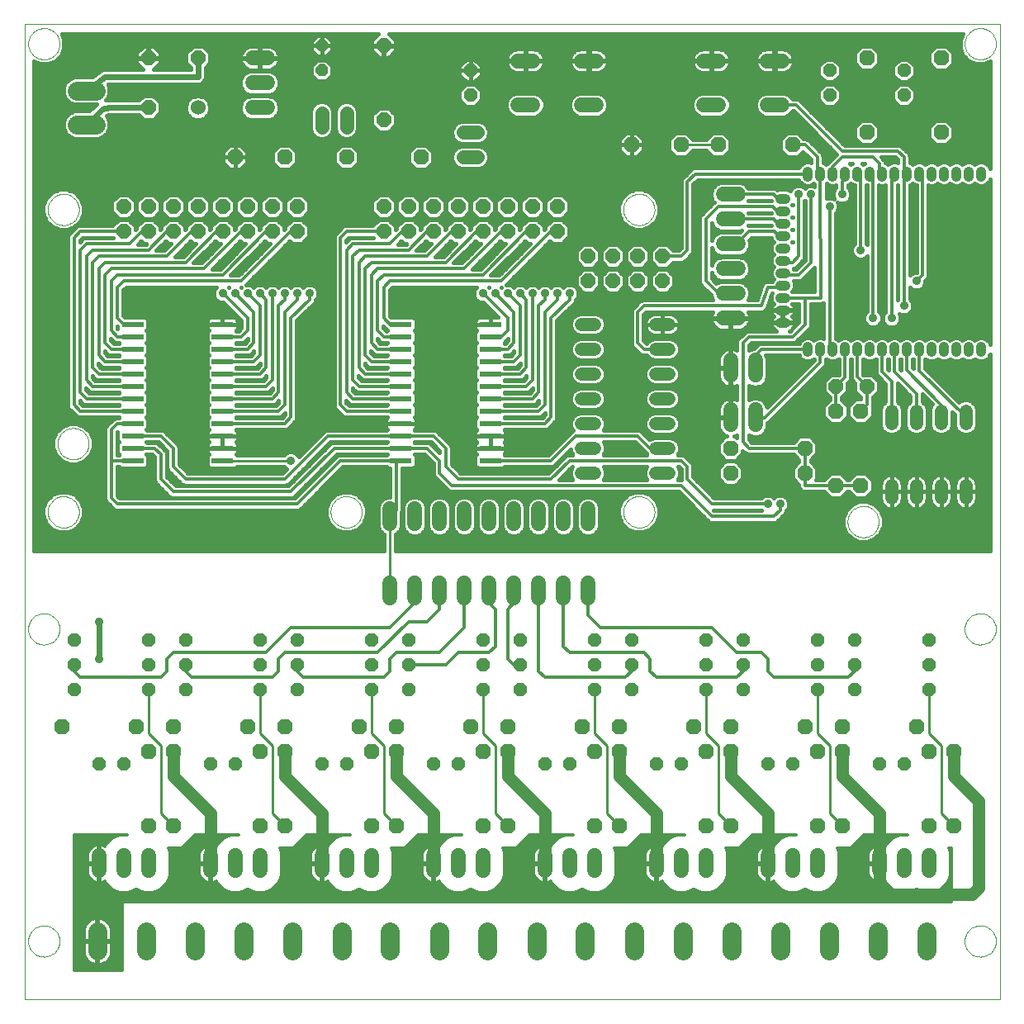
<source format=gtl>
G75*
G70*
%OFA0B0*%
%FSLAX24Y24*%
%IPPOS*%
%LPD*%
%AMOC8*
5,1,8,0,0,1.08239X$1,22.5*
%
%ADD10C,0.0000*%
%ADD11OC8,0.0520*%
%ADD12C,0.0600*%
%ADD13C,0.0560*%
%ADD14OC8,0.0630*%
%ADD15OC8,0.0500*%
%ADD16C,0.0750*%
%ADD17C,0.0394*%
%ADD18C,0.0520*%
%ADD19OC8,0.0600*%
%ADD20R,0.0866X0.0236*%
%ADD21C,0.0600*%
%ADD22C,0.0780*%
%ADD23C,0.0160*%
%ADD24C,0.0100*%
%ADD25C,0.0120*%
%ADD26C,0.0356*%
%ADD27C,0.0500*%
%ADD28C,0.0240*%
D10*
X000101Y000101D02*
X000101Y039471D01*
X039471Y039471D01*
X039471Y000101D01*
X000101Y000101D01*
X000258Y002463D02*
X000260Y002513D01*
X000266Y002563D01*
X000276Y002612D01*
X000290Y002660D01*
X000307Y002707D01*
X000328Y002752D01*
X000353Y002796D01*
X000381Y002837D01*
X000413Y002876D01*
X000447Y002913D01*
X000484Y002947D01*
X000524Y002977D01*
X000566Y003004D01*
X000610Y003028D01*
X000656Y003049D01*
X000703Y003065D01*
X000751Y003078D01*
X000801Y003087D01*
X000850Y003092D01*
X000901Y003093D01*
X000951Y003090D01*
X001000Y003083D01*
X001049Y003072D01*
X001097Y003057D01*
X001143Y003039D01*
X001188Y003017D01*
X001231Y002991D01*
X001272Y002962D01*
X001311Y002930D01*
X001347Y002895D01*
X001379Y002857D01*
X001409Y002817D01*
X001436Y002774D01*
X001459Y002730D01*
X001478Y002684D01*
X001494Y002636D01*
X001506Y002587D01*
X001514Y002538D01*
X001518Y002488D01*
X001518Y002438D01*
X001514Y002388D01*
X001506Y002339D01*
X001494Y002290D01*
X001478Y002242D01*
X001459Y002196D01*
X001436Y002152D01*
X001409Y002109D01*
X001379Y002069D01*
X001347Y002031D01*
X001311Y001996D01*
X001272Y001964D01*
X001231Y001935D01*
X001188Y001909D01*
X001143Y001887D01*
X001097Y001869D01*
X001049Y001854D01*
X001000Y001843D01*
X000951Y001836D01*
X000901Y001833D01*
X000850Y001834D01*
X000801Y001839D01*
X000751Y001848D01*
X000703Y001861D01*
X000656Y001877D01*
X000610Y001898D01*
X000566Y001922D01*
X000524Y001949D01*
X000484Y001979D01*
X000447Y002013D01*
X000413Y002050D01*
X000381Y002089D01*
X000353Y002130D01*
X000328Y002174D01*
X000307Y002219D01*
X000290Y002266D01*
X000276Y002314D01*
X000266Y002363D01*
X000260Y002413D01*
X000258Y002463D01*
X000258Y015061D02*
X000260Y015111D01*
X000266Y015161D01*
X000276Y015210D01*
X000290Y015258D01*
X000307Y015305D01*
X000328Y015350D01*
X000353Y015394D01*
X000381Y015435D01*
X000413Y015474D01*
X000447Y015511D01*
X000484Y015545D01*
X000524Y015575D01*
X000566Y015602D01*
X000610Y015626D01*
X000656Y015647D01*
X000703Y015663D01*
X000751Y015676D01*
X000801Y015685D01*
X000850Y015690D01*
X000901Y015691D01*
X000951Y015688D01*
X001000Y015681D01*
X001049Y015670D01*
X001097Y015655D01*
X001143Y015637D01*
X001188Y015615D01*
X001231Y015589D01*
X001272Y015560D01*
X001311Y015528D01*
X001347Y015493D01*
X001379Y015455D01*
X001409Y015415D01*
X001436Y015372D01*
X001459Y015328D01*
X001478Y015282D01*
X001494Y015234D01*
X001506Y015185D01*
X001514Y015136D01*
X001518Y015086D01*
X001518Y015036D01*
X001514Y014986D01*
X001506Y014937D01*
X001494Y014888D01*
X001478Y014840D01*
X001459Y014794D01*
X001436Y014750D01*
X001409Y014707D01*
X001379Y014667D01*
X001347Y014629D01*
X001311Y014594D01*
X001272Y014562D01*
X001231Y014533D01*
X001188Y014507D01*
X001143Y014485D01*
X001097Y014467D01*
X001049Y014452D01*
X001000Y014441D01*
X000951Y014434D01*
X000901Y014431D01*
X000850Y014432D01*
X000801Y014437D01*
X000751Y014446D01*
X000703Y014459D01*
X000656Y014475D01*
X000610Y014496D01*
X000566Y014520D01*
X000524Y014547D01*
X000484Y014577D01*
X000447Y014611D01*
X000413Y014648D01*
X000381Y014687D01*
X000353Y014728D01*
X000328Y014772D01*
X000307Y014817D01*
X000290Y014864D01*
X000276Y014912D01*
X000266Y014961D01*
X000260Y015011D01*
X000258Y015061D01*
X001046Y019786D02*
X001048Y019836D01*
X001054Y019886D01*
X001064Y019935D01*
X001078Y019983D01*
X001095Y020030D01*
X001116Y020075D01*
X001141Y020119D01*
X001169Y020160D01*
X001201Y020199D01*
X001235Y020236D01*
X001272Y020270D01*
X001312Y020300D01*
X001354Y020327D01*
X001398Y020351D01*
X001444Y020372D01*
X001491Y020388D01*
X001539Y020401D01*
X001589Y020410D01*
X001638Y020415D01*
X001689Y020416D01*
X001739Y020413D01*
X001788Y020406D01*
X001837Y020395D01*
X001885Y020380D01*
X001931Y020362D01*
X001976Y020340D01*
X002019Y020314D01*
X002060Y020285D01*
X002099Y020253D01*
X002135Y020218D01*
X002167Y020180D01*
X002197Y020140D01*
X002224Y020097D01*
X002247Y020053D01*
X002266Y020007D01*
X002282Y019959D01*
X002294Y019910D01*
X002302Y019861D01*
X002306Y019811D01*
X002306Y019761D01*
X002302Y019711D01*
X002294Y019662D01*
X002282Y019613D01*
X002266Y019565D01*
X002247Y019519D01*
X002224Y019475D01*
X002197Y019432D01*
X002167Y019392D01*
X002135Y019354D01*
X002099Y019319D01*
X002060Y019287D01*
X002019Y019258D01*
X001976Y019232D01*
X001931Y019210D01*
X001885Y019192D01*
X001837Y019177D01*
X001788Y019166D01*
X001739Y019159D01*
X001689Y019156D01*
X001638Y019157D01*
X001589Y019162D01*
X001539Y019171D01*
X001491Y019184D01*
X001444Y019200D01*
X001398Y019221D01*
X001354Y019245D01*
X001312Y019272D01*
X001272Y019302D01*
X001235Y019336D01*
X001201Y019373D01*
X001169Y019412D01*
X001141Y019453D01*
X001116Y019497D01*
X001095Y019542D01*
X001078Y019589D01*
X001064Y019637D01*
X001054Y019686D01*
X001048Y019736D01*
X001046Y019786D01*
X001439Y022542D02*
X001441Y022592D01*
X001447Y022642D01*
X001457Y022691D01*
X001471Y022739D01*
X001488Y022786D01*
X001509Y022831D01*
X001534Y022875D01*
X001562Y022916D01*
X001594Y022955D01*
X001628Y022992D01*
X001665Y023026D01*
X001705Y023056D01*
X001747Y023083D01*
X001791Y023107D01*
X001837Y023128D01*
X001884Y023144D01*
X001932Y023157D01*
X001982Y023166D01*
X002031Y023171D01*
X002082Y023172D01*
X002132Y023169D01*
X002181Y023162D01*
X002230Y023151D01*
X002278Y023136D01*
X002324Y023118D01*
X002369Y023096D01*
X002412Y023070D01*
X002453Y023041D01*
X002492Y023009D01*
X002528Y022974D01*
X002560Y022936D01*
X002590Y022896D01*
X002617Y022853D01*
X002640Y022809D01*
X002659Y022763D01*
X002675Y022715D01*
X002687Y022666D01*
X002695Y022617D01*
X002699Y022567D01*
X002699Y022517D01*
X002695Y022467D01*
X002687Y022418D01*
X002675Y022369D01*
X002659Y022321D01*
X002640Y022275D01*
X002617Y022231D01*
X002590Y022188D01*
X002560Y022148D01*
X002528Y022110D01*
X002492Y022075D01*
X002453Y022043D01*
X002412Y022014D01*
X002369Y021988D01*
X002324Y021966D01*
X002278Y021948D01*
X002230Y021933D01*
X002181Y021922D01*
X002132Y021915D01*
X002082Y021912D01*
X002031Y021913D01*
X001982Y021918D01*
X001932Y021927D01*
X001884Y021940D01*
X001837Y021956D01*
X001791Y021977D01*
X001747Y022001D01*
X001705Y022028D01*
X001665Y022058D01*
X001628Y022092D01*
X001594Y022129D01*
X001562Y022168D01*
X001534Y022209D01*
X001509Y022253D01*
X001488Y022298D01*
X001471Y022345D01*
X001457Y022393D01*
X001447Y022442D01*
X001441Y022492D01*
X001439Y022542D01*
X001046Y031991D02*
X001048Y032041D01*
X001054Y032091D01*
X001064Y032140D01*
X001078Y032188D01*
X001095Y032235D01*
X001116Y032280D01*
X001141Y032324D01*
X001169Y032365D01*
X001201Y032404D01*
X001235Y032441D01*
X001272Y032475D01*
X001312Y032505D01*
X001354Y032532D01*
X001398Y032556D01*
X001444Y032577D01*
X001491Y032593D01*
X001539Y032606D01*
X001589Y032615D01*
X001638Y032620D01*
X001689Y032621D01*
X001739Y032618D01*
X001788Y032611D01*
X001837Y032600D01*
X001885Y032585D01*
X001931Y032567D01*
X001976Y032545D01*
X002019Y032519D01*
X002060Y032490D01*
X002099Y032458D01*
X002135Y032423D01*
X002167Y032385D01*
X002197Y032345D01*
X002224Y032302D01*
X002247Y032258D01*
X002266Y032212D01*
X002282Y032164D01*
X002294Y032115D01*
X002302Y032066D01*
X002306Y032016D01*
X002306Y031966D01*
X002302Y031916D01*
X002294Y031867D01*
X002282Y031818D01*
X002266Y031770D01*
X002247Y031724D01*
X002224Y031680D01*
X002197Y031637D01*
X002167Y031597D01*
X002135Y031559D01*
X002099Y031524D01*
X002060Y031492D01*
X002019Y031463D01*
X001976Y031437D01*
X001931Y031415D01*
X001885Y031397D01*
X001837Y031382D01*
X001788Y031371D01*
X001739Y031364D01*
X001689Y031361D01*
X001638Y031362D01*
X001589Y031367D01*
X001539Y031376D01*
X001491Y031389D01*
X001444Y031405D01*
X001398Y031426D01*
X001354Y031450D01*
X001312Y031477D01*
X001272Y031507D01*
X001235Y031541D01*
X001201Y031578D01*
X001169Y031617D01*
X001141Y031658D01*
X001116Y031702D01*
X001095Y031747D01*
X001078Y031794D01*
X001064Y031842D01*
X001054Y031891D01*
X001048Y031941D01*
X001046Y031991D01*
X000258Y038683D02*
X000260Y038733D01*
X000266Y038783D01*
X000276Y038832D01*
X000290Y038880D01*
X000307Y038927D01*
X000328Y038972D01*
X000353Y039016D01*
X000381Y039057D01*
X000413Y039096D01*
X000447Y039133D01*
X000484Y039167D01*
X000524Y039197D01*
X000566Y039224D01*
X000610Y039248D01*
X000656Y039269D01*
X000703Y039285D01*
X000751Y039298D01*
X000801Y039307D01*
X000850Y039312D01*
X000901Y039313D01*
X000951Y039310D01*
X001000Y039303D01*
X001049Y039292D01*
X001097Y039277D01*
X001143Y039259D01*
X001188Y039237D01*
X001231Y039211D01*
X001272Y039182D01*
X001311Y039150D01*
X001347Y039115D01*
X001379Y039077D01*
X001409Y039037D01*
X001436Y038994D01*
X001459Y038950D01*
X001478Y038904D01*
X001494Y038856D01*
X001506Y038807D01*
X001514Y038758D01*
X001518Y038708D01*
X001518Y038658D01*
X001514Y038608D01*
X001506Y038559D01*
X001494Y038510D01*
X001478Y038462D01*
X001459Y038416D01*
X001436Y038372D01*
X001409Y038329D01*
X001379Y038289D01*
X001347Y038251D01*
X001311Y038216D01*
X001272Y038184D01*
X001231Y038155D01*
X001188Y038129D01*
X001143Y038107D01*
X001097Y038089D01*
X001049Y038074D01*
X001000Y038063D01*
X000951Y038056D01*
X000901Y038053D01*
X000850Y038054D01*
X000801Y038059D01*
X000751Y038068D01*
X000703Y038081D01*
X000656Y038097D01*
X000610Y038118D01*
X000566Y038142D01*
X000524Y038169D01*
X000484Y038199D01*
X000447Y038233D01*
X000413Y038270D01*
X000381Y038309D01*
X000353Y038350D01*
X000328Y038394D01*
X000307Y038439D01*
X000290Y038486D01*
X000276Y038534D01*
X000266Y038583D01*
X000260Y038633D01*
X000258Y038683D01*
X012463Y019786D02*
X012465Y019836D01*
X012471Y019886D01*
X012481Y019935D01*
X012495Y019983D01*
X012512Y020030D01*
X012533Y020075D01*
X012558Y020119D01*
X012586Y020160D01*
X012618Y020199D01*
X012652Y020236D01*
X012689Y020270D01*
X012729Y020300D01*
X012771Y020327D01*
X012815Y020351D01*
X012861Y020372D01*
X012908Y020388D01*
X012956Y020401D01*
X013006Y020410D01*
X013055Y020415D01*
X013106Y020416D01*
X013156Y020413D01*
X013205Y020406D01*
X013254Y020395D01*
X013302Y020380D01*
X013348Y020362D01*
X013393Y020340D01*
X013436Y020314D01*
X013477Y020285D01*
X013516Y020253D01*
X013552Y020218D01*
X013584Y020180D01*
X013614Y020140D01*
X013641Y020097D01*
X013664Y020053D01*
X013683Y020007D01*
X013699Y019959D01*
X013711Y019910D01*
X013719Y019861D01*
X013723Y019811D01*
X013723Y019761D01*
X013719Y019711D01*
X013711Y019662D01*
X013699Y019613D01*
X013683Y019565D01*
X013664Y019519D01*
X013641Y019475D01*
X013614Y019432D01*
X013584Y019392D01*
X013552Y019354D01*
X013516Y019319D01*
X013477Y019287D01*
X013436Y019258D01*
X013393Y019232D01*
X013348Y019210D01*
X013302Y019192D01*
X013254Y019177D01*
X013205Y019166D01*
X013156Y019159D01*
X013106Y019156D01*
X013055Y019157D01*
X013006Y019162D01*
X012956Y019171D01*
X012908Y019184D01*
X012861Y019200D01*
X012815Y019221D01*
X012771Y019245D01*
X012729Y019272D01*
X012689Y019302D01*
X012652Y019336D01*
X012618Y019373D01*
X012586Y019412D01*
X012558Y019453D01*
X012533Y019497D01*
X012512Y019542D01*
X012495Y019589D01*
X012481Y019637D01*
X012471Y019686D01*
X012465Y019736D01*
X012463Y019786D01*
X024274Y019786D02*
X024276Y019836D01*
X024282Y019886D01*
X024292Y019935D01*
X024306Y019983D01*
X024323Y020030D01*
X024344Y020075D01*
X024369Y020119D01*
X024397Y020160D01*
X024429Y020199D01*
X024463Y020236D01*
X024500Y020270D01*
X024540Y020300D01*
X024582Y020327D01*
X024626Y020351D01*
X024672Y020372D01*
X024719Y020388D01*
X024767Y020401D01*
X024817Y020410D01*
X024866Y020415D01*
X024917Y020416D01*
X024967Y020413D01*
X025016Y020406D01*
X025065Y020395D01*
X025113Y020380D01*
X025159Y020362D01*
X025204Y020340D01*
X025247Y020314D01*
X025288Y020285D01*
X025327Y020253D01*
X025363Y020218D01*
X025395Y020180D01*
X025425Y020140D01*
X025452Y020097D01*
X025475Y020053D01*
X025494Y020007D01*
X025510Y019959D01*
X025522Y019910D01*
X025530Y019861D01*
X025534Y019811D01*
X025534Y019761D01*
X025530Y019711D01*
X025522Y019662D01*
X025510Y019613D01*
X025494Y019565D01*
X025475Y019519D01*
X025452Y019475D01*
X025425Y019432D01*
X025395Y019392D01*
X025363Y019354D01*
X025327Y019319D01*
X025288Y019287D01*
X025247Y019258D01*
X025204Y019232D01*
X025159Y019210D01*
X025113Y019192D01*
X025065Y019177D01*
X025016Y019166D01*
X024967Y019159D01*
X024917Y019156D01*
X024866Y019157D01*
X024817Y019162D01*
X024767Y019171D01*
X024719Y019184D01*
X024672Y019200D01*
X024626Y019221D01*
X024582Y019245D01*
X024540Y019272D01*
X024500Y019302D01*
X024463Y019336D01*
X024429Y019373D01*
X024397Y019412D01*
X024369Y019453D01*
X024344Y019497D01*
X024323Y019542D01*
X024306Y019589D01*
X024292Y019637D01*
X024282Y019686D01*
X024276Y019736D01*
X024274Y019786D01*
X033329Y019392D02*
X033331Y019442D01*
X033337Y019492D01*
X033347Y019541D01*
X033361Y019589D01*
X033378Y019636D01*
X033399Y019681D01*
X033424Y019725D01*
X033452Y019766D01*
X033484Y019805D01*
X033518Y019842D01*
X033555Y019876D01*
X033595Y019906D01*
X033637Y019933D01*
X033681Y019957D01*
X033727Y019978D01*
X033774Y019994D01*
X033822Y020007D01*
X033872Y020016D01*
X033921Y020021D01*
X033972Y020022D01*
X034022Y020019D01*
X034071Y020012D01*
X034120Y020001D01*
X034168Y019986D01*
X034214Y019968D01*
X034259Y019946D01*
X034302Y019920D01*
X034343Y019891D01*
X034382Y019859D01*
X034418Y019824D01*
X034450Y019786D01*
X034480Y019746D01*
X034507Y019703D01*
X034530Y019659D01*
X034549Y019613D01*
X034565Y019565D01*
X034577Y019516D01*
X034585Y019467D01*
X034589Y019417D01*
X034589Y019367D01*
X034585Y019317D01*
X034577Y019268D01*
X034565Y019219D01*
X034549Y019171D01*
X034530Y019125D01*
X034507Y019081D01*
X034480Y019038D01*
X034450Y018998D01*
X034418Y018960D01*
X034382Y018925D01*
X034343Y018893D01*
X034302Y018864D01*
X034259Y018838D01*
X034214Y018816D01*
X034168Y018798D01*
X034120Y018783D01*
X034071Y018772D01*
X034022Y018765D01*
X033972Y018762D01*
X033921Y018763D01*
X033872Y018768D01*
X033822Y018777D01*
X033774Y018790D01*
X033727Y018806D01*
X033681Y018827D01*
X033637Y018851D01*
X033595Y018878D01*
X033555Y018908D01*
X033518Y018942D01*
X033484Y018979D01*
X033452Y019018D01*
X033424Y019059D01*
X033399Y019103D01*
X033378Y019148D01*
X033361Y019195D01*
X033347Y019243D01*
X033337Y019292D01*
X033331Y019342D01*
X033329Y019392D01*
X038053Y015061D02*
X038055Y015111D01*
X038061Y015161D01*
X038071Y015210D01*
X038085Y015258D01*
X038102Y015305D01*
X038123Y015350D01*
X038148Y015394D01*
X038176Y015435D01*
X038208Y015474D01*
X038242Y015511D01*
X038279Y015545D01*
X038319Y015575D01*
X038361Y015602D01*
X038405Y015626D01*
X038451Y015647D01*
X038498Y015663D01*
X038546Y015676D01*
X038596Y015685D01*
X038645Y015690D01*
X038696Y015691D01*
X038746Y015688D01*
X038795Y015681D01*
X038844Y015670D01*
X038892Y015655D01*
X038938Y015637D01*
X038983Y015615D01*
X039026Y015589D01*
X039067Y015560D01*
X039106Y015528D01*
X039142Y015493D01*
X039174Y015455D01*
X039204Y015415D01*
X039231Y015372D01*
X039254Y015328D01*
X039273Y015282D01*
X039289Y015234D01*
X039301Y015185D01*
X039309Y015136D01*
X039313Y015086D01*
X039313Y015036D01*
X039309Y014986D01*
X039301Y014937D01*
X039289Y014888D01*
X039273Y014840D01*
X039254Y014794D01*
X039231Y014750D01*
X039204Y014707D01*
X039174Y014667D01*
X039142Y014629D01*
X039106Y014594D01*
X039067Y014562D01*
X039026Y014533D01*
X038983Y014507D01*
X038938Y014485D01*
X038892Y014467D01*
X038844Y014452D01*
X038795Y014441D01*
X038746Y014434D01*
X038696Y014431D01*
X038645Y014432D01*
X038596Y014437D01*
X038546Y014446D01*
X038498Y014459D01*
X038451Y014475D01*
X038405Y014496D01*
X038361Y014520D01*
X038319Y014547D01*
X038279Y014577D01*
X038242Y014611D01*
X038208Y014648D01*
X038176Y014687D01*
X038148Y014728D01*
X038123Y014772D01*
X038102Y014817D01*
X038085Y014864D01*
X038071Y014912D01*
X038061Y014961D01*
X038055Y015011D01*
X038053Y015061D01*
X038053Y002463D02*
X038055Y002513D01*
X038061Y002563D01*
X038071Y002612D01*
X038085Y002660D01*
X038102Y002707D01*
X038123Y002752D01*
X038148Y002796D01*
X038176Y002837D01*
X038208Y002876D01*
X038242Y002913D01*
X038279Y002947D01*
X038319Y002977D01*
X038361Y003004D01*
X038405Y003028D01*
X038451Y003049D01*
X038498Y003065D01*
X038546Y003078D01*
X038596Y003087D01*
X038645Y003092D01*
X038696Y003093D01*
X038746Y003090D01*
X038795Y003083D01*
X038844Y003072D01*
X038892Y003057D01*
X038938Y003039D01*
X038983Y003017D01*
X039026Y002991D01*
X039067Y002962D01*
X039106Y002930D01*
X039142Y002895D01*
X039174Y002857D01*
X039204Y002817D01*
X039231Y002774D01*
X039254Y002730D01*
X039273Y002684D01*
X039289Y002636D01*
X039301Y002587D01*
X039309Y002538D01*
X039313Y002488D01*
X039313Y002438D01*
X039309Y002388D01*
X039301Y002339D01*
X039289Y002290D01*
X039273Y002242D01*
X039254Y002196D01*
X039231Y002152D01*
X039204Y002109D01*
X039174Y002069D01*
X039142Y002031D01*
X039106Y001996D01*
X039067Y001964D01*
X039026Y001935D01*
X038983Y001909D01*
X038938Y001887D01*
X038892Y001869D01*
X038844Y001854D01*
X038795Y001843D01*
X038746Y001836D01*
X038696Y001833D01*
X038645Y001834D01*
X038596Y001839D01*
X038546Y001848D01*
X038498Y001861D01*
X038451Y001877D01*
X038405Y001898D01*
X038361Y001922D01*
X038319Y001949D01*
X038279Y001979D01*
X038242Y002013D01*
X038208Y002050D01*
X038176Y002089D01*
X038148Y002130D01*
X038123Y002174D01*
X038102Y002219D01*
X038085Y002266D01*
X038071Y002314D01*
X038061Y002363D01*
X038055Y002413D01*
X038053Y002463D01*
X024274Y031991D02*
X024276Y032041D01*
X024282Y032091D01*
X024292Y032140D01*
X024306Y032188D01*
X024323Y032235D01*
X024344Y032280D01*
X024369Y032324D01*
X024397Y032365D01*
X024429Y032404D01*
X024463Y032441D01*
X024500Y032475D01*
X024540Y032505D01*
X024582Y032532D01*
X024626Y032556D01*
X024672Y032577D01*
X024719Y032593D01*
X024767Y032606D01*
X024817Y032615D01*
X024866Y032620D01*
X024917Y032621D01*
X024967Y032618D01*
X025016Y032611D01*
X025065Y032600D01*
X025113Y032585D01*
X025159Y032567D01*
X025204Y032545D01*
X025247Y032519D01*
X025288Y032490D01*
X025327Y032458D01*
X025363Y032423D01*
X025395Y032385D01*
X025425Y032345D01*
X025452Y032302D01*
X025475Y032258D01*
X025494Y032212D01*
X025510Y032164D01*
X025522Y032115D01*
X025530Y032066D01*
X025534Y032016D01*
X025534Y031966D01*
X025530Y031916D01*
X025522Y031867D01*
X025510Y031818D01*
X025494Y031770D01*
X025475Y031724D01*
X025452Y031680D01*
X025425Y031637D01*
X025395Y031597D01*
X025363Y031559D01*
X025327Y031524D01*
X025288Y031492D01*
X025247Y031463D01*
X025204Y031437D01*
X025159Y031415D01*
X025113Y031397D01*
X025065Y031382D01*
X025016Y031371D01*
X024967Y031364D01*
X024917Y031361D01*
X024866Y031362D01*
X024817Y031367D01*
X024767Y031376D01*
X024719Y031389D01*
X024672Y031405D01*
X024626Y031426D01*
X024582Y031450D01*
X024540Y031477D01*
X024500Y031507D01*
X024463Y031541D01*
X024429Y031578D01*
X024397Y031617D01*
X024369Y031658D01*
X024344Y031702D01*
X024323Y031747D01*
X024306Y031794D01*
X024292Y031842D01*
X024282Y031891D01*
X024276Y031941D01*
X024274Y031991D01*
X038053Y038683D02*
X038055Y038733D01*
X038061Y038783D01*
X038071Y038832D01*
X038085Y038880D01*
X038102Y038927D01*
X038123Y038972D01*
X038148Y039016D01*
X038176Y039057D01*
X038208Y039096D01*
X038242Y039133D01*
X038279Y039167D01*
X038319Y039197D01*
X038361Y039224D01*
X038405Y039248D01*
X038451Y039269D01*
X038498Y039285D01*
X038546Y039298D01*
X038596Y039307D01*
X038645Y039312D01*
X038696Y039313D01*
X038746Y039310D01*
X038795Y039303D01*
X038844Y039292D01*
X038892Y039277D01*
X038938Y039259D01*
X038983Y039237D01*
X039026Y039211D01*
X039067Y039182D01*
X039106Y039150D01*
X039142Y039115D01*
X039174Y039077D01*
X039204Y039037D01*
X039231Y038994D01*
X039254Y038950D01*
X039273Y038904D01*
X039289Y038856D01*
X039301Y038807D01*
X039309Y038758D01*
X039313Y038708D01*
X039313Y038658D01*
X039309Y038608D01*
X039301Y038559D01*
X039289Y038510D01*
X039273Y038462D01*
X039254Y038416D01*
X039231Y038372D01*
X039204Y038329D01*
X039174Y038289D01*
X039142Y038251D01*
X039106Y038216D01*
X039067Y038184D01*
X039026Y038155D01*
X038983Y038129D01*
X038938Y038107D01*
X038892Y038089D01*
X038844Y038074D01*
X038795Y038063D01*
X038746Y038056D01*
X038696Y038053D01*
X038645Y038054D01*
X038596Y038059D01*
X038546Y038068D01*
X038498Y038081D01*
X038451Y038097D01*
X038405Y038118D01*
X038361Y038142D01*
X038319Y038169D01*
X038279Y038199D01*
X038242Y038233D01*
X038208Y038270D01*
X038176Y038309D01*
X038148Y038350D01*
X038123Y038394D01*
X038102Y038439D01*
X038085Y038486D01*
X038071Y038534D01*
X038061Y038583D01*
X038055Y038633D01*
X038053Y038683D01*
D11*
X035601Y037601D03*
X035601Y036601D03*
X032601Y036601D03*
X032601Y037601D03*
X018101Y037601D03*
X018101Y036601D03*
X018601Y014601D03*
X018601Y013601D03*
X018601Y012601D03*
X020101Y012601D03*
X020101Y013601D03*
X020101Y014601D03*
X023101Y014601D03*
X023101Y013601D03*
X023101Y012601D03*
X024601Y012601D03*
X024601Y013601D03*
X024601Y014601D03*
X027601Y014601D03*
X027601Y013601D03*
X027601Y012601D03*
X029101Y012601D03*
X029101Y013601D03*
X029101Y014601D03*
X032101Y014601D03*
X032101Y013601D03*
X032101Y012601D03*
X033601Y012601D03*
X033601Y013601D03*
X033601Y014601D03*
X036601Y014601D03*
X036601Y013601D03*
X036601Y012601D03*
X035601Y009601D03*
X034601Y009601D03*
X031101Y009601D03*
X030101Y009601D03*
X026601Y009601D03*
X025601Y009601D03*
X022101Y009601D03*
X021101Y009601D03*
X017601Y009601D03*
X016601Y009601D03*
X015601Y012601D03*
X015601Y013601D03*
X015601Y014601D03*
X014101Y014601D03*
X014101Y013601D03*
X014101Y012601D03*
X011101Y012601D03*
X011101Y013601D03*
X011101Y014601D03*
X009601Y014601D03*
X009601Y013601D03*
X009601Y012601D03*
X006601Y012601D03*
X006601Y013601D03*
X006601Y014601D03*
X005101Y014601D03*
X005101Y013601D03*
X005101Y012601D03*
X002101Y012601D03*
X002101Y013601D03*
X002101Y014601D03*
X003101Y009601D03*
X004101Y009601D03*
X007601Y009601D03*
X008601Y009601D03*
X012101Y009601D03*
X013101Y009601D03*
D12*
X013101Y005901D02*
X013101Y005301D01*
X014101Y005301D02*
X014101Y005901D01*
X012101Y005901D02*
X012101Y005301D01*
X009601Y005301D02*
X009601Y005901D01*
X008601Y005901D02*
X008601Y005301D01*
X007601Y005301D02*
X007601Y005901D01*
X005101Y005901D02*
X005101Y005301D01*
X004101Y005301D02*
X004101Y005901D01*
X003101Y005901D02*
X003101Y005301D01*
X014851Y016301D02*
X014851Y016901D01*
X015851Y016901D02*
X015851Y016301D01*
X016851Y016301D02*
X016851Y016901D01*
X017851Y016901D02*
X017851Y016301D01*
X018851Y016301D02*
X018851Y016901D01*
X019851Y016901D02*
X019851Y016301D01*
X020851Y016301D02*
X020851Y016901D01*
X021851Y016901D02*
X021851Y016301D01*
X022851Y016301D02*
X022851Y016901D01*
X022851Y019301D02*
X022851Y019901D01*
X021851Y019901D02*
X021851Y019301D01*
X020851Y019301D02*
X020851Y019901D01*
X019851Y019901D02*
X019851Y019301D01*
X018851Y019301D02*
X018851Y019901D01*
X017851Y019901D02*
X017851Y019301D01*
X016851Y019301D02*
X016851Y019901D01*
X015851Y019901D02*
X015851Y019301D01*
X014851Y019301D02*
X014851Y019901D01*
X016601Y005901D02*
X016601Y005301D01*
X017601Y005301D02*
X017601Y005901D01*
X018601Y005901D02*
X018601Y005301D01*
X021101Y005301D02*
X021101Y005901D01*
X022101Y005901D02*
X022101Y005301D01*
X023101Y005301D02*
X023101Y005901D01*
X025601Y005901D02*
X025601Y005301D01*
X026601Y005301D02*
X026601Y005901D01*
X027601Y005901D02*
X027601Y005301D01*
X030101Y005301D02*
X030101Y005901D01*
X031101Y005901D02*
X031101Y005301D01*
X032101Y005301D02*
X032101Y005901D01*
X034601Y005901D02*
X034601Y005301D01*
X035601Y005301D02*
X035601Y005901D01*
X036601Y005901D02*
X036601Y005301D01*
X029601Y023301D02*
X029601Y023901D01*
X028601Y023901D02*
X028601Y023301D01*
X028601Y025301D02*
X028601Y025901D01*
X029601Y025901D02*
X029601Y025301D01*
X028901Y027601D02*
X028301Y027601D01*
X028301Y028601D02*
X028901Y028601D01*
X028901Y029601D02*
X028301Y029601D01*
X028301Y030601D02*
X028901Y030601D01*
X028901Y031601D02*
X028301Y031601D01*
X028301Y032601D02*
X028901Y032601D01*
X028121Y036211D02*
X027521Y036211D01*
X027521Y037991D02*
X028121Y037991D01*
X030081Y037991D02*
X030681Y037991D01*
X030681Y036211D02*
X030081Y036211D01*
X023181Y036211D02*
X022581Y036211D01*
X022581Y037991D02*
X023181Y037991D01*
X020621Y037991D02*
X020021Y037991D01*
X020021Y036211D02*
X020621Y036211D01*
X009901Y036101D02*
X009301Y036101D01*
X009301Y037101D02*
X009901Y037101D01*
X009901Y038101D02*
X009301Y038101D01*
D13*
X012101Y035881D02*
X012101Y035321D01*
X013101Y035321D02*
X013101Y035881D01*
X017821Y035101D02*
X018381Y035101D01*
X018381Y034101D02*
X017821Y034101D01*
D14*
X016101Y034101D03*
X013101Y034101D03*
X010601Y034101D03*
X008601Y034101D03*
X024601Y034601D03*
X026601Y034601D03*
X028101Y034601D03*
X031101Y034601D03*
X034101Y035101D03*
X034101Y038101D03*
X037101Y038101D03*
X037101Y035101D03*
X033851Y023851D03*
X032851Y023851D03*
X031601Y022351D03*
X031601Y021351D03*
X032851Y020851D03*
X033851Y020851D03*
X028601Y021351D03*
X028601Y022351D03*
X028601Y011101D03*
X028601Y010101D03*
X027601Y010101D03*
X027101Y011101D03*
X024101Y011101D03*
X024101Y010101D03*
X023101Y010101D03*
X022601Y011101D03*
X019601Y011101D03*
X019601Y010101D03*
X018601Y010101D03*
X018101Y011101D03*
X015101Y011101D03*
X015101Y010101D03*
X014101Y010101D03*
X013601Y011101D03*
X010601Y011101D03*
X010601Y010101D03*
X009601Y010101D03*
X009101Y011101D03*
X006101Y011101D03*
X006101Y010101D03*
X005101Y010101D03*
X004601Y011101D03*
X001601Y011101D03*
X005101Y007101D03*
X006101Y007101D03*
X009601Y007101D03*
X010601Y007101D03*
X014101Y007101D03*
X015101Y007101D03*
X018601Y007101D03*
X019601Y007101D03*
X023101Y007101D03*
X024101Y007101D03*
X027601Y007101D03*
X028601Y007101D03*
X032101Y007101D03*
X033101Y007101D03*
X033101Y010101D03*
X033101Y011101D03*
X032101Y010101D03*
X031601Y011101D03*
X036101Y011101D03*
X036601Y010101D03*
X037601Y010101D03*
X037601Y007101D03*
X036601Y007101D03*
D15*
X012101Y037601D03*
X012101Y038601D03*
D16*
X002976Y036790D02*
X002226Y036790D01*
X002226Y035412D02*
X002976Y035412D01*
D17*
X030617Y032431D02*
X030813Y032431D01*
X030813Y031931D02*
X030617Y031931D01*
X030617Y031431D02*
X030813Y031431D01*
X030813Y030931D02*
X030617Y030931D01*
X030617Y030431D02*
X030813Y030431D01*
X030813Y029931D02*
X030617Y029931D01*
X030617Y029431D02*
X030813Y029431D01*
X030813Y028931D02*
X030617Y028931D01*
X030617Y028431D02*
X030813Y028431D01*
X030813Y027931D02*
X030617Y027931D01*
X030617Y027431D02*
X030813Y027431D01*
X031715Y026443D02*
X031715Y026247D01*
X032215Y026247D02*
X032215Y026443D01*
X032715Y026443D02*
X032715Y026247D01*
X033215Y026247D02*
X033215Y026443D01*
X033715Y026443D02*
X033715Y026247D01*
X034215Y026247D02*
X034215Y026443D01*
X034715Y026443D02*
X034715Y026247D01*
X035215Y026247D02*
X035215Y026443D01*
X035715Y026443D02*
X035715Y026247D01*
X036215Y026247D02*
X036215Y026443D01*
X036715Y026443D02*
X036715Y026247D01*
X037215Y026247D02*
X037215Y026443D01*
X037715Y026443D02*
X037715Y026247D01*
X038215Y026247D02*
X038215Y026443D01*
X038715Y026443D02*
X038715Y026247D01*
X038715Y033333D02*
X038715Y033529D01*
X038215Y033529D02*
X038215Y033333D01*
X037715Y033333D02*
X037715Y033529D01*
X037215Y033529D02*
X037215Y033333D01*
X036715Y033333D02*
X036715Y033529D01*
X036215Y033529D02*
X036215Y033333D01*
X035715Y033333D02*
X035715Y033529D01*
X035215Y033529D02*
X035215Y033333D01*
X034715Y033333D02*
X034715Y033529D01*
X034215Y033529D02*
X034215Y033333D01*
X033715Y033333D02*
X033715Y033529D01*
X033215Y033529D02*
X033215Y033333D01*
X032715Y033333D02*
X032715Y033529D01*
X032215Y033529D02*
X032215Y033333D01*
X031715Y033333D02*
X031715Y033529D01*
D18*
X026111Y027351D02*
X025591Y027351D01*
X025591Y026351D02*
X026111Y026351D01*
X026111Y025351D02*
X025591Y025351D01*
X025591Y024351D02*
X026111Y024351D01*
X026111Y023351D02*
X025591Y023351D01*
X025591Y022351D02*
X026111Y022351D01*
X026111Y021351D02*
X025591Y021351D01*
X023111Y021351D02*
X022591Y021351D01*
X022591Y022351D02*
X023111Y022351D01*
X023111Y023351D02*
X022591Y023351D01*
X022591Y024351D02*
X023111Y024351D01*
X023111Y025351D02*
X022591Y025351D01*
X022591Y026351D02*
X023111Y026351D01*
X023111Y027351D02*
X022591Y027351D01*
X035101Y023861D02*
X035101Y023341D01*
X036101Y023341D02*
X036101Y023861D01*
X037101Y023861D02*
X037101Y023341D01*
X038101Y023341D02*
X038101Y023861D01*
X038101Y020861D02*
X038101Y020341D01*
X037101Y020341D02*
X037101Y020861D01*
X036101Y020861D02*
X036101Y020341D01*
X035101Y020341D02*
X035101Y020861D01*
D19*
X034101Y024851D03*
X032851Y024851D03*
X025851Y029101D03*
X025851Y030101D03*
X024851Y030101D03*
X024851Y029101D03*
X023851Y029101D03*
X023851Y030101D03*
X022851Y030101D03*
X022851Y029101D03*
X021601Y031101D03*
X021601Y032101D03*
X020601Y032101D03*
X020601Y031101D03*
X019601Y031101D03*
X019601Y032101D03*
X018601Y032101D03*
X018601Y031101D03*
X017601Y031101D03*
X017601Y032101D03*
X016601Y032101D03*
X016601Y031101D03*
X015601Y031101D03*
X015601Y032101D03*
X014601Y032101D03*
X014601Y031101D03*
X011101Y031101D03*
X011101Y032101D03*
X010101Y032101D03*
X010101Y031101D03*
X009101Y031101D03*
X009101Y032101D03*
X008101Y032101D03*
X008101Y031101D03*
X007101Y031101D03*
X007101Y032101D03*
X006101Y032101D03*
X006101Y031101D03*
X005101Y031101D03*
X005101Y032101D03*
X004101Y032101D03*
X004101Y031101D03*
X005101Y036101D03*
X005101Y038101D03*
X007101Y038101D03*
X014601Y038601D03*
X014601Y035601D03*
D20*
X015290Y027351D03*
X015290Y026851D03*
X015290Y026351D03*
X015290Y025851D03*
X015290Y025351D03*
X015290Y024851D03*
X015290Y024351D03*
X015290Y023851D03*
X015290Y023351D03*
X015290Y022851D03*
X015290Y022351D03*
X015290Y021851D03*
X018912Y021851D03*
X018912Y022351D03*
X018912Y022851D03*
X018912Y023351D03*
X018912Y023851D03*
X018912Y024351D03*
X018912Y024851D03*
X018912Y025351D03*
X018912Y025851D03*
X018912Y026351D03*
X018912Y026851D03*
X018912Y027351D03*
X008093Y027351D03*
X008093Y026851D03*
X008093Y026351D03*
X008093Y025851D03*
X008093Y025351D03*
X008093Y024851D03*
X008093Y024351D03*
X008093Y023851D03*
X008093Y023351D03*
X008093Y022851D03*
X008093Y022351D03*
X008093Y021851D03*
X004471Y021851D03*
X004471Y022351D03*
X004471Y022851D03*
X004471Y023351D03*
X004471Y023851D03*
X004471Y024351D03*
X004471Y024851D03*
X004471Y025351D03*
X004471Y025851D03*
X004471Y026351D03*
X004471Y026851D03*
X004471Y027351D03*
D21*
X007101Y036101D03*
D22*
X006985Y002853D02*
X006985Y002073D01*
X005028Y002073D02*
X005028Y002853D01*
X003048Y002853D02*
X003048Y002073D01*
X008965Y002073D02*
X008965Y002853D01*
X010922Y002853D02*
X010922Y002073D01*
X012902Y002073D02*
X012902Y002853D01*
X014859Y002853D02*
X014859Y002073D01*
X016839Y002073D02*
X016839Y002853D01*
X018796Y002853D02*
X018796Y002073D01*
X020776Y002073D02*
X020776Y002853D01*
X022733Y002853D02*
X022733Y002073D01*
X024713Y002073D02*
X024713Y002853D01*
X026670Y002853D02*
X026670Y002073D01*
X028650Y002073D02*
X028650Y002853D01*
X030607Y002853D02*
X030607Y002073D01*
X032587Y002073D02*
X032587Y002853D01*
X034544Y002853D02*
X034544Y002073D01*
X036524Y002073D02*
X036524Y002853D01*
D23*
X039077Y018211D02*
X015081Y018211D01*
X015081Y018876D01*
X015123Y018894D01*
X015258Y019029D01*
X015331Y019205D01*
X015331Y019779D01*
X015341Y019803D01*
X015341Y021553D01*
X015797Y021553D01*
X015903Y021658D01*
X015903Y022043D01*
X015845Y022101D01*
X015855Y022111D01*
X016251Y022111D01*
X016611Y021751D01*
X016611Y021399D01*
X016611Y021303D01*
X016647Y021215D01*
X017147Y020715D01*
X017215Y020647D01*
X017303Y020611D01*
X026501Y020611D01*
X027647Y019465D01*
X027715Y019397D01*
X027803Y019361D01*
X030303Y019361D01*
X030399Y019361D01*
X030487Y019397D01*
X030737Y019647D01*
X030804Y019715D01*
X030841Y019803D01*
X030841Y019834D01*
X030904Y019898D01*
X030959Y020030D01*
X030959Y020172D01*
X030904Y020304D01*
X030804Y020404D01*
X030672Y020459D01*
X030530Y020459D01*
X030398Y020404D01*
X030351Y020357D01*
X030304Y020404D01*
X030172Y020459D01*
X030030Y020459D01*
X029898Y020404D01*
X029834Y020341D01*
X027950Y020341D01*
X027091Y021200D01*
X027091Y021649D01*
X027054Y021737D01*
X026987Y021804D01*
X026737Y022054D01*
X026649Y022091D01*
X026553Y022091D01*
X026473Y022091D01*
X026484Y022102D01*
X026551Y022263D01*
X026551Y022438D01*
X026484Y022600D01*
X026360Y022724D01*
X026198Y022791D01*
X025503Y022791D01*
X025342Y022724D01*
X025329Y022712D01*
X025054Y022987D01*
X024987Y023054D01*
X024899Y023091D01*
X023473Y023091D01*
X023484Y023102D01*
X023551Y023263D01*
X023551Y023438D01*
X023484Y023600D01*
X023360Y023724D01*
X023198Y023791D01*
X022503Y023791D01*
X022342Y023724D01*
X022218Y023600D01*
X022151Y023438D01*
X022151Y023263D01*
X022218Y023102D01*
X022250Y023069D01*
X022215Y023054D01*
X021251Y022091D01*
X019478Y022091D01*
X019467Y022101D01*
X019489Y022122D01*
X019513Y022163D01*
X019525Y022209D01*
X019525Y022351D01*
X019525Y022493D01*
X019513Y022538D01*
X019489Y022579D01*
X019468Y022601D01*
X019489Y022622D01*
X019513Y022663D01*
X019525Y022709D01*
X019525Y022851D01*
X019525Y022993D01*
X019513Y023038D01*
X019489Y023079D01*
X019467Y023101D01*
X019477Y023111D01*
X021149Y023111D01*
X021237Y023147D01*
X021304Y023215D01*
X021554Y023465D01*
X021591Y023553D01*
X021591Y023649D01*
X021591Y027501D01*
X022304Y028215D01*
X022341Y028303D01*
X022341Y028334D01*
X022404Y028398D01*
X022459Y028530D01*
X022459Y028672D01*
X022404Y028804D01*
X022304Y028904D01*
X022172Y028959D01*
X022030Y028959D01*
X021898Y028904D01*
X021851Y028857D01*
X021804Y028904D01*
X021672Y028959D01*
X021530Y028959D01*
X021398Y028904D01*
X021351Y028857D01*
X021304Y028904D01*
X021172Y028959D01*
X021030Y028959D01*
X020898Y028904D01*
X020851Y028857D01*
X020804Y028904D01*
X020672Y028959D01*
X020530Y028959D01*
X020398Y028904D01*
X020351Y028857D01*
X020304Y028904D01*
X020172Y028959D01*
X020030Y028959D01*
X019898Y028904D01*
X019851Y028857D01*
X019804Y028904D01*
X019672Y028959D01*
X019548Y028959D01*
X019554Y028965D01*
X021306Y030717D01*
X021402Y030621D01*
X021800Y030621D01*
X022081Y030902D01*
X022081Y031300D01*
X021800Y031581D01*
X021402Y031581D01*
X021121Y031300D01*
X021121Y031210D01*
X021081Y031170D01*
X021081Y031300D01*
X020800Y031581D01*
X020402Y031581D01*
X020121Y031300D01*
X020121Y031210D01*
X020081Y031170D01*
X020081Y031300D01*
X019800Y031581D01*
X019402Y031581D01*
X019121Y031300D01*
X019121Y031210D01*
X019081Y031170D01*
X019081Y031300D01*
X018800Y031581D01*
X018402Y031581D01*
X018121Y031300D01*
X018121Y031210D01*
X018081Y031170D01*
X018081Y031300D01*
X017800Y031581D01*
X017402Y031581D01*
X017121Y031300D01*
X017121Y031210D01*
X017081Y031170D01*
X017081Y031300D01*
X016800Y031581D01*
X016402Y031581D01*
X016121Y031300D01*
X016121Y031210D01*
X016081Y031170D01*
X016081Y031300D01*
X015800Y031581D01*
X015402Y031581D01*
X015121Y031300D01*
X015121Y031210D01*
X015081Y031170D01*
X015081Y031300D01*
X014800Y031581D01*
X014402Y031581D01*
X014162Y031341D01*
X013053Y031341D01*
X012965Y031304D01*
X012897Y031237D01*
X012897Y031237D01*
X012715Y031054D01*
X012647Y030987D01*
X012611Y030899D01*
X012611Y024149D01*
X012611Y024053D01*
X012647Y023965D01*
X012897Y023715D01*
X012965Y023647D01*
X013053Y023611D01*
X014724Y023611D01*
X014734Y023601D01*
X014713Y023579D01*
X014689Y023538D01*
X014677Y023493D01*
X014677Y023351D01*
X015289Y023351D01*
X015289Y023351D01*
X014677Y023351D01*
X014677Y023209D01*
X014689Y023163D01*
X014713Y023122D01*
X014734Y023101D01*
X014724Y023091D01*
X012303Y023091D01*
X012215Y023054D01*
X012147Y022987D01*
X011172Y022011D01*
X011154Y022054D01*
X011054Y022154D01*
X010922Y022209D01*
X010780Y022209D01*
X010648Y022154D01*
X010574Y022081D01*
X008669Y022081D01*
X008649Y022101D01*
X008670Y022122D01*
X008694Y022163D01*
X008706Y022209D01*
X008706Y022351D01*
X008706Y022493D01*
X008694Y022538D01*
X008670Y022579D01*
X008649Y022601D01*
X008670Y022622D01*
X008694Y022663D01*
X008706Y022709D01*
X008706Y022851D01*
X008706Y022993D01*
X008694Y023038D01*
X008670Y023079D01*
X008649Y023101D01*
X008659Y023111D01*
X010649Y023111D01*
X010737Y023147D01*
X010804Y023215D01*
X011054Y023465D01*
X011091Y023553D01*
X011091Y023649D01*
X011091Y027501D01*
X011804Y028215D01*
X011841Y028303D01*
X011841Y028334D01*
X011904Y028398D01*
X011959Y028530D01*
X011959Y028672D01*
X011904Y028804D01*
X011804Y028904D01*
X011672Y028959D01*
X011530Y028959D01*
X011398Y028904D01*
X011351Y028857D01*
X011304Y028904D01*
X011172Y028959D01*
X011030Y028959D01*
X010898Y028904D01*
X010851Y028857D01*
X010804Y028904D01*
X010672Y028959D01*
X010530Y028959D01*
X010398Y028904D01*
X010351Y028857D01*
X010304Y028904D01*
X010172Y028959D01*
X010030Y028959D01*
X009898Y028904D01*
X009851Y028857D01*
X009804Y028904D01*
X009672Y028959D01*
X009530Y028959D01*
X009398Y028904D01*
X009351Y028857D01*
X009304Y028904D01*
X009172Y028959D01*
X009048Y028959D01*
X009054Y028965D01*
X010806Y030717D01*
X010902Y030621D01*
X011300Y030621D01*
X011581Y030902D01*
X011581Y031300D01*
X011300Y031581D01*
X010902Y031581D01*
X010621Y031300D01*
X010621Y031210D01*
X010581Y031170D01*
X010581Y031300D01*
X010300Y031581D01*
X009902Y031581D01*
X009621Y031300D01*
X009621Y031210D01*
X009581Y031170D01*
X009581Y031300D01*
X009300Y031581D01*
X008902Y031581D01*
X008621Y031300D01*
X008621Y031210D01*
X008581Y031170D01*
X008581Y031300D01*
X008300Y031581D01*
X007902Y031581D01*
X007621Y031300D01*
X007621Y031210D01*
X007581Y031170D01*
X007581Y031300D01*
X007300Y031581D01*
X006902Y031581D01*
X006621Y031300D01*
X006621Y031210D01*
X006581Y031170D01*
X006581Y031300D01*
X006300Y031581D01*
X005902Y031581D01*
X005621Y031300D01*
X005621Y031210D01*
X005581Y031170D01*
X005581Y031300D01*
X005300Y031581D01*
X004902Y031581D01*
X004621Y031300D01*
X004621Y031210D01*
X004581Y031170D01*
X004581Y031300D01*
X004300Y031581D01*
X003902Y031581D01*
X003662Y031341D01*
X002303Y031341D01*
X002215Y031304D01*
X002147Y031237D01*
X001965Y031054D01*
X001897Y030987D01*
X001861Y030899D01*
X001861Y024149D01*
X001861Y024053D01*
X001897Y023965D01*
X002147Y023715D01*
X002215Y023647D01*
X002303Y023611D01*
X003905Y023611D01*
X003915Y023601D01*
X003905Y023591D01*
X003899Y023591D01*
X003803Y023591D01*
X003715Y023554D01*
X003465Y023304D01*
X003465Y023304D01*
X003397Y023237D01*
X003361Y023149D01*
X003361Y021899D01*
X003361Y021803D01*
X003361Y020399D01*
X003361Y020303D01*
X003397Y020215D01*
X003647Y019965D01*
X003715Y019897D01*
X003803Y019861D01*
X011053Y019861D01*
X011149Y019861D01*
X011237Y019897D01*
X012950Y021611D01*
X014724Y021611D01*
X014782Y021553D01*
X014861Y021553D01*
X014861Y020381D01*
X014755Y020381D01*
X014579Y020308D01*
X014444Y020173D01*
X014371Y019996D01*
X014371Y019205D01*
X014444Y019029D01*
X014579Y018894D01*
X014621Y018876D01*
X014621Y018211D01*
X000494Y018211D01*
X000494Y037970D01*
X000727Y037874D01*
X001049Y037874D01*
X001347Y037997D01*
X001575Y038225D01*
X001698Y038522D01*
X001698Y038845D01*
X001602Y039077D01*
X014398Y039077D01*
X014121Y038800D01*
X014121Y038621D01*
X014581Y038621D01*
X014581Y038581D01*
X014621Y038581D01*
X014621Y038621D01*
X015081Y038621D01*
X015081Y038800D01*
X014803Y039077D01*
X037970Y039077D01*
X037874Y038845D01*
X037874Y038522D01*
X037997Y038225D01*
X038225Y037997D01*
X038522Y037874D01*
X038845Y037874D01*
X039077Y037970D01*
X039077Y033640D01*
X039034Y033743D01*
X038928Y033849D01*
X038790Y033907D01*
X038640Y033907D01*
X038501Y033849D01*
X038465Y033813D01*
X038428Y033849D01*
X038290Y033907D01*
X038140Y033907D01*
X038001Y033849D01*
X037965Y033813D01*
X037928Y033849D01*
X037790Y033907D01*
X037640Y033907D01*
X037501Y033849D01*
X037465Y033813D01*
X037428Y033849D01*
X037290Y033907D01*
X037140Y033907D01*
X037001Y033849D01*
X036965Y033813D01*
X036928Y033849D01*
X036790Y033907D01*
X036640Y033907D01*
X036501Y033849D01*
X036465Y033813D01*
X036428Y033849D01*
X036290Y033907D01*
X036140Y033907D01*
X036001Y033849D01*
X035965Y033813D01*
X035928Y033849D01*
X035841Y033886D01*
X035841Y034149D01*
X035804Y034237D01*
X035737Y034304D01*
X035487Y034554D01*
X035399Y034591D01*
X035303Y034591D01*
X033200Y034591D01*
X031377Y036414D01*
X031289Y036451D01*
X031193Y036451D01*
X031101Y036451D01*
X031088Y036483D01*
X030953Y036618D01*
X030776Y036691D01*
X029985Y036691D01*
X029809Y036618D01*
X029674Y036483D01*
X029601Y036306D01*
X029601Y036115D01*
X029674Y035939D01*
X029809Y035804D01*
X029985Y035731D01*
X030776Y035731D01*
X030953Y035804D01*
X031088Y035939D01*
X031101Y035971D01*
X031141Y035971D01*
X032886Y034226D01*
X032516Y033855D01*
X032501Y033849D01*
X032465Y033813D01*
X032428Y033849D01*
X032341Y033886D01*
X032341Y034149D01*
X032304Y034237D01*
X032237Y034304D01*
X031737Y034804D01*
X031649Y034841D01*
X031561Y034841D01*
X031306Y035096D01*
X030896Y035096D01*
X030606Y034806D01*
X030606Y034396D01*
X030896Y034106D01*
X031306Y034106D01*
X031531Y034331D01*
X031861Y034001D01*
X031861Y033877D01*
X031790Y033907D01*
X031640Y033907D01*
X031501Y033849D01*
X031395Y033743D01*
X031366Y033671D01*
X027229Y033671D01*
X027134Y033671D01*
X027046Y033635D01*
X026715Y033304D01*
X026647Y033237D01*
X026611Y033149D01*
X026611Y030450D01*
X026501Y030341D01*
X026290Y030341D01*
X026050Y030581D01*
X025652Y030581D01*
X025371Y030300D01*
X025371Y029902D01*
X025652Y029621D01*
X026050Y029621D01*
X026290Y029861D01*
X026649Y029861D01*
X026737Y029897D01*
X026804Y029965D01*
X027054Y030215D01*
X027091Y030303D01*
X027091Y030399D01*
X027091Y033001D01*
X027281Y033191D01*
X031366Y033191D01*
X031395Y033120D01*
X031501Y033014D01*
X031640Y032956D01*
X031773Y032956D01*
X031648Y032904D01*
X031601Y032857D01*
X031554Y032904D01*
X031422Y032959D01*
X031280Y032959D01*
X031148Y032904D01*
X031047Y032804D01*
X031026Y032751D01*
X030888Y032808D01*
X030542Y032808D01*
X030498Y032790D01*
X030484Y032804D01*
X030396Y032841D01*
X030149Y032841D01*
X030053Y032841D01*
X030053Y032841D01*
X029321Y032841D01*
X029308Y032873D01*
X029173Y033008D01*
X028996Y033081D01*
X028205Y033081D01*
X028029Y033008D01*
X027894Y032873D01*
X027821Y032696D01*
X027821Y032505D01*
X027894Y032329D01*
X027942Y032281D01*
X027897Y032237D01*
X027397Y031737D01*
X027361Y031649D01*
X027361Y031553D01*
X027361Y029053D01*
X027397Y028965D01*
X027465Y028897D01*
X027821Y028541D01*
X027821Y028505D01*
X027889Y028341D01*
X025053Y028341D01*
X024965Y028304D01*
X024897Y028237D01*
X024647Y027987D01*
X024611Y027899D01*
X024611Y027803D01*
X024611Y026553D01*
X024647Y026465D01*
X024715Y026397D01*
X024965Y026147D01*
X025053Y026111D01*
X025149Y026111D01*
X025214Y026111D01*
X025218Y026102D01*
X023484Y026102D01*
X023551Y026263D01*
X023551Y026438D01*
X023484Y026600D01*
X023360Y026724D01*
X023198Y026791D01*
X022503Y026791D01*
X022342Y026724D01*
X022218Y026600D01*
X022151Y026438D01*
X022151Y026263D01*
X022218Y026102D01*
X021591Y026102D01*
X021591Y026260D02*
X022152Y026260D01*
X022151Y026419D02*
X021591Y026419D01*
X021591Y026578D02*
X022208Y026578D01*
X022371Y026736D02*
X021591Y026736D01*
X021591Y026895D02*
X024611Y026895D01*
X024611Y027053D02*
X023435Y027053D01*
X023484Y027102D02*
X023551Y027263D01*
X023551Y027438D01*
X023484Y027600D01*
X023360Y027724D01*
X023198Y027791D01*
X022503Y027791D01*
X022342Y027724D01*
X022218Y027600D01*
X022151Y027438D01*
X022151Y027263D01*
X022218Y027102D01*
X022342Y026978D01*
X022503Y026911D01*
X023198Y026911D01*
X023360Y026978D01*
X023484Y027102D01*
X023529Y027212D02*
X024611Y027212D01*
X024611Y027370D02*
X023551Y027370D01*
X023513Y027529D02*
X024611Y027529D01*
X024611Y027687D02*
X023396Y027687D01*
X023330Y026736D02*
X024611Y026736D01*
X024611Y026578D02*
X023493Y026578D01*
X023551Y026419D02*
X024693Y026419D01*
X024852Y026260D02*
X023550Y026260D01*
X023484Y026102D02*
X023360Y025978D01*
X023198Y025911D01*
X022503Y025911D01*
X022342Y025978D01*
X022218Y026102D01*
X022425Y025943D02*
X021591Y025943D01*
X021591Y025785D02*
X022489Y025785D01*
X022503Y025791D02*
X022342Y025724D01*
X022218Y025600D01*
X022151Y025438D01*
X022151Y025263D01*
X022218Y025102D01*
X022342Y024978D01*
X022503Y024911D01*
X023198Y024911D01*
X023360Y024978D01*
X023484Y025102D01*
X023551Y025263D01*
X023551Y025438D01*
X023484Y025600D01*
X023360Y025724D01*
X023198Y025791D01*
X022503Y025791D01*
X022244Y025626D02*
X021591Y025626D01*
X021591Y025468D02*
X022163Y025468D01*
X022151Y025309D02*
X021591Y025309D01*
X021591Y025151D02*
X022197Y025151D01*
X022327Y024992D02*
X021591Y024992D01*
X021591Y024834D02*
X028485Y024834D01*
X028488Y024833D02*
X028563Y024821D01*
X028581Y024821D01*
X028581Y025581D01*
X028621Y025581D01*
X028621Y024821D01*
X028639Y024821D01*
X028713Y024833D01*
X028785Y024856D01*
X028852Y024890D01*
X028861Y024896D01*
X028861Y024305D01*
X028852Y024311D01*
X028785Y024346D01*
X028713Y024369D01*
X028639Y024381D01*
X028621Y024381D01*
X028621Y023621D01*
X028581Y023621D01*
X028581Y024381D01*
X028563Y024381D01*
X028488Y024369D01*
X028416Y024346D01*
X028349Y024311D01*
X028288Y024267D01*
X028235Y024213D01*
X028190Y024152D01*
X028156Y024085D01*
X028133Y024013D01*
X028121Y023939D01*
X028121Y023621D01*
X028581Y023621D01*
X028581Y023581D01*
X028121Y023581D01*
X028121Y023263D01*
X028133Y023188D01*
X028156Y023116D01*
X028190Y023049D01*
X028235Y022988D01*
X028288Y022935D01*
X028349Y022890D01*
X028416Y022856D01*
X028448Y022846D01*
X028396Y022846D01*
X028106Y022556D01*
X028106Y022146D01*
X028396Y021856D01*
X028806Y021856D01*
X029096Y022146D01*
X029096Y022266D01*
X029215Y022147D01*
X029303Y022111D01*
X029399Y022111D01*
X031141Y022111D01*
X031361Y021891D01*
X031361Y021811D01*
X031106Y021556D01*
X031106Y021146D01*
X031361Y020891D01*
X031361Y020803D01*
X031397Y020715D01*
X031465Y020647D01*
X031553Y020611D01*
X031649Y020611D01*
X032391Y020611D01*
X032646Y020356D01*
X033056Y020356D01*
X033311Y020611D01*
X033391Y020611D01*
X033646Y020356D01*
X034056Y020356D01*
X034346Y020646D01*
X034346Y021056D01*
X034056Y021346D01*
X033646Y021346D01*
X033391Y021091D01*
X033311Y021091D01*
X033056Y021346D01*
X032646Y021346D01*
X032391Y021091D01*
X032041Y021091D01*
X032096Y021146D01*
X032096Y021556D01*
X031841Y021811D01*
X031841Y021891D01*
X032096Y022146D01*
X032096Y022556D01*
X031806Y022846D01*
X031396Y022846D01*
X031141Y022591D01*
X029450Y022591D01*
X029341Y022700D01*
X029341Y022889D01*
X029505Y022821D01*
X029696Y022821D01*
X029873Y022894D01*
X030008Y023029D01*
X030081Y023205D01*
X030081Y023372D01*
X030126Y023391D01*
X030194Y023458D01*
X032418Y025683D01*
X032455Y025771D01*
X032455Y025867D01*
X032455Y025953D01*
X032465Y025964D01*
X032501Y025927D01*
X032640Y025870D01*
X032790Y025870D01*
X032928Y025927D01*
X032965Y025964D01*
X032975Y025953D01*
X032975Y025331D01*
X032652Y025331D01*
X032371Y025050D01*
X032371Y024652D01*
X032611Y024412D01*
X032611Y024311D01*
X032356Y024056D01*
X032356Y023646D01*
X032646Y023356D01*
X033056Y023356D01*
X033346Y023646D01*
X033346Y024056D01*
X033091Y024311D01*
X033091Y024412D01*
X033331Y024652D01*
X033331Y024991D01*
X033418Y025079D01*
X033455Y025167D01*
X033455Y025263D01*
X033455Y025953D01*
X033465Y025964D01*
X033475Y025953D01*
X033475Y025284D01*
X033475Y025189D01*
X033511Y025101D01*
X033621Y024991D01*
X033621Y024652D01*
X033861Y024412D01*
X033861Y024346D01*
X033646Y024346D01*
X033356Y024056D01*
X033356Y023646D01*
X033646Y023356D01*
X034056Y023356D01*
X034346Y023646D01*
X034346Y024056D01*
X034341Y024061D01*
X034341Y024149D01*
X034341Y024412D01*
X034581Y024652D01*
X034581Y025050D01*
X034300Y025331D01*
X033960Y025331D01*
X033955Y025336D01*
X033955Y025953D01*
X033965Y025964D01*
X034001Y025927D01*
X034140Y025870D01*
X034290Y025870D01*
X034428Y025927D01*
X034465Y025964D01*
X034475Y025954D01*
X034475Y025483D01*
X034475Y025388D01*
X034511Y025300D01*
X034863Y024948D01*
X034863Y024239D01*
X034852Y024234D01*
X034728Y024110D01*
X034661Y023948D01*
X034661Y023253D01*
X034728Y023092D01*
X034852Y022968D01*
X035013Y022901D01*
X035188Y022901D01*
X035350Y022968D01*
X035474Y023092D01*
X035541Y023253D01*
X035541Y023948D01*
X035474Y024110D01*
X035350Y024234D01*
X035343Y024237D01*
X035343Y024980D01*
X035863Y024460D01*
X035863Y024239D01*
X035852Y024234D01*
X035728Y024110D01*
X035661Y023948D01*
X035661Y023253D01*
X035728Y023092D01*
X035852Y022968D01*
X036013Y022901D01*
X036188Y022901D01*
X036350Y022968D01*
X036474Y023092D01*
X036541Y023253D01*
X036541Y023948D01*
X036474Y024110D01*
X036350Y024234D01*
X036343Y024237D01*
X036343Y024542D01*
X036751Y024134D01*
X036728Y024110D01*
X036661Y023948D01*
X036661Y023253D01*
X036728Y023092D01*
X036852Y022968D01*
X037013Y022901D01*
X037188Y022901D01*
X037350Y022968D01*
X037474Y023092D01*
X037541Y023253D01*
X037541Y023821D01*
X037661Y023701D01*
X037661Y023253D01*
X037728Y023092D01*
X037852Y022968D01*
X038013Y022901D01*
X038188Y022901D01*
X038350Y022968D01*
X038474Y023092D01*
X038541Y023253D01*
X038541Y023948D01*
X038474Y024110D01*
X038350Y024234D01*
X038188Y024301D01*
X038013Y024301D01*
X037852Y024234D01*
X037829Y024212D01*
X036455Y025586D01*
X036455Y025953D01*
X036465Y025964D01*
X036501Y025927D01*
X036640Y025870D01*
X036790Y025870D01*
X036928Y025927D01*
X036965Y025964D01*
X037001Y025927D01*
X037140Y025870D01*
X037290Y025870D01*
X037428Y025927D01*
X037465Y025964D01*
X037501Y025927D01*
X037640Y025870D01*
X037790Y025870D01*
X037928Y025927D01*
X037965Y025964D01*
X038001Y025927D01*
X038140Y025870D01*
X038290Y025870D01*
X038428Y025927D01*
X038465Y025964D01*
X038501Y025927D01*
X038640Y025870D01*
X038790Y025870D01*
X038928Y025927D01*
X039034Y026033D01*
X039077Y026136D01*
X039077Y018211D01*
X039077Y018333D02*
X015081Y018333D01*
X015081Y018492D02*
X039077Y018492D01*
X039077Y018650D02*
X034285Y018650D01*
X034418Y018706D02*
X034646Y018933D01*
X034769Y019231D01*
X034769Y019553D01*
X034646Y019851D01*
X034418Y020079D01*
X034120Y020202D01*
X033798Y020202D01*
X033500Y020079D01*
X033272Y019851D01*
X033149Y019553D01*
X033149Y019231D01*
X033272Y018933D01*
X033500Y018706D01*
X033798Y018582D01*
X034120Y018582D01*
X034418Y018706D01*
X034521Y018809D02*
X039077Y018809D01*
X039077Y018967D02*
X034660Y018967D01*
X034725Y019126D02*
X039077Y019126D01*
X039077Y019285D02*
X034769Y019285D01*
X034769Y019443D02*
X039077Y019443D01*
X039077Y019602D02*
X034749Y019602D01*
X034683Y019760D02*
X039077Y019760D01*
X039077Y019919D02*
X038226Y019919D01*
X038204Y019912D02*
X038270Y019933D01*
X038331Y019964D01*
X038387Y020005D01*
X038436Y020054D01*
X038477Y020110D01*
X038509Y020172D01*
X038530Y020238D01*
X038541Y020306D01*
X038541Y020601D01*
X038541Y020895D01*
X038530Y020964D01*
X038509Y021030D01*
X038477Y021091D01*
X038436Y021147D01*
X038387Y021196D01*
X038331Y021237D01*
X038270Y021269D01*
X038204Y021290D01*
X038135Y021301D01*
X038101Y021301D01*
X038101Y020601D01*
X038541Y020601D01*
X038101Y020601D01*
X038101Y020601D01*
X038101Y020601D01*
X038101Y021301D01*
X038066Y021301D01*
X037998Y021290D01*
X037932Y021269D01*
X037870Y021237D01*
X037814Y021196D01*
X037765Y021147D01*
X037724Y021091D01*
X037693Y021030D01*
X037672Y020964D01*
X037661Y020895D01*
X037661Y020601D01*
X038100Y020601D01*
X038100Y020601D01*
X037661Y020601D01*
X037661Y020306D01*
X037672Y020238D01*
X037693Y020172D01*
X037724Y020110D01*
X037765Y020054D01*
X037814Y020005D01*
X037870Y019964D01*
X037932Y019933D01*
X037998Y019912D01*
X038066Y019901D01*
X038101Y019901D01*
X038135Y019901D01*
X038204Y019912D01*
X038101Y019919D02*
X038101Y019919D01*
X038101Y019901D02*
X038101Y020600D01*
X038101Y020600D01*
X038101Y019901D01*
X037976Y019919D02*
X037226Y019919D01*
X037204Y019912D02*
X037270Y019933D01*
X037331Y019964D01*
X037387Y020005D01*
X037436Y020054D01*
X037477Y020110D01*
X037509Y020172D01*
X037530Y020238D01*
X037541Y020306D01*
X037541Y020601D01*
X037541Y020895D01*
X037530Y020964D01*
X037509Y021030D01*
X037477Y021091D01*
X037436Y021147D01*
X037387Y021196D01*
X037331Y021237D01*
X037270Y021269D01*
X037204Y021290D01*
X037135Y021301D01*
X037101Y021301D01*
X037101Y020601D01*
X037541Y020601D01*
X037101Y020601D01*
X037101Y020601D01*
X037101Y020601D01*
X037101Y021301D01*
X037066Y021301D01*
X036998Y021290D01*
X036932Y021269D01*
X036870Y021237D01*
X036814Y021196D01*
X036765Y021147D01*
X036724Y021091D01*
X036693Y021030D01*
X036672Y020964D01*
X036661Y020895D01*
X036661Y020601D01*
X037100Y020601D01*
X037100Y020601D01*
X036661Y020601D01*
X036661Y020306D01*
X036672Y020238D01*
X036693Y020172D01*
X036724Y020110D01*
X036765Y020054D01*
X036814Y020005D01*
X036870Y019964D01*
X036932Y019933D01*
X036998Y019912D01*
X037066Y019901D01*
X037101Y019901D01*
X037135Y019901D01*
X037204Y019912D01*
X037101Y019919D02*
X037101Y019919D01*
X037101Y019901D02*
X037101Y020600D01*
X037101Y020600D01*
X037101Y019901D01*
X036976Y019919D02*
X036226Y019919D01*
X036204Y019912D02*
X036270Y019933D01*
X036331Y019964D01*
X036387Y020005D01*
X036436Y020054D01*
X036477Y020110D01*
X036509Y020172D01*
X036530Y020238D01*
X036541Y020306D01*
X036541Y020601D01*
X036541Y020895D01*
X036530Y020964D01*
X036509Y021030D01*
X036477Y021091D01*
X036436Y021147D01*
X036387Y021196D01*
X036331Y021237D01*
X036270Y021269D01*
X036204Y021290D01*
X036135Y021301D01*
X036101Y021301D01*
X036101Y020601D01*
X036541Y020601D01*
X036101Y020601D01*
X036101Y020601D01*
X036101Y020601D01*
X036101Y021301D01*
X036066Y021301D01*
X035998Y021290D01*
X035932Y021269D01*
X035870Y021237D01*
X035814Y021196D01*
X035765Y021147D01*
X035724Y021091D01*
X035693Y021030D01*
X035672Y020964D01*
X035661Y020895D01*
X035661Y020601D01*
X036100Y020601D01*
X036100Y020601D01*
X035661Y020601D01*
X035661Y020306D01*
X035672Y020238D01*
X035693Y020172D01*
X035724Y020110D01*
X035765Y020054D01*
X035814Y020005D01*
X035870Y019964D01*
X035932Y019933D01*
X035998Y019912D01*
X036066Y019901D01*
X036101Y019901D01*
X036135Y019901D01*
X036204Y019912D01*
X036101Y019919D02*
X036101Y019919D01*
X036101Y019901D02*
X036101Y020600D01*
X036101Y020600D01*
X036101Y019901D01*
X035976Y019919D02*
X035226Y019919D01*
X035204Y019912D02*
X035270Y019933D01*
X035331Y019964D01*
X035387Y020005D01*
X035436Y020054D01*
X035477Y020110D01*
X035509Y020172D01*
X035530Y020238D01*
X035541Y020306D01*
X035541Y020601D01*
X035541Y020895D01*
X035530Y020964D01*
X035509Y021030D01*
X035477Y021091D01*
X035436Y021147D01*
X035387Y021196D01*
X035331Y021237D01*
X035270Y021269D01*
X035204Y021290D01*
X035135Y021301D01*
X035101Y021301D01*
X035101Y020601D01*
X035541Y020601D01*
X035101Y020601D01*
X035101Y020601D01*
X035101Y020601D01*
X035101Y021301D01*
X035066Y021301D01*
X034998Y021290D01*
X034932Y021269D01*
X034870Y021237D01*
X034814Y021196D01*
X034765Y021147D01*
X034724Y021091D01*
X034693Y021030D01*
X034672Y020964D01*
X034661Y020895D01*
X034661Y020601D01*
X035100Y020601D01*
X035100Y020601D01*
X034661Y020601D01*
X034661Y020306D01*
X034672Y020238D01*
X034693Y020172D01*
X034724Y020110D01*
X034765Y020054D01*
X034814Y020005D01*
X034870Y019964D01*
X034932Y019933D01*
X034998Y019912D01*
X035066Y019901D01*
X035101Y019901D01*
X035135Y019901D01*
X035204Y019912D01*
X035101Y019919D02*
X035101Y019919D01*
X035101Y019901D02*
X035101Y020600D01*
X035101Y020600D01*
X035101Y019901D01*
X034976Y019919D02*
X034578Y019919D01*
X034419Y020077D02*
X034748Y020077D01*
X034672Y020236D02*
X030932Y020236D01*
X030959Y020077D02*
X033499Y020077D01*
X033340Y019919D02*
X030913Y019919D01*
X030823Y019760D02*
X033235Y019760D01*
X033169Y019602D02*
X030691Y019602D01*
X030532Y019443D02*
X033149Y019443D01*
X033149Y019285D02*
X025548Y019285D01*
X025591Y019327D02*
X025363Y019099D01*
X025065Y018976D01*
X024743Y018976D01*
X024445Y019099D01*
X024217Y019327D01*
X024094Y019625D01*
X024094Y019947D01*
X024217Y020245D01*
X024445Y020472D01*
X024743Y020596D01*
X025065Y020596D01*
X025363Y020472D01*
X025591Y020245D01*
X025714Y019947D01*
X025714Y019625D01*
X025591Y019327D01*
X025639Y019443D02*
X027669Y019443D01*
X027511Y019602D02*
X025704Y019602D01*
X025714Y019760D02*
X027352Y019760D01*
X027193Y019919D02*
X025714Y019919D01*
X025660Y020077D02*
X027035Y020077D01*
X026876Y020236D02*
X025594Y020236D01*
X025441Y020394D02*
X026718Y020394D01*
X026559Y020553D02*
X025168Y020553D01*
X024639Y020553D02*
X015341Y020553D01*
X015341Y020711D02*
X017151Y020711D01*
X016992Y020870D02*
X015341Y020870D01*
X015341Y021029D02*
X016834Y021029D01*
X016675Y021187D02*
X015341Y021187D01*
X015341Y021346D02*
X016611Y021346D01*
X016611Y021504D02*
X015341Y021504D01*
X014861Y021504D02*
X012844Y021504D01*
X012685Y021346D02*
X014861Y021346D01*
X014861Y021187D02*
X012526Y021187D01*
X012368Y021029D02*
X014861Y021029D01*
X014861Y020870D02*
X012209Y020870D01*
X012051Y020711D02*
X014861Y020711D01*
X014861Y020553D02*
X013357Y020553D01*
X013254Y020596D02*
X012932Y020596D01*
X012634Y020472D01*
X012406Y020245D01*
X012283Y019947D01*
X012283Y019625D01*
X012406Y019327D01*
X012634Y019099D01*
X012932Y018976D01*
X013254Y018976D01*
X013552Y019099D01*
X013779Y019327D01*
X013903Y019625D01*
X013903Y019947D01*
X013779Y020245D01*
X013552Y020472D01*
X013254Y020596D01*
X013630Y020394D02*
X014861Y020394D01*
X014507Y020236D02*
X013783Y020236D01*
X013849Y020077D02*
X014404Y020077D01*
X014371Y019919D02*
X013903Y019919D01*
X013903Y019760D02*
X014371Y019760D01*
X014371Y019602D02*
X013893Y019602D01*
X013828Y019443D02*
X014371Y019443D01*
X014371Y019285D02*
X013737Y019285D01*
X013578Y019126D02*
X014404Y019126D01*
X014505Y018967D02*
X000494Y018967D01*
X000494Y018809D02*
X014621Y018809D01*
X014621Y018650D02*
X000494Y018650D01*
X000494Y018492D02*
X014621Y018492D01*
X014621Y018333D02*
X000494Y018333D01*
X000494Y019126D02*
X001190Y019126D01*
X001217Y019099D02*
X001514Y018976D01*
X001837Y018976D01*
X002134Y019099D01*
X002362Y019327D01*
X002485Y019625D01*
X002485Y019947D01*
X002362Y020245D01*
X002134Y020472D01*
X001837Y020596D01*
X001514Y020596D01*
X001217Y020472D01*
X000989Y020245D01*
X000866Y019947D01*
X000866Y019625D01*
X000989Y019327D01*
X001217Y019099D01*
X001031Y019285D02*
X000494Y019285D01*
X000494Y019443D02*
X000941Y019443D01*
X000875Y019602D02*
X000494Y019602D01*
X000494Y019760D02*
X000866Y019760D01*
X000866Y019919D02*
X000494Y019919D01*
X000494Y020077D02*
X000920Y020077D01*
X000985Y020236D02*
X000494Y020236D01*
X000494Y020394D02*
X001139Y020394D01*
X001411Y020553D02*
X000494Y020553D01*
X000494Y020711D02*
X003361Y020711D01*
X003361Y020553D02*
X001940Y020553D01*
X002212Y020394D02*
X003361Y020394D01*
X003389Y020236D02*
X002366Y020236D01*
X002431Y020077D02*
X003535Y020077D01*
X003693Y019919D02*
X002485Y019919D01*
X002485Y019760D02*
X012283Y019760D01*
X012293Y019602D02*
X002476Y019602D01*
X002410Y019443D02*
X012358Y019443D01*
X012449Y019285D02*
X002320Y019285D01*
X002161Y019126D02*
X012607Y019126D01*
X012283Y019919D02*
X011258Y019919D01*
X011417Y020077D02*
X012337Y020077D01*
X012403Y020236D02*
X011575Y020236D01*
X011734Y020394D02*
X012556Y020394D01*
X012828Y020553D02*
X011892Y020553D01*
X011531Y020870D02*
X011459Y020870D01*
X011372Y020711D02*
X011301Y020711D01*
X011213Y020553D02*
X011142Y020553D01*
X011055Y020394D02*
X010979Y020394D01*
X010987Y020397D02*
X012700Y022111D01*
X014724Y022111D01*
X014734Y022101D01*
X014724Y022091D01*
X012899Y022091D01*
X012803Y022091D01*
X012715Y022054D01*
X011001Y020341D01*
X003950Y020341D01*
X003841Y020450D01*
X003841Y021611D01*
X003905Y021611D01*
X003963Y021553D01*
X004978Y021553D01*
X005084Y021658D01*
X005084Y022043D01*
X005027Y022101D01*
X005037Y022111D01*
X005251Y022111D01*
X005361Y022001D01*
X005361Y021149D01*
X005361Y021053D01*
X005397Y020965D01*
X005897Y020465D01*
X005965Y020397D01*
X006053Y020361D01*
X010803Y020361D01*
X010899Y020361D01*
X010987Y020397D01*
X010751Y020841D02*
X006200Y020841D01*
X005841Y021200D01*
X005841Y022149D01*
X005804Y022237D01*
X005737Y022304D01*
X005487Y022554D01*
X005399Y022591D01*
X005303Y022591D01*
X005037Y022591D01*
X005027Y022601D01*
X005037Y022611D01*
X005501Y022611D01*
X005861Y022251D01*
X005861Y021649D01*
X005861Y021553D01*
X005897Y021465D01*
X006397Y020965D01*
X006465Y020897D01*
X006553Y020861D01*
X010553Y020861D01*
X010649Y020861D01*
X010737Y020897D01*
X012450Y022611D01*
X014724Y022611D01*
X014734Y022601D01*
X014724Y022591D01*
X012553Y022591D01*
X012465Y022554D01*
X012397Y022487D01*
X010751Y020841D01*
X010781Y020870D02*
X010671Y020870D01*
X010868Y021029D02*
X010939Y021029D01*
X011026Y021187D02*
X011098Y021187D01*
X011185Y021346D02*
X011256Y021346D01*
X011344Y021504D02*
X011415Y021504D01*
X011502Y021663D02*
X011573Y021663D01*
X011661Y021821D02*
X011732Y021821D01*
X011819Y021980D02*
X011890Y021980D01*
X011978Y022138D02*
X012049Y022138D01*
X012136Y022297D02*
X012207Y022297D01*
X012295Y022455D02*
X012366Y022455D01*
X012569Y021980D02*
X012640Y021980D01*
X012482Y021821D02*
X012411Y021821D01*
X012323Y021663D02*
X012252Y021663D01*
X012165Y021504D02*
X012094Y021504D01*
X012006Y021346D02*
X011935Y021346D01*
X011848Y021187D02*
X011776Y021187D01*
X011689Y021029D02*
X011618Y021029D01*
X010690Y021530D02*
X010501Y021341D01*
X006700Y021341D01*
X006341Y021700D01*
X006341Y022399D01*
X006304Y022487D01*
X006237Y022554D01*
X005737Y023054D01*
X005649Y023091D01*
X005553Y023091D01*
X005037Y023091D01*
X005027Y023101D01*
X005084Y023158D01*
X005084Y023543D01*
X005027Y023601D01*
X005084Y023658D01*
X005084Y024043D01*
X005027Y024101D01*
X005084Y024158D01*
X005084Y024543D01*
X005027Y024601D01*
X005084Y024658D01*
X005084Y025043D01*
X005027Y025101D01*
X005084Y025158D01*
X005084Y025543D01*
X005027Y025601D01*
X005084Y025658D01*
X005084Y026043D01*
X005027Y026101D01*
X005084Y026158D01*
X005084Y026543D01*
X005027Y026601D01*
X005084Y026658D01*
X005084Y027043D01*
X005027Y027101D01*
X005084Y027158D01*
X005084Y027543D01*
X004978Y027649D01*
X004142Y027649D01*
X004091Y027700D01*
X004091Y028751D01*
X004200Y028861D01*
X007854Y028861D01*
X007797Y028804D01*
X007743Y028672D01*
X007743Y028530D01*
X007797Y028398D01*
X007898Y028297D01*
X008030Y028243D01*
X008119Y028243D01*
X008861Y027501D01*
X008861Y027200D01*
X008751Y027091D01*
X008659Y027091D01*
X008649Y027101D01*
X008670Y027122D01*
X008694Y027163D01*
X008706Y027209D01*
X008706Y027351D01*
X008706Y027493D01*
X008694Y027538D01*
X008670Y027579D01*
X008636Y027613D01*
X008595Y027637D01*
X008550Y027649D01*
X008093Y027649D01*
X008093Y027351D01*
X008093Y027351D01*
X008706Y027351D01*
X008093Y027351D01*
X008093Y027351D01*
X008093Y027649D01*
X007636Y027649D01*
X007590Y027637D01*
X007549Y027613D01*
X007516Y027579D01*
X007492Y027538D01*
X007480Y027493D01*
X007480Y027351D01*
X008092Y027351D01*
X008092Y027351D01*
X007480Y027351D01*
X007480Y027209D01*
X007492Y027163D01*
X007516Y027122D01*
X007537Y027101D01*
X007480Y027043D01*
X007480Y026658D01*
X007537Y026601D01*
X007480Y026543D01*
X007480Y026158D01*
X007537Y026101D01*
X007480Y026043D01*
X007480Y025658D01*
X007537Y025601D01*
X007480Y025543D01*
X007480Y025158D01*
X007537Y025101D01*
X007480Y025043D01*
X007480Y024658D01*
X007537Y024601D01*
X007480Y024543D01*
X007480Y024158D01*
X007537Y024101D01*
X007480Y024043D01*
X007480Y023658D01*
X007537Y023601D01*
X007480Y023543D01*
X007480Y023158D01*
X007537Y023101D01*
X007516Y023079D01*
X007492Y023038D01*
X007480Y022993D01*
X007480Y022851D01*
X008092Y022851D01*
X008092Y022851D01*
X007480Y022851D01*
X007480Y022709D01*
X007492Y022663D01*
X007516Y022622D01*
X007537Y022601D01*
X007516Y022579D01*
X007492Y022538D01*
X007480Y022493D01*
X007480Y022351D01*
X008092Y022351D01*
X008092Y022351D01*
X007480Y022351D01*
X007480Y022209D01*
X007492Y022163D01*
X007516Y022122D01*
X007537Y022101D01*
X007480Y022043D01*
X007480Y021658D01*
X007585Y021553D01*
X008601Y021553D01*
X008669Y021621D01*
X010574Y021621D01*
X010648Y021547D01*
X010690Y021530D01*
X010665Y021504D02*
X006537Y021504D01*
X006695Y021346D02*
X010506Y021346D01*
X010632Y022138D02*
X008679Y022138D01*
X008706Y022297D02*
X011457Y022297D01*
X011299Y022138D02*
X011070Y022138D01*
X011616Y022455D02*
X008706Y022455D01*
X008706Y022351D02*
X008093Y022351D01*
X008093Y022351D01*
X008093Y022553D01*
X008093Y022850D01*
X008093Y022850D01*
X008093Y022553D01*
X008093Y022351D01*
X008093Y022351D01*
X008706Y022351D01*
X008662Y022614D02*
X011775Y022614D01*
X011933Y022772D02*
X008706Y022772D01*
X008706Y022851D02*
X008093Y022851D01*
X008706Y022851D01*
X008706Y022931D02*
X012092Y022931D01*
X012300Y023090D02*
X008660Y023090D01*
X008093Y022851D02*
X008093Y022851D01*
X008093Y022772D02*
X008093Y022772D01*
X008093Y022614D02*
X008093Y022614D01*
X008093Y022455D02*
X008093Y022455D01*
X007524Y022614D02*
X006177Y022614D01*
X006317Y022455D02*
X007480Y022455D01*
X007480Y022297D02*
X006341Y022297D01*
X006341Y022138D02*
X007506Y022138D01*
X007480Y021980D02*
X006341Y021980D01*
X006341Y021821D02*
X007480Y021821D01*
X007480Y021663D02*
X006378Y021663D01*
X006017Y021346D02*
X005841Y021346D01*
X005841Y021504D02*
X005881Y021504D01*
X005861Y021663D02*
X005841Y021663D01*
X005841Y021821D02*
X005861Y021821D01*
X005861Y021980D02*
X005841Y021980D01*
X005841Y022138D02*
X005861Y022138D01*
X005815Y022297D02*
X005744Y022297D01*
X005657Y022455D02*
X005586Y022455D01*
X005361Y021980D02*
X005084Y021980D01*
X005084Y021821D02*
X005361Y021821D01*
X005361Y021663D02*
X005084Y021663D01*
X005361Y021504D02*
X003841Y021504D01*
X003841Y021346D02*
X005361Y021346D01*
X005361Y021187D02*
X003841Y021187D01*
X003841Y021029D02*
X005371Y021029D01*
X005492Y020870D02*
X003841Y020870D01*
X003841Y020711D02*
X005651Y020711D01*
X005809Y020553D02*
X003841Y020553D01*
X003897Y020394D02*
X005972Y020394D01*
X006171Y020870D02*
X006531Y020870D01*
X006334Y021029D02*
X006012Y021029D01*
X005854Y021187D02*
X006175Y021187D01*
X006018Y022772D02*
X007480Y022772D01*
X007480Y022931D02*
X005860Y022931D01*
X005651Y023090D02*
X007526Y023090D01*
X007480Y023248D02*
X005084Y023248D01*
X005084Y023407D02*
X007480Y023407D01*
X007502Y023565D02*
X005062Y023565D01*
X005084Y023724D02*
X007480Y023724D01*
X007480Y023882D02*
X005084Y023882D01*
X005084Y024041D02*
X007480Y024041D01*
X007480Y024199D02*
X005084Y024199D01*
X005084Y024358D02*
X007480Y024358D01*
X007480Y024516D02*
X005084Y024516D01*
X005084Y024675D02*
X007480Y024675D01*
X007480Y024834D02*
X005084Y024834D01*
X005084Y024992D02*
X007480Y024992D01*
X007487Y025151D02*
X005076Y025151D01*
X005084Y025309D02*
X007480Y025309D01*
X007480Y025468D02*
X005084Y025468D01*
X005052Y025626D02*
X007512Y025626D01*
X007480Y025785D02*
X005084Y025785D01*
X005084Y025943D02*
X007480Y025943D01*
X007536Y026102D02*
X005028Y026102D01*
X005084Y026260D02*
X007480Y026260D01*
X007480Y026419D02*
X005084Y026419D01*
X005050Y026578D02*
X007514Y026578D01*
X007480Y026736D02*
X005084Y026736D01*
X005084Y026895D02*
X007480Y026895D01*
X007490Y027053D02*
X005074Y027053D01*
X005084Y027212D02*
X007480Y027212D01*
X007480Y027370D02*
X005084Y027370D01*
X005084Y027529D02*
X007490Y027529D01*
X008093Y027529D02*
X008093Y027529D01*
X008093Y027370D02*
X008093Y027370D01*
X008706Y027370D02*
X008861Y027370D01*
X008861Y027212D02*
X008706Y027212D01*
X008696Y027529D02*
X008833Y027529D01*
X008675Y027687D02*
X004104Y027687D01*
X004091Y027846D02*
X008516Y027846D01*
X008358Y028004D02*
X004091Y028004D01*
X004091Y028163D02*
X008199Y028163D01*
X007874Y028321D02*
X004091Y028321D01*
X004091Y028480D02*
X007763Y028480D01*
X007743Y028639D02*
X004091Y028639D01*
X004137Y028797D02*
X007795Y028797D01*
X008347Y028861D02*
X008354Y028861D01*
X008351Y028857D01*
X008347Y028861D01*
X008430Y029341D02*
X009806Y030717D01*
X009902Y030621D01*
X010031Y030621D01*
X008751Y029341D01*
X008430Y029341D01*
X008521Y029431D02*
X008842Y029431D01*
X009000Y029590D02*
X008679Y029590D01*
X008838Y029748D02*
X009159Y029748D01*
X009318Y029907D02*
X008996Y029907D01*
X009155Y030065D02*
X009476Y030065D01*
X009635Y030224D02*
X009313Y030224D01*
X009472Y030383D02*
X009793Y030383D01*
X009952Y030541D02*
X009630Y030541D01*
X009789Y030700D02*
X009823Y030700D01*
X009586Y031175D02*
X009581Y031175D01*
X009546Y031334D02*
X009655Y031334D01*
X009814Y031492D02*
X009388Y031492D01*
X009300Y031621D02*
X009581Y031902D01*
X009581Y032300D01*
X009300Y032581D01*
X008902Y032581D01*
X008621Y032300D01*
X008621Y031902D01*
X008902Y031621D01*
X009300Y031621D01*
X009330Y031651D02*
X009872Y031651D01*
X009902Y031621D02*
X009621Y031902D01*
X009621Y032300D01*
X009902Y032581D01*
X010300Y032581D01*
X010581Y032300D01*
X010581Y031902D01*
X010300Y031621D01*
X009902Y031621D01*
X009713Y031809D02*
X009488Y031809D01*
X009581Y031968D02*
X009621Y031968D01*
X009621Y032127D02*
X009581Y032127D01*
X009581Y032285D02*
X009621Y032285D01*
X009765Y032444D02*
X009437Y032444D01*
X008765Y032444D02*
X008437Y032444D01*
X008300Y032581D02*
X008581Y032300D01*
X008581Y031902D01*
X008300Y031621D01*
X007902Y031621D01*
X007621Y031902D01*
X007621Y032300D01*
X007902Y032581D01*
X008300Y032581D01*
X008581Y032285D02*
X008621Y032285D01*
X008621Y032127D02*
X008581Y032127D01*
X008581Y031968D02*
X008621Y031968D01*
X008713Y031809D02*
X008488Y031809D01*
X008330Y031651D02*
X008872Y031651D01*
X008814Y031492D02*
X008388Y031492D01*
X008546Y031334D02*
X008655Y031334D01*
X008586Y031175D02*
X008581Y031175D01*
X008806Y030717D02*
X008902Y030621D01*
X009031Y030621D01*
X008001Y029591D01*
X007680Y029591D01*
X008806Y030717D01*
X008789Y030700D02*
X008823Y030700D01*
X008952Y030541D02*
X008630Y030541D01*
X008472Y030383D02*
X008793Y030383D01*
X008635Y030224D02*
X008313Y030224D01*
X008155Y030065D02*
X008476Y030065D01*
X008318Y029907D02*
X007996Y029907D01*
X007838Y029748D02*
X008159Y029748D01*
X007635Y030224D02*
X007313Y030224D01*
X007155Y030065D02*
X007476Y030065D01*
X007318Y029907D02*
X006996Y029907D01*
X006930Y029841D02*
X007806Y030717D01*
X007902Y030621D01*
X008031Y030621D01*
X007251Y029841D01*
X006930Y029841D01*
X006635Y030224D02*
X006313Y030224D01*
X006180Y030091D02*
X006806Y030717D01*
X006902Y030621D01*
X007031Y030621D01*
X006501Y030091D01*
X006180Y030091D01*
X006472Y030383D02*
X006793Y030383D01*
X006952Y030541D02*
X006630Y030541D01*
X006789Y030700D02*
X006823Y030700D01*
X006586Y031175D02*
X006581Y031175D01*
X006546Y031334D02*
X006655Y031334D01*
X006814Y031492D02*
X006388Y031492D01*
X006300Y031621D02*
X006581Y031902D01*
X006581Y032300D01*
X006300Y032581D01*
X005902Y032581D01*
X005621Y032300D01*
X005621Y031902D01*
X005902Y031621D01*
X006300Y031621D01*
X006330Y031651D02*
X006872Y031651D01*
X006902Y031621D02*
X007300Y031621D01*
X007581Y031902D01*
X007581Y032300D01*
X007300Y032581D01*
X006902Y032581D01*
X006621Y032300D01*
X006621Y031902D01*
X006902Y031621D01*
X006713Y031809D02*
X006488Y031809D01*
X006581Y031968D02*
X006621Y031968D01*
X006621Y032127D02*
X006581Y032127D01*
X006581Y032285D02*
X006621Y032285D01*
X006765Y032444D02*
X006437Y032444D01*
X005765Y032444D02*
X005437Y032444D01*
X005300Y032581D02*
X004902Y032581D01*
X004621Y032300D01*
X004621Y031902D01*
X004902Y031621D01*
X005300Y031621D01*
X005581Y031902D01*
X005581Y032300D01*
X005300Y032581D01*
X005581Y032285D02*
X005621Y032285D01*
X005621Y032127D02*
X005581Y032127D01*
X005581Y031968D02*
X005621Y031968D01*
X005713Y031809D02*
X005488Y031809D01*
X005330Y031651D02*
X005872Y031651D01*
X005814Y031492D02*
X005388Y031492D01*
X005546Y031334D02*
X005655Y031334D01*
X005586Y031175D02*
X005581Y031175D01*
X005806Y030717D02*
X005902Y030621D01*
X006031Y030621D01*
X005751Y030341D01*
X005430Y030341D01*
X005806Y030717D01*
X005789Y030700D02*
X005823Y030700D01*
X005952Y030541D02*
X005630Y030541D01*
X005472Y030383D02*
X005793Y030383D01*
X005031Y030621D02*
X005001Y030591D01*
X004680Y030591D01*
X004806Y030717D01*
X004902Y030621D01*
X005031Y030621D01*
X004823Y030700D02*
X004789Y030700D01*
X004586Y031175D02*
X004581Y031175D01*
X004546Y031334D02*
X004655Y031334D01*
X004814Y031492D02*
X004388Y031492D01*
X004300Y031621D02*
X004581Y031902D01*
X004581Y032300D01*
X004300Y032581D01*
X003902Y032581D01*
X003621Y032300D01*
X003621Y031902D01*
X003902Y031621D01*
X004300Y031621D01*
X004330Y031651D02*
X004872Y031651D01*
X004713Y031809D02*
X004488Y031809D01*
X004581Y031968D02*
X004621Y031968D01*
X004621Y032127D02*
X004581Y032127D01*
X004581Y032285D02*
X004621Y032285D01*
X004765Y032444D02*
X004437Y032444D01*
X003765Y032444D02*
X002365Y032444D01*
X002362Y032449D02*
X002134Y032677D01*
X001837Y032800D01*
X001514Y032800D01*
X001217Y032677D01*
X000989Y032449D01*
X000866Y032152D01*
X000866Y031829D01*
X000989Y031532D01*
X001217Y031304D01*
X001514Y031181D01*
X001837Y031181D01*
X002134Y031304D01*
X002362Y031532D01*
X002485Y031829D01*
X002485Y032152D01*
X002362Y032449D01*
X002430Y032285D02*
X003621Y032285D01*
X003621Y032127D02*
X002485Y032127D01*
X002485Y031968D02*
X003621Y031968D01*
X003713Y031809D02*
X002477Y031809D01*
X002411Y031651D02*
X003872Y031651D01*
X003814Y031492D02*
X002323Y031492D01*
X002286Y031334D02*
X002164Y031334D01*
X002086Y031175D02*
X000494Y031175D01*
X000494Y031017D02*
X001927Y031017D01*
X001861Y030858D02*
X000494Y030858D01*
X000494Y030700D02*
X001861Y030700D01*
X001861Y030541D02*
X000494Y030541D01*
X000494Y030383D02*
X001861Y030383D01*
X001861Y030224D02*
X000494Y030224D01*
X000494Y030065D02*
X001861Y030065D01*
X001861Y029907D02*
X000494Y029907D01*
X000494Y029748D02*
X001861Y029748D01*
X001861Y029590D02*
X000494Y029590D01*
X000494Y029431D02*
X001861Y029431D01*
X001861Y029273D02*
X000494Y029273D01*
X000494Y029114D02*
X001861Y029114D01*
X001861Y028956D02*
X000494Y028956D01*
X000494Y028797D02*
X001861Y028797D01*
X001861Y028639D02*
X000494Y028639D01*
X000494Y028480D02*
X001861Y028480D01*
X001861Y028321D02*
X000494Y028321D01*
X000494Y028163D02*
X001861Y028163D01*
X001861Y028004D02*
X000494Y028004D01*
X000494Y027846D02*
X001861Y027846D01*
X001861Y027687D02*
X000494Y027687D01*
X000494Y027529D02*
X001861Y027529D01*
X001861Y027370D02*
X000494Y027370D01*
X000494Y027212D02*
X001861Y027212D01*
X001861Y027053D02*
X000494Y027053D01*
X000494Y026895D02*
X001861Y026895D01*
X001861Y026736D02*
X000494Y026736D01*
X000494Y026578D02*
X001861Y026578D01*
X001861Y026419D02*
X000494Y026419D01*
X000494Y026260D02*
X001861Y026260D01*
X001861Y026102D02*
X000494Y026102D01*
X000494Y025943D02*
X001861Y025943D01*
X001861Y025785D02*
X000494Y025785D01*
X000494Y025626D02*
X001861Y025626D01*
X001861Y025468D02*
X000494Y025468D01*
X000494Y025309D02*
X001861Y025309D01*
X001861Y025151D02*
X000494Y025151D01*
X000494Y024992D02*
X001861Y024992D01*
X001861Y024834D02*
X000494Y024834D01*
X000494Y024675D02*
X001861Y024675D01*
X001861Y024516D02*
X000494Y024516D01*
X000494Y024358D02*
X001861Y024358D01*
X001861Y024199D02*
X000494Y024199D01*
X000494Y024041D02*
X001866Y024041D01*
X001980Y023882D02*
X000494Y023882D01*
X000494Y023724D02*
X002138Y023724D01*
X002230Y023352D02*
X001908Y023352D01*
X001610Y023228D01*
X001383Y023001D01*
X001259Y022703D01*
X001259Y022381D01*
X001383Y022083D01*
X001610Y021855D01*
X001908Y021732D01*
X002230Y021732D01*
X002528Y021855D01*
X002756Y022083D01*
X002879Y022381D01*
X002879Y022703D01*
X002756Y023001D01*
X002528Y023228D01*
X002230Y023352D01*
X002480Y023248D02*
X003409Y023248D01*
X003361Y023090D02*
X002667Y023090D01*
X002785Y022931D02*
X003361Y022931D01*
X003361Y022772D02*
X002850Y022772D01*
X002879Y022614D02*
X003361Y022614D01*
X003361Y022455D02*
X002879Y022455D01*
X002844Y022297D02*
X003361Y022297D01*
X003361Y022138D02*
X002779Y022138D01*
X002653Y021980D02*
X003361Y021980D01*
X003361Y021821D02*
X002446Y021821D01*
X001692Y021821D02*
X000494Y021821D01*
X000494Y021663D02*
X003361Y021663D01*
X003361Y021504D02*
X000494Y021504D01*
X000494Y021346D02*
X003361Y021346D01*
X003361Y021187D02*
X000494Y021187D01*
X000494Y021029D02*
X003361Y021029D01*
X003361Y020870D02*
X000494Y020870D01*
X000494Y021980D02*
X001486Y021980D01*
X001360Y022138D02*
X000494Y022138D01*
X000494Y022297D02*
X001294Y022297D01*
X001259Y022455D02*
X000494Y022455D01*
X000494Y022614D02*
X001259Y022614D01*
X001288Y022772D02*
X000494Y022772D01*
X000494Y022931D02*
X001354Y022931D01*
X001472Y023090D02*
X000494Y023090D01*
X000494Y023248D02*
X001658Y023248D01*
X002450Y024091D02*
X002341Y024200D01*
X002341Y024271D01*
X002397Y024215D01*
X002465Y024147D01*
X002553Y024111D01*
X003905Y024111D01*
X003915Y024101D01*
X003905Y024091D01*
X002450Y024091D01*
X002413Y024199D02*
X002342Y024199D01*
X002700Y024591D02*
X002591Y024700D01*
X002591Y024771D01*
X002647Y024715D01*
X002715Y024647D01*
X002803Y024611D01*
X003905Y024611D01*
X003915Y024601D01*
X003905Y024591D01*
X002700Y024591D01*
X002687Y024675D02*
X002616Y024675D01*
X002950Y025091D02*
X002841Y025200D01*
X002841Y025271D01*
X002897Y025215D01*
X002965Y025147D01*
X003053Y025111D01*
X003905Y025111D01*
X003915Y025101D01*
X003905Y025091D01*
X002950Y025091D01*
X002961Y025151D02*
X002890Y025151D01*
X003200Y025591D02*
X003091Y025700D01*
X003091Y025771D01*
X003147Y025715D01*
X003215Y025647D01*
X003303Y025611D01*
X003905Y025611D01*
X003915Y025601D01*
X003905Y025591D01*
X003200Y025591D01*
X003165Y025626D02*
X003266Y025626D01*
X003450Y026091D02*
X003341Y026200D01*
X003341Y026271D01*
X003397Y026215D01*
X003465Y026147D01*
X003553Y026111D01*
X003905Y026111D01*
X003915Y026101D01*
X003905Y026091D01*
X003450Y026091D01*
X003439Y026102D02*
X003914Y026102D01*
X003905Y026591D02*
X003700Y026591D01*
X003591Y026700D01*
X003591Y026771D01*
X003647Y026715D01*
X003715Y026647D01*
X003803Y026611D01*
X003905Y026611D01*
X003915Y026601D01*
X003905Y026591D01*
X003626Y026736D02*
X003591Y026736D01*
X003858Y027183D02*
X003841Y027200D01*
X003841Y027271D01*
X003858Y027254D01*
X003858Y027183D01*
X003858Y027212D02*
X003841Y027212D01*
X003352Y026260D02*
X003341Y026260D01*
X003741Y023565D02*
X000494Y023565D01*
X000494Y023407D02*
X003567Y023407D01*
X003858Y023018D02*
X003858Y022658D01*
X003915Y022601D01*
X003858Y022543D01*
X003858Y022158D01*
X003915Y022101D01*
X003905Y022091D01*
X003841Y022091D01*
X003841Y023001D01*
X003858Y023018D01*
X003858Y022931D02*
X003841Y022931D01*
X003841Y022772D02*
X003858Y022772D01*
X003841Y022614D02*
X003902Y022614D01*
X003858Y022455D02*
X003841Y022455D01*
X003841Y022297D02*
X003858Y022297D01*
X003841Y022138D02*
X003878Y022138D01*
X008649Y023601D02*
X008659Y023611D01*
X010399Y023611D01*
X010487Y023647D01*
X010554Y023715D01*
X010611Y023771D01*
X010611Y023700D01*
X010501Y023591D01*
X008659Y023591D01*
X008649Y023601D01*
X008659Y024091D02*
X008649Y024101D01*
X008659Y024111D01*
X010149Y024111D01*
X010237Y024147D01*
X010304Y024215D01*
X010361Y024271D01*
X010361Y024200D01*
X010251Y024091D01*
X008659Y024091D01*
X008659Y024591D02*
X008649Y024601D01*
X008659Y024611D01*
X009899Y024611D01*
X009987Y024647D01*
X010054Y024715D01*
X010111Y024771D01*
X010111Y024700D01*
X010001Y024591D01*
X008659Y024591D01*
X008659Y025091D02*
X008649Y025101D01*
X008659Y025111D01*
X009649Y025111D01*
X009737Y025147D01*
X009804Y025215D01*
X009861Y025271D01*
X009861Y025200D01*
X009751Y025091D01*
X008659Y025091D01*
X008659Y025591D02*
X008649Y025601D01*
X008659Y025611D01*
X009399Y025611D01*
X009487Y025647D01*
X009554Y025715D01*
X009611Y025771D01*
X009611Y025700D01*
X009501Y025591D01*
X008659Y025591D01*
X008659Y026091D02*
X008649Y026101D01*
X008659Y026111D01*
X009149Y026111D01*
X009237Y026147D01*
X009304Y026215D01*
X009361Y026271D01*
X009361Y026200D01*
X009251Y026091D01*
X008659Y026091D01*
X008650Y026102D02*
X009262Y026102D01*
X009350Y026260D02*
X009361Y026260D01*
X009001Y026591D02*
X008659Y026591D01*
X008649Y026601D01*
X008659Y026611D01*
X008899Y026611D01*
X008987Y026647D01*
X009054Y026715D01*
X009111Y026771D01*
X009111Y026700D01*
X009001Y026591D01*
X009075Y026736D02*
X009111Y026736D01*
X009554Y025715D02*
X009554Y025715D01*
X009537Y025626D02*
X009436Y025626D01*
X009740Y025151D02*
X009811Y025151D01*
X010014Y024675D02*
X010086Y024675D01*
X010289Y024199D02*
X010360Y024199D01*
X010563Y023724D02*
X010611Y023724D01*
X010996Y023407D02*
X014677Y023407D01*
X014677Y023248D02*
X010838Y023248D01*
X011091Y023565D02*
X014704Y023565D01*
X014724Y024091D02*
X013200Y024091D01*
X013091Y024200D01*
X013091Y024271D01*
X013147Y024215D01*
X013147Y024215D01*
X013215Y024147D01*
X013303Y024111D01*
X014724Y024111D01*
X014734Y024101D01*
X014724Y024091D01*
X014724Y024591D02*
X013450Y024591D01*
X013341Y024700D01*
X013341Y024771D01*
X013397Y024715D01*
X013465Y024647D01*
X013553Y024611D01*
X014724Y024611D01*
X014734Y024601D01*
X014724Y024591D01*
X014724Y025091D02*
X013700Y025091D01*
X013591Y025200D01*
X013591Y025271D01*
X013647Y025215D01*
X013715Y025147D01*
X013803Y025111D01*
X014724Y025111D01*
X014734Y025101D01*
X014724Y025091D01*
X014724Y025591D02*
X013950Y025591D01*
X013841Y025700D01*
X013841Y025771D01*
X013897Y025715D01*
X013965Y025647D01*
X014053Y025611D01*
X014724Y025611D01*
X014734Y025601D01*
X014724Y025591D01*
X014724Y026091D02*
X014200Y026091D01*
X014091Y026200D01*
X014091Y026271D01*
X014147Y026215D01*
X014215Y026147D01*
X014303Y026111D01*
X014724Y026111D01*
X014734Y026101D01*
X014724Y026091D01*
X014733Y026102D02*
X014189Y026102D01*
X014102Y026260D02*
X014091Y026260D01*
X014450Y026591D02*
X014341Y026700D01*
X014341Y026771D01*
X014397Y026715D01*
X014397Y026715D01*
X014465Y026647D01*
X014553Y026611D01*
X014724Y026611D01*
X014734Y026601D01*
X014724Y026591D01*
X014450Y026591D01*
X014376Y026736D02*
X014341Y026736D01*
X014700Y027091D02*
X014591Y027200D01*
X014591Y027271D01*
X014647Y027215D01*
X014677Y027185D01*
X014677Y027158D01*
X014734Y027101D01*
X014724Y027091D01*
X014700Y027091D01*
X014650Y027212D02*
X014591Y027212D01*
X014892Y027649D02*
X014841Y027700D01*
X014841Y028751D01*
X014950Y028861D01*
X018354Y028861D01*
X018297Y028804D01*
X018243Y028672D01*
X018243Y028530D01*
X018297Y028398D01*
X018398Y028297D01*
X018530Y028243D01*
X018619Y028243D01*
X019213Y027649D01*
X018912Y027649D01*
X018912Y027351D01*
X018912Y027351D01*
X018912Y027649D01*
X018455Y027649D01*
X018409Y027637D01*
X018368Y027613D01*
X018335Y027579D01*
X018311Y027538D01*
X018299Y027493D01*
X018299Y027351D01*
X018911Y027351D01*
X018911Y027351D01*
X018299Y027351D01*
X018299Y027209D01*
X018311Y027163D01*
X018335Y027122D01*
X018356Y027101D01*
X018299Y027043D01*
X018299Y026658D01*
X018356Y026601D01*
X018299Y026543D01*
X018299Y026158D01*
X018356Y026101D01*
X018299Y026043D01*
X018299Y025658D01*
X018356Y025601D01*
X018299Y025543D01*
X018299Y025158D01*
X018356Y025101D01*
X018299Y025043D01*
X018299Y024658D01*
X018356Y024601D01*
X018299Y024543D01*
X018299Y024158D01*
X018356Y024101D01*
X018299Y024043D01*
X018299Y023658D01*
X018356Y023601D01*
X018299Y023543D01*
X018299Y023158D01*
X018356Y023101D01*
X018335Y023079D01*
X018311Y023038D01*
X018299Y022993D01*
X018299Y022851D01*
X018911Y022851D01*
X018911Y022851D01*
X018299Y022851D01*
X018299Y022709D01*
X018311Y022663D01*
X018335Y022622D01*
X018356Y022601D01*
X018335Y022579D01*
X018311Y022538D01*
X018299Y022493D01*
X018299Y022351D01*
X018911Y022351D01*
X018911Y022351D01*
X018299Y022351D01*
X018299Y022209D01*
X018311Y022163D01*
X018335Y022122D01*
X018356Y022101D01*
X018299Y022043D01*
X018299Y021658D01*
X018404Y021553D01*
X019419Y021553D01*
X019478Y021611D01*
X021399Y021611D01*
X021487Y021647D01*
X021554Y021715D01*
X022151Y022311D01*
X022151Y022263D01*
X022218Y022102D01*
X022229Y022091D01*
X022053Y022091D01*
X021965Y022054D01*
X021897Y021987D01*
X021251Y021341D01*
X017700Y021341D01*
X017341Y021700D01*
X017341Y022399D01*
X017304Y022487D01*
X017237Y022554D01*
X017237Y022554D01*
X016737Y023054D01*
X016649Y023091D01*
X016553Y023091D01*
X015855Y023091D01*
X015845Y023101D01*
X015867Y023122D01*
X015891Y023163D01*
X015903Y023209D01*
X015903Y023351D01*
X015903Y023493D01*
X015891Y023538D01*
X015867Y023579D01*
X015845Y023601D01*
X015903Y023658D01*
X015903Y024043D01*
X015845Y024101D01*
X015903Y024158D01*
X015903Y024543D01*
X015845Y024601D01*
X015903Y024658D01*
X015903Y025043D01*
X015845Y025101D01*
X015903Y025158D01*
X015903Y025543D01*
X015845Y025601D01*
X015903Y025658D01*
X015903Y026043D01*
X015845Y026101D01*
X015903Y026158D01*
X015903Y026543D01*
X015845Y026601D01*
X015903Y026658D01*
X015903Y027043D01*
X015845Y027101D01*
X015903Y027158D01*
X015903Y027543D01*
X015797Y027649D01*
X014892Y027649D01*
X014854Y027687D02*
X019175Y027687D01*
X019016Y027846D02*
X014841Y027846D01*
X014841Y028004D02*
X018858Y028004D01*
X018699Y028163D02*
X014841Y028163D01*
X014841Y028321D02*
X018374Y028321D01*
X018263Y028480D02*
X014841Y028480D01*
X014841Y028639D02*
X018243Y028639D01*
X018295Y028797D02*
X014887Y028797D01*
X015903Y027529D02*
X018308Y027529D01*
X018299Y027370D02*
X015903Y027370D01*
X015903Y027212D02*
X018299Y027212D01*
X018309Y027053D02*
X015893Y027053D01*
X015903Y026895D02*
X018299Y026895D01*
X018299Y026736D02*
X015903Y026736D01*
X015869Y026578D02*
X018333Y026578D01*
X018299Y026419D02*
X015903Y026419D01*
X015903Y026260D02*
X018299Y026260D01*
X018355Y026102D02*
X015847Y026102D01*
X015903Y025943D02*
X018299Y025943D01*
X018299Y025785D02*
X015903Y025785D01*
X015871Y025626D02*
X018331Y025626D01*
X018299Y025468D02*
X015903Y025468D01*
X015903Y025309D02*
X018299Y025309D01*
X018306Y025151D02*
X015895Y025151D01*
X015903Y024992D02*
X018299Y024992D01*
X018299Y024834D02*
X015903Y024834D01*
X015903Y024675D02*
X018299Y024675D01*
X018299Y024516D02*
X015903Y024516D01*
X015903Y024358D02*
X018299Y024358D01*
X018299Y024199D02*
X015903Y024199D01*
X015903Y024041D02*
X018299Y024041D01*
X018299Y023882D02*
X015903Y023882D01*
X015903Y023724D02*
X018299Y023724D01*
X018321Y023565D02*
X015875Y023565D01*
X015903Y023407D02*
X018299Y023407D01*
X018299Y023248D02*
X015903Y023248D01*
X015903Y023351D02*
X015290Y023351D01*
X015903Y023351D01*
X015290Y023351D02*
X015290Y023351D01*
X015855Y022611D02*
X016501Y022611D01*
X016861Y022251D01*
X016861Y022180D01*
X016487Y022554D01*
X016399Y022591D01*
X016303Y022591D01*
X015855Y022591D01*
X015845Y022601D01*
X015855Y022611D01*
X015903Y021980D02*
X016382Y021980D01*
X016541Y021821D02*
X015903Y021821D01*
X015903Y021663D02*
X016611Y021663D01*
X016744Y022297D02*
X016815Y022297D01*
X016657Y022455D02*
X016586Y022455D01*
X017018Y022772D02*
X018299Y022772D01*
X018299Y022931D02*
X016860Y022931D01*
X016651Y023090D02*
X018345Y023090D01*
X018343Y022614D02*
X017177Y022614D01*
X017317Y022455D02*
X018299Y022455D01*
X018299Y022297D02*
X017341Y022297D01*
X017341Y022138D02*
X018325Y022138D01*
X018299Y021980D02*
X017341Y021980D01*
X017341Y021821D02*
X018299Y021821D01*
X018299Y021663D02*
X017378Y021663D01*
X017537Y021504D02*
X021415Y021504D01*
X021502Y021663D02*
X021573Y021663D01*
X021661Y021821D02*
X021732Y021821D01*
X021819Y021980D02*
X021890Y021980D01*
X021978Y022138D02*
X022203Y022138D01*
X022151Y022297D02*
X022136Y022297D01*
X021775Y022614D02*
X019481Y022614D01*
X019525Y022772D02*
X021933Y022772D01*
X022092Y022931D02*
X019525Y022931D01*
X019525Y022851D02*
X018912Y022851D01*
X018912Y022851D01*
X019525Y022851D01*
X019479Y023090D02*
X022230Y023090D01*
X022157Y023248D02*
X021338Y023248D01*
X021496Y023407D02*
X022151Y023407D01*
X022203Y023565D02*
X021591Y023565D01*
X021591Y023724D02*
X022341Y023724D01*
X022503Y023911D02*
X022342Y023978D01*
X022218Y024102D01*
X022151Y024263D01*
X022151Y024438D01*
X022218Y024600D01*
X022342Y024724D01*
X022503Y024791D01*
X023198Y024791D01*
X023360Y024724D01*
X023484Y024600D01*
X023551Y024438D01*
X023551Y024263D01*
X023484Y024102D01*
X023360Y023978D01*
X023198Y023911D01*
X022503Y023911D01*
X022278Y024041D02*
X021591Y024041D01*
X021591Y024199D02*
X022177Y024199D01*
X022151Y024358D02*
X021591Y024358D01*
X021591Y024516D02*
X022183Y024516D01*
X022293Y024675D02*
X021591Y024675D01*
X021591Y023882D02*
X028121Y023882D01*
X028121Y023724D02*
X026360Y023724D01*
X026198Y023791D01*
X025503Y023791D01*
X025342Y023724D01*
X025218Y023600D01*
X025151Y023438D01*
X025151Y023263D01*
X025218Y023102D01*
X025342Y022978D01*
X025503Y022911D01*
X026198Y022911D01*
X026360Y022978D01*
X026484Y023102D01*
X026551Y023263D01*
X026551Y023438D01*
X026484Y023600D01*
X026360Y023724D01*
X026498Y023565D02*
X028121Y023565D01*
X028121Y023407D02*
X026551Y023407D01*
X026544Y023248D02*
X028123Y023248D01*
X028170Y023090D02*
X026472Y023090D01*
X026247Y022931D02*
X028293Y022931D01*
X028322Y022772D02*
X026242Y022772D01*
X026470Y022614D02*
X028164Y022614D01*
X028106Y022455D02*
X026544Y022455D01*
X026551Y022297D02*
X028106Y022297D01*
X028113Y022138D02*
X026499Y022138D01*
X026811Y021980D02*
X028272Y021980D01*
X028396Y021846D02*
X028106Y021556D01*
X028106Y021146D01*
X028396Y020856D01*
X028806Y020856D01*
X029096Y021146D01*
X029096Y021556D01*
X028806Y021846D01*
X028396Y021846D01*
X028371Y021821D02*
X026970Y021821D01*
X027085Y021663D02*
X028213Y021663D01*
X028106Y021504D02*
X027091Y021504D01*
X027091Y021346D02*
X028106Y021346D01*
X028106Y021187D02*
X027104Y021187D01*
X027262Y021029D02*
X028223Y021029D01*
X028382Y020870D02*
X027421Y020870D01*
X027580Y020711D02*
X031401Y020711D01*
X031361Y020870D02*
X028820Y020870D01*
X028979Y021029D02*
X031223Y021029D01*
X031106Y021187D02*
X029096Y021187D01*
X029096Y021346D02*
X031106Y021346D01*
X031106Y021504D02*
X029096Y021504D01*
X028989Y021663D02*
X031213Y021663D01*
X031361Y021821D02*
X028830Y021821D01*
X028930Y021980D02*
X031272Y021980D01*
X031841Y021821D02*
X039077Y021821D01*
X039077Y021663D02*
X031989Y021663D01*
X032096Y021504D02*
X039077Y021504D01*
X039077Y021346D02*
X034056Y021346D01*
X034214Y021187D02*
X034805Y021187D01*
X034693Y021029D02*
X034346Y021029D01*
X034346Y020870D02*
X034661Y020870D01*
X034661Y020711D02*
X034346Y020711D01*
X034253Y020553D02*
X034661Y020553D01*
X034661Y020394D02*
X034094Y020394D01*
X033607Y020394D02*
X033094Y020394D01*
X033253Y020553D02*
X033449Y020553D01*
X033487Y021187D02*
X033214Y021187D01*
X033056Y021346D02*
X033646Y021346D01*
X032646Y021346D02*
X032096Y021346D01*
X032096Y021187D02*
X032487Y021187D01*
X032449Y020553D02*
X027738Y020553D01*
X027897Y020394D02*
X029888Y020394D01*
X030314Y020394D02*
X030388Y020394D01*
X030814Y020394D02*
X032607Y020394D01*
X033193Y019126D02*
X025389Y019126D01*
X024418Y019126D02*
X023298Y019126D01*
X023331Y019205D02*
X023331Y019996D01*
X023258Y020173D01*
X023123Y020308D01*
X022946Y020381D01*
X022755Y020381D01*
X022579Y020308D01*
X022444Y020173D01*
X022371Y019996D01*
X022371Y019205D01*
X022444Y019029D01*
X022579Y018894D01*
X022755Y018821D01*
X022946Y018821D01*
X023123Y018894D01*
X023258Y019029D01*
X023331Y019205D01*
X023331Y019285D02*
X024260Y019285D01*
X024169Y019443D02*
X023331Y019443D01*
X023331Y019602D02*
X024104Y019602D01*
X024094Y019760D02*
X023331Y019760D01*
X023331Y019919D02*
X024094Y019919D01*
X024148Y020077D02*
X023297Y020077D01*
X023195Y020236D02*
X024214Y020236D01*
X024367Y020394D02*
X015341Y020394D01*
X015341Y020236D02*
X015507Y020236D01*
X015444Y020173D02*
X015371Y019996D01*
X015371Y019205D01*
X015444Y019029D01*
X015579Y018894D01*
X015755Y018821D01*
X015946Y018821D01*
X016123Y018894D01*
X016258Y019029D01*
X016331Y019205D01*
X016331Y019996D01*
X016258Y020173D01*
X016123Y020308D01*
X015946Y020381D01*
X015755Y020381D01*
X015579Y020308D01*
X015444Y020173D01*
X015404Y020077D02*
X015341Y020077D01*
X015341Y019919D02*
X015371Y019919D01*
X015371Y019760D02*
X015331Y019760D01*
X015331Y019602D02*
X015371Y019602D01*
X015371Y019443D02*
X015331Y019443D01*
X015331Y019285D02*
X015371Y019285D01*
X015404Y019126D02*
X015298Y019126D01*
X015196Y018967D02*
X015505Y018967D01*
X015081Y018809D02*
X033397Y018809D01*
X033258Y018967D02*
X023196Y018967D01*
X022505Y018967D02*
X022196Y018967D01*
X022258Y019029D02*
X022331Y019205D01*
X022331Y019996D01*
X022258Y020173D01*
X022123Y020308D01*
X021946Y020381D01*
X021755Y020381D01*
X021579Y020308D01*
X021444Y020173D01*
X021371Y019996D01*
X021371Y019205D01*
X021444Y019029D01*
X021579Y018894D01*
X021755Y018821D01*
X021946Y018821D01*
X022123Y018894D01*
X022258Y019029D01*
X022298Y019126D02*
X022404Y019126D01*
X022371Y019285D02*
X022331Y019285D01*
X022331Y019443D02*
X022371Y019443D01*
X022371Y019602D02*
X022331Y019602D01*
X022331Y019760D02*
X022371Y019760D01*
X022371Y019919D02*
X022331Y019919D01*
X022297Y020077D02*
X022404Y020077D01*
X022507Y020236D02*
X022195Y020236D01*
X021507Y020236D02*
X021195Y020236D01*
X021258Y020173D02*
X021123Y020308D01*
X020946Y020381D01*
X020755Y020381D01*
X020579Y020308D01*
X020444Y020173D01*
X020371Y019996D01*
X020371Y019205D01*
X020444Y019029D01*
X020579Y018894D01*
X020755Y018821D01*
X020946Y018821D01*
X021123Y018894D01*
X021258Y019029D01*
X021331Y019205D01*
X021331Y019996D01*
X021258Y020173D01*
X021297Y020077D02*
X021404Y020077D01*
X021371Y019919D02*
X021331Y019919D01*
X021331Y019760D02*
X021371Y019760D01*
X021371Y019602D02*
X021331Y019602D01*
X021331Y019443D02*
X021371Y019443D01*
X021371Y019285D02*
X021331Y019285D01*
X021298Y019126D02*
X021404Y019126D01*
X021505Y018967D02*
X021196Y018967D01*
X020505Y018967D02*
X020196Y018967D01*
X020258Y019029D02*
X020331Y019205D01*
X020331Y019996D01*
X020258Y020173D01*
X020123Y020308D01*
X019946Y020381D01*
X019755Y020381D01*
X019579Y020308D01*
X019444Y020173D01*
X019371Y019996D01*
X019371Y019205D01*
X019444Y019029D01*
X019579Y018894D01*
X019755Y018821D01*
X019946Y018821D01*
X020123Y018894D01*
X020258Y019029D01*
X020298Y019126D02*
X020404Y019126D01*
X020371Y019285D02*
X020331Y019285D01*
X020331Y019443D02*
X020371Y019443D01*
X020371Y019602D02*
X020331Y019602D01*
X020331Y019760D02*
X020371Y019760D01*
X020371Y019919D02*
X020331Y019919D01*
X020297Y020077D02*
X020404Y020077D01*
X020507Y020236D02*
X020195Y020236D01*
X019507Y020236D02*
X019195Y020236D01*
X019258Y020173D02*
X019123Y020308D01*
X018946Y020381D01*
X018755Y020381D01*
X018579Y020308D01*
X018444Y020173D01*
X018371Y019996D01*
X018371Y019205D01*
X018444Y019029D01*
X018579Y018894D01*
X018755Y018821D01*
X018946Y018821D01*
X019123Y018894D01*
X019258Y019029D01*
X019331Y019205D01*
X019331Y019996D01*
X019258Y020173D01*
X019297Y020077D02*
X019404Y020077D01*
X019371Y019919D02*
X019331Y019919D01*
X019331Y019760D02*
X019371Y019760D01*
X019371Y019602D02*
X019331Y019602D01*
X019331Y019443D02*
X019371Y019443D01*
X019371Y019285D02*
X019331Y019285D01*
X019298Y019126D02*
X019404Y019126D01*
X019505Y018967D02*
X019196Y018967D01*
X018505Y018967D02*
X018196Y018967D01*
X018258Y019029D02*
X018123Y018894D01*
X017946Y018821D01*
X017755Y018821D01*
X017579Y018894D01*
X017444Y019029D01*
X017371Y019205D01*
X017371Y019996D01*
X017444Y020173D01*
X017579Y020308D01*
X017755Y020381D01*
X017946Y020381D01*
X018123Y020308D01*
X018258Y020173D01*
X018331Y019996D01*
X018331Y019205D01*
X018258Y019029D01*
X018298Y019126D02*
X018404Y019126D01*
X018371Y019285D02*
X018331Y019285D01*
X018331Y019443D02*
X018371Y019443D01*
X018371Y019602D02*
X018331Y019602D01*
X018331Y019760D02*
X018371Y019760D01*
X018371Y019919D02*
X018331Y019919D01*
X018297Y020077D02*
X018404Y020077D01*
X018507Y020236D02*
X018195Y020236D01*
X017507Y020236D02*
X017195Y020236D01*
X017258Y020173D02*
X017123Y020308D01*
X016946Y020381D01*
X016755Y020381D01*
X016579Y020308D01*
X016444Y020173D01*
X016371Y019996D01*
X016371Y019205D01*
X016444Y019029D01*
X016579Y018894D01*
X016755Y018821D01*
X016946Y018821D01*
X017123Y018894D01*
X017258Y019029D01*
X017331Y019205D01*
X017331Y019996D01*
X017258Y020173D01*
X017297Y020077D02*
X017404Y020077D01*
X017371Y019919D02*
X017331Y019919D01*
X017331Y019760D02*
X017371Y019760D01*
X017371Y019602D02*
X017331Y019602D01*
X017331Y019443D02*
X017371Y019443D01*
X017371Y019285D02*
X017331Y019285D01*
X017298Y019126D02*
X017404Y019126D01*
X017505Y018967D02*
X017196Y018967D01*
X016505Y018967D02*
X016196Y018967D01*
X016298Y019126D02*
X016404Y019126D01*
X016371Y019285D02*
X016331Y019285D01*
X016331Y019443D02*
X016371Y019443D01*
X016371Y019602D02*
X016331Y019602D01*
X016331Y019760D02*
X016371Y019760D01*
X016371Y019919D02*
X016331Y019919D01*
X016297Y020077D02*
X016404Y020077D01*
X016507Y020236D02*
X016195Y020236D01*
X017695Y021346D02*
X021256Y021346D01*
X021680Y021091D02*
X022200Y021611D01*
X022229Y021611D01*
X022218Y021600D01*
X022151Y021438D01*
X022151Y021263D01*
X022218Y021102D01*
X022229Y021091D01*
X021680Y021091D01*
X021776Y021187D02*
X022182Y021187D01*
X022151Y021346D02*
X021935Y021346D01*
X022094Y021504D02*
X022178Y021504D01*
X021457Y022297D02*
X019525Y022297D01*
X019525Y022351D02*
X018912Y022351D01*
X018912Y022351D01*
X018912Y022553D01*
X018912Y022850D01*
X018912Y022850D01*
X018912Y022553D01*
X018912Y022351D01*
X019525Y022351D01*
X019525Y022455D02*
X021616Y022455D01*
X021299Y022138D02*
X019498Y022138D01*
X018912Y022351D02*
X018912Y022351D01*
X018912Y022455D02*
X018912Y022455D01*
X018912Y022614D02*
X018912Y022614D01*
X018912Y022772D02*
X018912Y022772D01*
X019477Y023591D02*
X019467Y023601D01*
X019478Y023611D01*
X020899Y023611D01*
X020987Y023647D01*
X021054Y023715D01*
X021111Y023771D01*
X021111Y023700D01*
X021001Y023591D01*
X019477Y023591D01*
X019478Y024091D02*
X019467Y024101D01*
X019478Y024111D01*
X020553Y024111D01*
X020649Y024111D01*
X020737Y024147D01*
X020861Y024271D01*
X020861Y024200D01*
X020751Y024091D01*
X019478Y024091D01*
X019478Y024591D02*
X019467Y024601D01*
X019478Y024611D01*
X020399Y024611D01*
X020487Y024647D01*
X020554Y024715D01*
X020611Y024771D01*
X020611Y024700D01*
X020501Y024591D01*
X019478Y024591D01*
X019478Y025091D02*
X019467Y025101D01*
X019478Y025111D01*
X020149Y025111D01*
X020237Y025147D01*
X020304Y025215D01*
X020361Y025271D01*
X020361Y025200D01*
X020251Y025091D01*
X019478Y025091D01*
X019478Y025591D02*
X019467Y025601D01*
X019478Y025611D01*
X019899Y025611D01*
X019987Y025647D01*
X020054Y025715D01*
X020111Y025771D01*
X020111Y025700D01*
X020001Y025591D01*
X019478Y025591D01*
X019936Y025626D02*
X020037Y025626D01*
X019751Y026091D02*
X019478Y026091D01*
X019467Y026101D01*
X019478Y026111D01*
X019649Y026111D01*
X019737Y026147D01*
X019804Y026215D01*
X019861Y026271D01*
X019861Y026200D01*
X019751Y026091D01*
X019762Y026102D02*
X019469Y026102D01*
X019850Y026260D02*
X019861Y026260D01*
X019501Y026591D02*
X019478Y026591D01*
X019467Y026601D01*
X019525Y026658D01*
X019525Y026685D01*
X019554Y026715D01*
X019611Y026771D01*
X019611Y026700D01*
X019501Y026591D01*
X019575Y026736D02*
X019611Y026736D01*
X018912Y027370D02*
X018912Y027370D01*
X018912Y027529D02*
X018912Y027529D01*
X018851Y028857D02*
X018854Y028861D01*
X018847Y028861D01*
X018851Y028857D01*
X018930Y029341D02*
X020306Y030717D01*
X020402Y030621D01*
X020531Y030621D01*
X019251Y029341D01*
X018930Y029341D01*
X019021Y029431D02*
X019342Y029431D01*
X019500Y029590D02*
X019179Y029590D01*
X019338Y029748D02*
X019659Y029748D01*
X019818Y029907D02*
X019496Y029907D01*
X019655Y030065D02*
X019976Y030065D01*
X020135Y030224D02*
X019813Y030224D01*
X019972Y030383D02*
X020293Y030383D01*
X020452Y030541D02*
X020130Y030541D01*
X020289Y030700D02*
X020323Y030700D01*
X020086Y031175D02*
X020081Y031175D01*
X020046Y031334D02*
X020155Y031334D01*
X020314Y031492D02*
X019888Y031492D01*
X019800Y031621D02*
X020081Y031902D01*
X020081Y032300D01*
X019800Y032581D01*
X019402Y032581D01*
X019121Y032300D01*
X019121Y031902D01*
X019402Y031621D01*
X019800Y031621D01*
X019830Y031651D02*
X020372Y031651D01*
X020402Y031621D02*
X020800Y031621D01*
X021081Y031902D01*
X021081Y032300D01*
X020800Y032581D01*
X020402Y032581D01*
X020121Y032300D01*
X020121Y031902D01*
X020402Y031621D01*
X020213Y031809D02*
X019988Y031809D01*
X020081Y031968D02*
X020121Y031968D01*
X020121Y032127D02*
X020081Y032127D01*
X020081Y032285D02*
X020121Y032285D01*
X020265Y032444D02*
X019937Y032444D01*
X019265Y032444D02*
X018937Y032444D01*
X018800Y032581D02*
X018402Y032581D01*
X018121Y032300D01*
X018121Y031902D01*
X018402Y031621D01*
X018800Y031621D01*
X019081Y031902D01*
X019081Y032300D01*
X018800Y032581D01*
X019081Y032285D02*
X019121Y032285D01*
X019121Y032127D02*
X019081Y032127D01*
X019081Y031968D02*
X019121Y031968D01*
X019213Y031809D02*
X018988Y031809D01*
X018830Y031651D02*
X019372Y031651D01*
X019314Y031492D02*
X018888Y031492D01*
X019046Y031334D02*
X019155Y031334D01*
X019086Y031175D02*
X019081Y031175D01*
X019306Y030717D02*
X019402Y030621D01*
X019531Y030621D01*
X018501Y029591D01*
X018180Y029591D01*
X019306Y030717D01*
X019289Y030700D02*
X019323Y030700D01*
X019452Y030541D02*
X019130Y030541D01*
X018972Y030383D02*
X019293Y030383D01*
X019135Y030224D02*
X018813Y030224D01*
X018655Y030065D02*
X018976Y030065D01*
X018818Y029907D02*
X018496Y029907D01*
X018338Y029748D02*
X018659Y029748D01*
X018135Y030224D02*
X017813Y030224D01*
X017655Y030065D02*
X017976Y030065D01*
X017818Y029907D02*
X017496Y029907D01*
X017430Y029841D02*
X018306Y030717D01*
X018402Y030621D01*
X018531Y030621D01*
X017751Y029841D01*
X017430Y029841D01*
X017135Y030224D02*
X016813Y030224D01*
X016680Y030091D02*
X017306Y030717D01*
X017402Y030621D01*
X017531Y030621D01*
X017001Y030091D01*
X016680Y030091D01*
X016972Y030383D02*
X017293Y030383D01*
X017452Y030541D02*
X017130Y030541D01*
X017289Y030700D02*
X017323Y030700D01*
X017086Y031175D02*
X017081Y031175D01*
X017046Y031334D02*
X017155Y031334D01*
X017314Y031492D02*
X016888Y031492D01*
X016800Y031621D02*
X017081Y031902D01*
X017081Y032300D01*
X016800Y032581D01*
X016402Y032581D01*
X016121Y032300D01*
X016121Y031902D01*
X016402Y031621D01*
X016800Y031621D01*
X016830Y031651D02*
X017372Y031651D01*
X017402Y031621D02*
X017800Y031621D01*
X018081Y031902D01*
X018081Y032300D01*
X017800Y032581D01*
X017402Y032581D01*
X017121Y032300D01*
X017121Y031902D01*
X017402Y031621D01*
X017213Y031809D02*
X016988Y031809D01*
X017081Y031968D02*
X017121Y031968D01*
X017121Y032127D02*
X017081Y032127D01*
X017081Y032285D02*
X017121Y032285D01*
X017265Y032444D02*
X016937Y032444D01*
X016265Y032444D02*
X015937Y032444D01*
X015800Y032581D02*
X016081Y032300D01*
X016081Y031902D01*
X015800Y031621D01*
X015402Y031621D01*
X015121Y031902D01*
X015121Y032300D01*
X015402Y032581D01*
X015800Y032581D01*
X016081Y032285D02*
X016121Y032285D01*
X016121Y032127D02*
X016081Y032127D01*
X016081Y031968D02*
X016121Y031968D01*
X016213Y031809D02*
X015988Y031809D01*
X015830Y031651D02*
X016372Y031651D01*
X016314Y031492D02*
X015888Y031492D01*
X016046Y031334D02*
X016155Y031334D01*
X016086Y031175D02*
X016081Y031175D01*
X016306Y030717D02*
X016402Y030621D01*
X016531Y030621D01*
X016251Y030341D01*
X015930Y030341D01*
X016306Y030717D01*
X016289Y030700D02*
X016323Y030700D01*
X016452Y030541D02*
X016130Y030541D01*
X015972Y030383D02*
X016293Y030383D01*
X015531Y030621D02*
X015501Y030591D01*
X015180Y030591D01*
X015306Y030717D01*
X015402Y030621D01*
X015531Y030621D01*
X015323Y030700D02*
X015289Y030700D01*
X015086Y031175D02*
X015081Y031175D01*
X015046Y031334D02*
X015155Y031334D01*
X015314Y031492D02*
X014888Y031492D01*
X014800Y031621D02*
X015081Y031902D01*
X015081Y032300D01*
X014800Y032581D01*
X014402Y032581D01*
X014121Y032300D01*
X014121Y031902D01*
X014402Y031621D01*
X014800Y031621D01*
X014830Y031651D02*
X015372Y031651D01*
X015213Y031809D02*
X014988Y031809D01*
X015081Y031968D02*
X015121Y031968D01*
X015121Y032127D02*
X015081Y032127D01*
X015081Y032285D02*
X015121Y032285D01*
X015265Y032444D02*
X014937Y032444D01*
X014265Y032444D02*
X011437Y032444D01*
X011300Y032581D02*
X010902Y032581D01*
X010621Y032300D01*
X010621Y031902D01*
X010902Y031621D01*
X011300Y031621D01*
X011581Y031902D01*
X011581Y032300D01*
X011300Y032581D01*
X011581Y032285D02*
X014121Y032285D01*
X014121Y032127D02*
X011581Y032127D01*
X011581Y031968D02*
X014121Y031968D01*
X014213Y031809D02*
X011488Y031809D01*
X011330Y031651D02*
X014372Y031651D01*
X014314Y031492D02*
X011388Y031492D01*
X011546Y031334D02*
X013036Y031334D01*
X012836Y031175D02*
X011581Y031175D01*
X011581Y031017D02*
X012677Y031017D01*
X012611Y030858D02*
X011537Y030858D01*
X011378Y030700D02*
X012611Y030700D01*
X012611Y030541D02*
X010631Y030541D01*
X010789Y030700D02*
X010823Y030700D01*
X010472Y030383D02*
X012611Y030383D01*
X012611Y030224D02*
X010313Y030224D01*
X010155Y030065D02*
X012611Y030065D01*
X012611Y029907D02*
X009996Y029907D01*
X009838Y029748D02*
X012611Y029748D01*
X012611Y029590D02*
X009679Y029590D01*
X009521Y029431D02*
X012611Y029431D01*
X012611Y029273D02*
X009362Y029273D01*
X009204Y029114D02*
X012611Y029114D01*
X012611Y028956D02*
X011680Y028956D01*
X011522Y028956D02*
X011180Y028956D01*
X011022Y028956D02*
X010680Y028956D01*
X010522Y028956D02*
X010180Y028956D01*
X010022Y028956D02*
X009680Y028956D01*
X009522Y028956D02*
X009180Y028956D01*
X008854Y028861D02*
X008851Y028857D01*
X008847Y028861D01*
X008854Y028861D01*
X007793Y030383D02*
X007472Y030383D01*
X007630Y030541D02*
X007952Y030541D01*
X007823Y030700D02*
X007789Y030700D01*
X007586Y031175D02*
X007581Y031175D01*
X007546Y031334D02*
X007655Y031334D01*
X007814Y031492D02*
X007388Y031492D01*
X007330Y031651D02*
X007872Y031651D01*
X007713Y031809D02*
X007488Y031809D01*
X007581Y031968D02*
X007621Y031968D01*
X007621Y032127D02*
X007581Y032127D01*
X007581Y032285D02*
X007621Y032285D01*
X007765Y032444D02*
X007437Y032444D01*
X008396Y033606D02*
X008106Y033896D01*
X008106Y034101D01*
X008600Y034101D01*
X008600Y034101D01*
X008106Y034101D01*
X008106Y034306D01*
X008396Y034596D01*
X008601Y034596D01*
X008806Y034596D01*
X009096Y034306D01*
X009096Y034101D01*
X008601Y034101D01*
X008601Y034101D01*
X008601Y034101D01*
X008601Y034596D01*
X008601Y034101D01*
X009096Y034101D01*
X009096Y033896D01*
X008806Y033606D01*
X008601Y033606D01*
X008601Y034100D01*
X008601Y034100D01*
X008601Y033606D01*
X008396Y033606D01*
X008290Y033712D02*
X000494Y033712D01*
X000494Y033871D02*
X008131Y033871D01*
X008106Y034029D02*
X000494Y034029D01*
X000494Y034188D02*
X008106Y034188D01*
X008146Y034346D02*
X000494Y034346D01*
X000494Y034505D02*
X008305Y034505D01*
X008601Y034505D02*
X008601Y034505D01*
X008601Y034346D02*
X008601Y034346D01*
X008601Y034188D02*
X008601Y034188D01*
X008601Y034029D02*
X008601Y034029D01*
X008601Y033871D02*
X008601Y033871D01*
X008601Y033712D02*
X008601Y033712D01*
X008912Y033712D02*
X010290Y033712D01*
X010396Y033606D02*
X010106Y033896D01*
X010106Y034306D01*
X010396Y034596D01*
X010806Y034596D01*
X011096Y034306D01*
X011096Y033896D01*
X010806Y033606D01*
X010396Y033606D01*
X010131Y033871D02*
X009071Y033871D01*
X009096Y034029D02*
X010106Y034029D01*
X010106Y034188D02*
X009096Y034188D01*
X009055Y034346D02*
X010146Y034346D01*
X010305Y034505D02*
X008897Y034505D01*
X009205Y035621D02*
X009996Y035621D01*
X010173Y035694D01*
X010308Y035829D01*
X010381Y036005D01*
X010381Y036196D01*
X010308Y036373D01*
X010173Y036508D01*
X009996Y036581D01*
X009205Y036581D01*
X009029Y036508D01*
X008894Y036373D01*
X008821Y036196D01*
X008821Y036005D01*
X008894Y035829D01*
X009029Y035694D01*
X009205Y035621D01*
X008950Y035773D02*
X007452Y035773D01*
X007508Y035829D02*
X007581Y036005D01*
X007581Y036196D01*
X007508Y036373D01*
X007373Y036508D01*
X007196Y036581D01*
X007005Y036581D01*
X006829Y036508D01*
X006694Y036373D01*
X006621Y036196D01*
X006621Y036005D01*
X006694Y035829D01*
X006829Y035694D01*
X007005Y035621D01*
X007196Y035621D01*
X007373Y035694D01*
X007508Y035829D01*
X007550Y035932D02*
X008851Y035932D01*
X008821Y036090D02*
X007581Y036090D01*
X007559Y036249D02*
X008843Y036249D01*
X008928Y036407D02*
X007473Y036407D01*
X007232Y036566D02*
X009169Y036566D01*
X009205Y036621D02*
X009996Y036621D01*
X010173Y036694D01*
X010308Y036829D01*
X010381Y037005D01*
X010381Y037196D01*
X010308Y037373D01*
X010173Y037508D01*
X009996Y037581D01*
X009205Y037581D01*
X009029Y037508D01*
X008894Y037373D01*
X008821Y037196D01*
X008821Y037005D01*
X008894Y036829D01*
X009029Y036694D01*
X009205Y036621D01*
X008998Y036724D02*
X003531Y036724D01*
X003531Y036679D02*
X003531Y036900D01*
X003468Y037051D01*
X007041Y037051D01*
X007160Y037051D01*
X007271Y037096D01*
X007355Y037181D01*
X007401Y037291D01*
X007401Y037722D01*
X007581Y037902D01*
X007581Y038300D01*
X007300Y038581D01*
X006902Y038581D01*
X006621Y038300D01*
X006621Y037902D01*
X006801Y037722D01*
X006801Y037651D01*
X005329Y037651D01*
X005581Y037902D01*
X005581Y038081D01*
X005121Y038081D01*
X005121Y038121D01*
X005081Y038121D01*
X005081Y038581D01*
X004902Y038581D01*
X004621Y038300D01*
X004621Y038121D01*
X005081Y038121D01*
X005081Y038081D01*
X004621Y038081D01*
X004621Y037902D01*
X004872Y037651D01*
X003372Y037651D01*
X003334Y037656D01*
X003313Y037651D01*
X003291Y037651D01*
X003256Y037636D01*
X003219Y037627D01*
X003201Y037614D01*
X003181Y037605D01*
X003154Y037578D01*
X002842Y037345D01*
X002115Y037345D01*
X001911Y037260D01*
X001755Y037104D01*
X001671Y036900D01*
X001671Y036679D01*
X001755Y036475D01*
X001911Y036319D01*
X002115Y036235D01*
X003000Y036235D01*
X002973Y036209D01*
X002731Y035967D01*
X002115Y035967D01*
X001911Y035882D01*
X001755Y035726D01*
X001671Y035522D01*
X001671Y035301D01*
X001755Y035097D01*
X001911Y034941D01*
X002115Y034857D01*
X003086Y034857D01*
X003290Y034941D01*
X003446Y035097D01*
X003531Y035301D01*
X003531Y035522D01*
X003446Y035726D01*
X003400Y035773D01*
X004750Y035773D01*
X004722Y035801D02*
X004902Y035621D01*
X005300Y035621D01*
X005581Y035902D01*
X005581Y036300D01*
X005300Y036581D01*
X004902Y036581D01*
X004722Y036401D01*
X003557Y036401D01*
X003497Y036401D01*
X003372Y036401D01*
X003446Y036475D01*
X003531Y036679D01*
X003484Y036566D02*
X004887Y036566D01*
X004728Y036407D02*
X003378Y036407D01*
X002973Y036209D02*
X002973Y036209D01*
X002855Y036090D02*
X000494Y036090D01*
X000494Y035932D02*
X002030Y035932D01*
X001802Y035773D02*
X000494Y035773D01*
X000494Y035614D02*
X001709Y035614D01*
X001671Y035456D02*
X000494Y035456D01*
X000494Y035297D02*
X001672Y035297D01*
X001738Y035139D02*
X000494Y035139D01*
X000494Y034980D02*
X001872Y034980D01*
X002082Y036249D02*
X000494Y036249D01*
X000494Y036407D02*
X001823Y036407D01*
X001718Y036566D02*
X000494Y036566D01*
X000494Y036724D02*
X001671Y036724D01*
X001671Y036883D02*
X000494Y036883D01*
X000494Y037041D02*
X001729Y037041D01*
X001851Y037200D02*
X000494Y037200D01*
X000494Y037358D02*
X002860Y037358D01*
X003072Y037517D02*
X000494Y037517D01*
X000494Y037676D02*
X004847Y037676D01*
X004689Y037834D02*
X000494Y037834D01*
X001337Y037993D02*
X004621Y037993D01*
X004621Y038151D02*
X001501Y038151D01*
X001610Y038310D02*
X004631Y038310D01*
X004789Y038468D02*
X001676Y038468D01*
X001698Y038627D02*
X011671Y038627D01*
X011671Y038601D02*
X011671Y038779D01*
X011923Y039031D01*
X012101Y039031D01*
X012101Y038601D01*
X012101Y038601D01*
X012531Y038601D01*
X012531Y038779D01*
X012279Y039031D01*
X012101Y039031D01*
X012101Y038601D01*
X012101Y038601D01*
X012531Y038601D01*
X012531Y038423D01*
X012279Y038171D01*
X012101Y038171D01*
X012101Y038600D01*
X012101Y038600D01*
X012101Y038171D01*
X011923Y038171D01*
X011671Y038423D01*
X011671Y038601D01*
X012100Y038601D01*
X012100Y038601D01*
X011671Y038601D01*
X011671Y038468D02*
X010212Y038468D01*
X010213Y038467D02*
X010152Y038511D01*
X010085Y038546D01*
X010013Y038569D01*
X009939Y038581D01*
X009621Y038581D01*
X009621Y038121D01*
X009581Y038121D01*
X009581Y038581D01*
X009263Y038581D01*
X009188Y038569D01*
X009116Y038546D01*
X009049Y038511D01*
X008988Y038467D01*
X008935Y038413D01*
X008890Y038352D01*
X008856Y038285D01*
X008833Y038213D01*
X008821Y038139D01*
X008821Y038121D01*
X009581Y038121D01*
X009581Y038081D01*
X009621Y038081D01*
X009621Y038121D01*
X010381Y038121D01*
X010381Y038139D01*
X010369Y038213D01*
X010346Y038285D01*
X010311Y038352D01*
X010267Y038413D01*
X010213Y038467D01*
X010333Y038310D02*
X011784Y038310D01*
X011923Y038031D02*
X011671Y037779D01*
X011671Y037423D01*
X011923Y037171D01*
X012279Y037171D01*
X012531Y037423D01*
X012531Y037779D01*
X012279Y038031D01*
X011923Y038031D01*
X011885Y037993D02*
X010370Y037993D01*
X010369Y037988D02*
X010381Y038063D01*
X010381Y038081D01*
X009621Y038081D01*
X009621Y037621D01*
X009939Y037621D01*
X010013Y037633D01*
X010085Y037656D01*
X010152Y037690D01*
X010213Y037735D01*
X010267Y037788D01*
X010311Y037849D01*
X010346Y037916D01*
X010369Y037988D01*
X010379Y038151D02*
X014372Y038151D01*
X014402Y038121D02*
X014581Y038121D01*
X014581Y038581D01*
X014121Y038581D01*
X014121Y038402D01*
X014402Y038121D01*
X014581Y038151D02*
X014621Y038151D01*
X014621Y038121D02*
X014800Y038121D01*
X015081Y038402D01*
X015081Y038581D01*
X014621Y038581D01*
X014621Y038121D01*
X014621Y038310D02*
X014581Y038310D01*
X014581Y038468D02*
X014621Y038468D01*
X014830Y038151D02*
X019568Y038151D01*
X019576Y038175D02*
X019553Y038103D01*
X019541Y038029D01*
X019541Y038011D01*
X020301Y038011D01*
X020301Y038471D01*
X019983Y038471D01*
X019908Y038459D01*
X019836Y038436D01*
X019769Y038401D01*
X019708Y038357D01*
X019655Y038303D01*
X019610Y038242D01*
X019576Y038175D01*
X019661Y038310D02*
X014989Y038310D01*
X015081Y038468D02*
X019967Y038468D01*
X020301Y038468D02*
X020341Y038468D01*
X020341Y038471D02*
X020341Y038011D01*
X020301Y038011D01*
X020301Y037971D01*
X020341Y037971D01*
X020341Y038011D01*
X021101Y038011D01*
X021101Y038029D01*
X021089Y038103D01*
X021066Y038175D01*
X021031Y038242D01*
X020987Y038303D01*
X020933Y038357D01*
X020872Y038401D01*
X020805Y038436D01*
X020733Y038459D01*
X020659Y038471D01*
X020341Y038471D01*
X020341Y038310D02*
X020301Y038310D01*
X020301Y038151D02*
X020341Y038151D01*
X020341Y037993D02*
X022861Y037993D01*
X022861Y038011D02*
X022861Y037971D01*
X022901Y037971D01*
X022901Y038011D01*
X022861Y038011D01*
X022861Y038471D01*
X022543Y038471D01*
X022468Y038459D01*
X022396Y038436D01*
X022329Y038401D01*
X022268Y038357D01*
X022215Y038303D01*
X022170Y038242D01*
X022136Y038175D01*
X022113Y038103D01*
X022101Y038029D01*
X022101Y038011D01*
X022861Y038011D01*
X022901Y038011D02*
X022901Y038471D01*
X023219Y038471D01*
X023293Y038459D01*
X023365Y038436D01*
X023432Y038401D01*
X023493Y038357D01*
X023547Y038303D01*
X023591Y038242D01*
X023626Y038175D01*
X023649Y038103D01*
X023661Y038029D01*
X023661Y038011D01*
X022901Y038011D01*
X022901Y037993D02*
X027801Y037993D01*
X027801Y038011D02*
X027801Y037971D01*
X027841Y037971D01*
X027841Y038011D01*
X027801Y038011D01*
X027801Y038471D01*
X027483Y038471D01*
X027408Y038459D01*
X027336Y038436D01*
X027269Y038401D01*
X027208Y038357D01*
X027155Y038303D01*
X027110Y038242D01*
X027076Y038175D01*
X027053Y038103D01*
X027041Y038029D01*
X027041Y038011D01*
X027801Y038011D01*
X027841Y038011D02*
X027841Y038471D01*
X028159Y038471D01*
X028233Y038459D01*
X028305Y038436D01*
X028372Y038401D01*
X028433Y038357D01*
X028487Y038303D01*
X028531Y038242D01*
X028566Y038175D01*
X028589Y038103D01*
X028601Y038029D01*
X028601Y038011D01*
X027841Y038011D01*
X027841Y037993D02*
X030361Y037993D01*
X030361Y038011D02*
X030361Y037971D01*
X030401Y037971D01*
X030401Y038011D01*
X030361Y038011D01*
X030361Y038471D01*
X030043Y038471D01*
X029968Y038459D01*
X029896Y038436D01*
X029829Y038401D01*
X029768Y038357D01*
X029715Y038303D01*
X029670Y038242D01*
X029636Y038175D01*
X029613Y038103D01*
X029601Y038029D01*
X029601Y038011D01*
X030361Y038011D01*
X030401Y038011D02*
X030401Y038471D01*
X030719Y038471D01*
X030793Y038459D01*
X030865Y038436D01*
X030932Y038401D01*
X030993Y038357D01*
X031047Y038303D01*
X031091Y038242D01*
X031126Y038175D01*
X031149Y038103D01*
X031161Y038029D01*
X031161Y038011D01*
X030401Y038011D01*
X030401Y037993D02*
X032370Y037993D01*
X032419Y038041D02*
X032161Y037783D01*
X032161Y037419D01*
X032419Y037161D01*
X032783Y037161D01*
X033041Y037419D01*
X033041Y037783D01*
X032783Y038041D01*
X032419Y038041D01*
X032212Y037834D02*
X031135Y037834D01*
X031126Y037806D02*
X031149Y037878D01*
X031161Y037953D01*
X031161Y037971D01*
X030401Y037971D01*
X030401Y037511D01*
X030719Y037511D01*
X030793Y037523D01*
X030865Y037546D01*
X030932Y037580D01*
X030993Y037625D01*
X031047Y037678D01*
X031091Y037739D01*
X031126Y037806D01*
X031044Y037676D02*
X032161Y037676D01*
X032161Y037517D02*
X030758Y037517D01*
X030401Y037517D02*
X030361Y037517D01*
X030361Y037511D02*
X030361Y037971D01*
X029601Y037971D01*
X029601Y037953D01*
X029613Y037878D01*
X029636Y037806D01*
X029670Y037739D01*
X029715Y037678D01*
X029768Y037625D01*
X029829Y037580D01*
X029896Y037546D01*
X029968Y037523D01*
X030043Y037511D01*
X030361Y037511D01*
X030361Y037676D02*
X030401Y037676D01*
X030401Y037834D02*
X030361Y037834D01*
X030361Y038151D02*
X030401Y038151D01*
X030401Y038310D02*
X030361Y038310D01*
X030361Y038468D02*
X030401Y038468D01*
X030734Y038468D02*
X033768Y038468D01*
X033896Y038596D02*
X033606Y038306D01*
X033606Y037896D01*
X033896Y037606D01*
X034306Y037606D01*
X034596Y037896D01*
X034596Y038306D01*
X034306Y038596D01*
X033896Y038596D01*
X033610Y038310D02*
X031041Y038310D01*
X031133Y038151D02*
X033606Y038151D01*
X033606Y037993D02*
X032831Y037993D01*
X032990Y037834D02*
X033667Y037834D01*
X033826Y037676D02*
X033041Y037676D01*
X033041Y037517D02*
X035161Y037517D01*
X035161Y037419D02*
X035419Y037161D01*
X035783Y037161D01*
X036041Y037419D01*
X036041Y037783D01*
X035783Y038041D01*
X035419Y038041D01*
X035161Y037783D01*
X035161Y037419D01*
X035221Y037358D02*
X032981Y037358D01*
X032822Y037200D02*
X035379Y037200D01*
X035419Y037041D02*
X035161Y036783D01*
X035161Y036419D01*
X035419Y036161D01*
X035783Y036161D01*
X036041Y036419D01*
X036041Y036783D01*
X035783Y037041D01*
X035419Y037041D01*
X035261Y036883D02*
X032941Y036883D01*
X033041Y036783D02*
X032783Y037041D01*
X032419Y037041D01*
X032161Y036783D01*
X032161Y036419D01*
X032419Y036161D01*
X032783Y036161D01*
X033041Y036419D01*
X033041Y036783D01*
X033041Y036724D02*
X035161Y036724D01*
X035161Y036566D02*
X033041Y036566D01*
X033029Y036407D02*
X035172Y036407D01*
X035331Y036249D02*
X032871Y036249D01*
X032331Y036249D02*
X031542Y036249D01*
X031384Y036407D02*
X032172Y036407D01*
X032161Y036566D02*
X031005Y036566D01*
X031080Y035932D02*
X031181Y035932D01*
X031339Y035773D02*
X030878Y035773D01*
X031498Y035614D02*
X015081Y035614D01*
X015081Y035456D02*
X017525Y035456D01*
X017560Y035491D02*
X017431Y035361D01*
X017361Y035192D01*
X017361Y035009D01*
X017431Y034840D01*
X017560Y034711D01*
X017729Y034641D01*
X018472Y034641D01*
X018641Y034711D01*
X018771Y034840D01*
X018841Y035009D01*
X018841Y035192D01*
X018771Y035361D01*
X018641Y035491D01*
X018472Y035561D01*
X017729Y035561D01*
X017560Y035491D01*
X017404Y035297D02*
X014976Y035297D01*
X015081Y035402D02*
X014800Y035121D01*
X014402Y035121D01*
X014121Y035402D01*
X014121Y035800D01*
X014402Y036081D01*
X014800Y036081D01*
X015081Y035800D01*
X015081Y035402D01*
X015081Y035773D02*
X019823Y035773D01*
X019749Y035804D02*
X019925Y035731D01*
X020716Y035731D01*
X020893Y035804D01*
X021028Y035939D01*
X021101Y036115D01*
X021101Y036306D01*
X021028Y036483D01*
X020893Y036618D01*
X020716Y036691D01*
X019925Y036691D01*
X019749Y036618D01*
X019614Y036483D01*
X019541Y036306D01*
X019541Y036115D01*
X019614Y035939D01*
X019749Y035804D01*
X019621Y035932D02*
X014949Y035932D01*
X014253Y035932D02*
X013561Y035932D01*
X013561Y035972D02*
X013491Y036141D01*
X013361Y036271D01*
X013192Y036341D01*
X013009Y036341D01*
X012840Y036271D01*
X012711Y036141D01*
X012641Y035972D01*
X012641Y035229D01*
X012711Y035060D01*
X012840Y034931D01*
X013009Y034861D01*
X013192Y034861D01*
X013361Y034931D01*
X013491Y035060D01*
X013561Y035229D01*
X013561Y035972D01*
X013512Y036090D02*
X019551Y036090D01*
X019541Y036249D02*
X018371Y036249D01*
X018283Y036161D02*
X018541Y036419D01*
X018541Y036783D01*
X018283Y037041D01*
X017919Y037041D01*
X017661Y036783D01*
X017661Y036419D01*
X017919Y036161D01*
X018283Y036161D01*
X018529Y036407D02*
X019583Y036407D01*
X019697Y036566D02*
X018541Y036566D01*
X018541Y036724D02*
X032161Y036724D01*
X032261Y036883D02*
X018441Y036883D01*
X018283Y037161D02*
X018101Y037161D01*
X018101Y037600D01*
X018101Y037600D01*
X018101Y037601D02*
X018101Y037601D01*
X018101Y037601D01*
X018101Y038041D01*
X018283Y038041D01*
X018541Y037783D01*
X018541Y037601D01*
X018101Y037601D01*
X018101Y038041D01*
X017919Y038041D01*
X017661Y037783D01*
X017661Y037601D01*
X018100Y037601D01*
X018100Y037601D01*
X017661Y037601D01*
X017661Y037419D01*
X017919Y037161D01*
X018101Y037161D01*
X018101Y037600D01*
X018101Y037601D02*
X018541Y037601D01*
X018541Y037419D01*
X018283Y037161D01*
X018322Y037200D02*
X032379Y037200D01*
X032221Y037358D02*
X018481Y037358D01*
X018541Y037517D02*
X019944Y037517D01*
X019908Y037523D02*
X019983Y037511D01*
X020301Y037511D01*
X020301Y037971D01*
X019541Y037971D01*
X019541Y037953D01*
X019553Y037878D01*
X019576Y037806D01*
X019610Y037739D01*
X019655Y037678D01*
X019708Y037625D01*
X019769Y037580D01*
X019836Y037546D01*
X019908Y037523D01*
X019657Y037676D02*
X018541Y037676D01*
X018490Y037834D02*
X019567Y037834D01*
X020301Y037834D02*
X020341Y037834D01*
X020341Y037971D02*
X020341Y037511D01*
X020659Y037511D01*
X020733Y037523D01*
X020805Y037546D01*
X020872Y037580D01*
X020933Y037625D01*
X020987Y037678D01*
X021031Y037739D01*
X021066Y037806D01*
X021089Y037878D01*
X021101Y037953D01*
X021101Y037971D01*
X020341Y037971D01*
X020301Y037993D02*
X018331Y037993D01*
X018101Y037993D02*
X018101Y037993D01*
X018101Y037834D02*
X018101Y037834D01*
X018101Y037676D02*
X018101Y037676D01*
X018101Y037517D02*
X018101Y037517D01*
X018101Y037358D02*
X018101Y037358D01*
X018101Y037200D02*
X018101Y037200D01*
X017879Y037200D02*
X012308Y037200D01*
X012467Y037358D02*
X017721Y037358D01*
X017661Y037517D02*
X012531Y037517D01*
X012531Y037676D02*
X017661Y037676D01*
X017712Y037834D02*
X012476Y037834D01*
X012317Y037993D02*
X017870Y037993D01*
X017761Y036883D02*
X010330Y036883D01*
X010381Y037041D02*
X039077Y037041D01*
X039077Y036883D02*
X035941Y036883D01*
X036041Y036724D02*
X039077Y036724D01*
X039077Y036566D02*
X036041Y036566D01*
X036029Y036407D02*
X039077Y036407D01*
X039077Y036249D02*
X035871Y036249D01*
X035822Y037200D02*
X039077Y037200D01*
X039077Y037358D02*
X035981Y037358D01*
X036041Y037517D02*
X039077Y037517D01*
X039077Y037676D02*
X037376Y037676D01*
X037306Y037606D02*
X037596Y037896D01*
X037596Y038306D01*
X037306Y038596D01*
X036896Y038596D01*
X036606Y038306D01*
X036606Y037896D01*
X036896Y037606D01*
X037306Y037606D01*
X037534Y037834D02*
X039077Y037834D01*
X038235Y037993D02*
X037596Y037993D01*
X037596Y038151D02*
X038070Y038151D01*
X037962Y038310D02*
X037592Y038310D01*
X037433Y038468D02*
X037896Y038468D01*
X037874Y038627D02*
X015081Y038627D01*
X015081Y038785D02*
X037874Y038785D01*
X037915Y038944D02*
X014936Y038944D01*
X014265Y038944D02*
X012366Y038944D01*
X012524Y038785D02*
X014121Y038785D01*
X014121Y038627D02*
X012531Y038627D01*
X012531Y038468D02*
X014121Y038468D01*
X014213Y038310D02*
X012418Y038310D01*
X012101Y038310D02*
X012101Y038310D01*
X012101Y038468D02*
X012101Y038468D01*
X012101Y038627D02*
X012101Y038627D01*
X012101Y038785D02*
X012101Y038785D01*
X012101Y038944D02*
X012101Y038944D01*
X011836Y038944D02*
X001657Y038944D01*
X001698Y038785D02*
X011677Y038785D01*
X011726Y037834D02*
X010300Y037834D01*
X010124Y037676D02*
X011671Y037676D01*
X011671Y037517D02*
X010150Y037517D01*
X010314Y037358D02*
X011735Y037358D01*
X011894Y037200D02*
X010379Y037200D01*
X010203Y036724D02*
X017661Y036724D01*
X017661Y036566D02*
X010032Y036566D01*
X010273Y036407D02*
X017672Y036407D01*
X017831Y036249D02*
X013383Y036249D01*
X013561Y035773D02*
X014121Y035773D01*
X014121Y035614D02*
X013561Y035614D01*
X013561Y035456D02*
X014121Y035456D01*
X014225Y035297D02*
X013561Y035297D01*
X013523Y035139D02*
X014384Y035139D01*
X014818Y035139D02*
X017361Y035139D01*
X017373Y034980D02*
X013411Y034980D01*
X013306Y034596D02*
X012896Y034596D01*
X012606Y034306D01*
X012606Y033896D01*
X012896Y033606D01*
X013306Y033606D01*
X013596Y033896D01*
X013596Y034306D01*
X013306Y034596D01*
X013397Y034505D02*
X015805Y034505D01*
X015896Y034596D02*
X015606Y034306D01*
X015606Y033896D01*
X015896Y033606D01*
X016306Y033606D01*
X016596Y033896D01*
X016596Y034306D01*
X016306Y034596D01*
X015896Y034596D01*
X015646Y034346D02*
X013555Y034346D01*
X013596Y034188D02*
X015606Y034188D01*
X015606Y034029D02*
X013596Y034029D01*
X013571Y033871D02*
X015631Y033871D01*
X015790Y033712D02*
X013412Y033712D01*
X012790Y033712D02*
X010912Y033712D01*
X011071Y033871D02*
X012631Y033871D01*
X012606Y034029D02*
X011096Y034029D01*
X011096Y034188D02*
X012606Y034188D01*
X012646Y034346D02*
X011055Y034346D01*
X010897Y034505D02*
X012805Y034505D01*
X012791Y034980D02*
X012411Y034980D01*
X012361Y034931D02*
X012491Y035060D01*
X012561Y035229D01*
X012561Y035972D01*
X012491Y036141D01*
X012361Y036271D01*
X012192Y036341D01*
X012009Y036341D01*
X011840Y036271D01*
X011711Y036141D01*
X011641Y035972D01*
X011641Y035229D01*
X011711Y035060D01*
X011840Y034931D01*
X012009Y034861D01*
X012192Y034861D01*
X012361Y034931D01*
X012523Y035139D02*
X012678Y035139D01*
X012641Y035297D02*
X012561Y035297D01*
X012561Y035456D02*
X012641Y035456D01*
X012641Y035614D02*
X012561Y035614D01*
X012561Y035773D02*
X012641Y035773D01*
X012641Y035932D02*
X012561Y035932D01*
X012512Y036090D02*
X012690Y036090D01*
X012818Y036249D02*
X012383Y036249D01*
X011818Y036249D02*
X010359Y036249D01*
X010381Y036090D02*
X011690Y036090D01*
X011641Y035932D02*
X010350Y035932D01*
X010252Y035773D02*
X011641Y035773D01*
X011641Y035614D02*
X003493Y035614D01*
X003531Y035456D02*
X011641Y035456D01*
X011641Y035297D02*
X003529Y035297D01*
X003463Y035139D02*
X011678Y035139D01*
X011791Y034980D02*
X003329Y034980D01*
X003400Y035773D02*
X003458Y035797D01*
X003497Y035801D01*
X003557Y035801D01*
X004722Y035801D01*
X005452Y035773D02*
X006750Y035773D01*
X006651Y035932D02*
X005581Y035932D01*
X005581Y036090D02*
X006621Y036090D01*
X006643Y036249D02*
X005581Y036249D01*
X005473Y036407D02*
X006728Y036407D01*
X006969Y036566D02*
X005315Y036566D01*
X005354Y037676D02*
X006801Y037676D01*
X006689Y037834D02*
X005513Y037834D01*
X005581Y037993D02*
X006621Y037993D01*
X006621Y038151D02*
X005581Y038151D01*
X005581Y038121D02*
X005581Y038300D01*
X005300Y038581D01*
X005121Y038581D01*
X005121Y038121D01*
X005581Y038121D01*
X005571Y038310D02*
X006631Y038310D01*
X006789Y038468D02*
X005412Y038468D01*
X005121Y038468D02*
X005081Y038468D01*
X005081Y038310D02*
X005121Y038310D01*
X005121Y038151D02*
X005081Y038151D01*
X003472Y037041D02*
X008821Y037041D01*
X008822Y037200D02*
X007363Y037200D01*
X007401Y037358D02*
X008888Y037358D01*
X009051Y037517D02*
X007401Y037517D01*
X007401Y037676D02*
X009078Y037676D01*
X009049Y037690D02*
X009116Y037656D01*
X009188Y037633D01*
X009263Y037621D01*
X009581Y037621D01*
X009581Y038081D01*
X008821Y038081D01*
X008821Y038063D01*
X008833Y037988D01*
X008856Y037916D01*
X008890Y037849D01*
X008935Y037788D01*
X008988Y037735D01*
X009049Y037690D01*
X008901Y037834D02*
X007513Y037834D01*
X007581Y037993D02*
X008832Y037993D01*
X008823Y038151D02*
X007581Y038151D01*
X007571Y038310D02*
X008869Y038310D01*
X008990Y038468D02*
X007412Y038468D01*
X008871Y036883D02*
X003531Y036883D01*
X000494Y034822D02*
X017449Y034822D01*
X017675Y034663D02*
X000494Y034663D01*
X000494Y033553D02*
X026964Y033553D01*
X026805Y033395D02*
X000494Y033395D01*
X000494Y033236D02*
X026647Y033236D01*
X026611Y033078D02*
X000494Y033078D01*
X000494Y032919D02*
X026611Y032919D01*
X026611Y032761D02*
X025161Y032761D01*
X025065Y032800D02*
X024743Y032800D01*
X024445Y032677D01*
X024217Y032449D01*
X024094Y032152D01*
X024094Y031829D01*
X024217Y031532D01*
X024445Y031304D01*
X024743Y031181D01*
X025065Y031181D01*
X025363Y031304D01*
X025591Y031532D01*
X025714Y031829D01*
X025714Y032152D01*
X025591Y032449D01*
X025363Y032677D01*
X025065Y032800D01*
X024647Y032761D02*
X001933Y032761D01*
X002209Y032602D02*
X024370Y032602D01*
X024215Y032444D02*
X021937Y032444D01*
X021800Y032581D02*
X021402Y032581D01*
X021121Y032300D01*
X021121Y031902D01*
X021402Y031621D01*
X021800Y031621D01*
X022081Y031902D01*
X022081Y032300D01*
X021800Y032581D01*
X022081Y032285D02*
X024149Y032285D01*
X024094Y032127D02*
X022081Y032127D01*
X022081Y031968D02*
X024094Y031968D01*
X024102Y031809D02*
X021988Y031809D01*
X021830Y031651D02*
X024168Y031651D01*
X024257Y031492D02*
X021888Y031492D01*
X022046Y031334D02*
X024415Y031334D01*
X024652Y030581D02*
X024371Y030300D01*
X024371Y029902D01*
X024652Y029621D01*
X025050Y029621D01*
X025331Y029902D01*
X025331Y030300D01*
X025050Y030581D01*
X024652Y030581D01*
X024612Y030541D02*
X024089Y030541D01*
X024050Y030581D02*
X023652Y030581D01*
X023371Y030300D01*
X023371Y029902D01*
X023652Y029621D01*
X024050Y029621D01*
X024331Y029902D01*
X024331Y030300D01*
X024050Y030581D01*
X024248Y030383D02*
X024454Y030383D01*
X024371Y030224D02*
X024331Y030224D01*
X024331Y030065D02*
X024371Y030065D01*
X024371Y029907D02*
X024331Y029907D01*
X024177Y029748D02*
X024524Y029748D01*
X024652Y029581D02*
X024371Y029300D01*
X024371Y028902D01*
X024652Y028621D01*
X025050Y028621D01*
X025331Y028902D01*
X025331Y029300D01*
X025050Y029581D01*
X024652Y029581D01*
X024503Y029431D02*
X024199Y029431D01*
X024331Y029300D02*
X024050Y029581D01*
X023652Y029581D01*
X023371Y029300D01*
X023371Y028902D01*
X023652Y028621D01*
X024050Y028621D01*
X024331Y028902D01*
X024331Y029300D01*
X024331Y029273D02*
X024371Y029273D01*
X024371Y029114D02*
X024331Y029114D01*
X024331Y028956D02*
X024371Y028956D01*
X024476Y028797D02*
X024226Y028797D01*
X024067Y028639D02*
X024634Y028639D01*
X025067Y028639D02*
X025634Y028639D01*
X025652Y028621D02*
X026050Y028621D01*
X026331Y028902D01*
X026331Y029300D01*
X026050Y029581D01*
X025652Y029581D01*
X025371Y029300D01*
X025371Y028902D01*
X025652Y028621D01*
X025476Y028797D02*
X025226Y028797D01*
X025331Y028956D02*
X025371Y028956D01*
X025371Y029114D02*
X025331Y029114D01*
X025331Y029273D02*
X025371Y029273D01*
X025503Y029431D02*
X025199Y029431D01*
X025177Y029748D02*
X025524Y029748D01*
X025371Y029907D02*
X025331Y029907D01*
X025331Y030065D02*
X025371Y030065D01*
X025371Y030224D02*
X025331Y030224D01*
X025248Y030383D02*
X025454Y030383D01*
X025612Y030541D02*
X025089Y030541D01*
X025393Y031334D02*
X026611Y031334D01*
X026611Y031492D02*
X025551Y031492D01*
X025640Y031651D02*
X026611Y031651D01*
X026611Y031809D02*
X025706Y031809D01*
X025714Y031968D02*
X026611Y031968D01*
X026611Y032127D02*
X025714Y032127D01*
X025659Y032285D02*
X026611Y032285D01*
X026611Y032444D02*
X025593Y032444D01*
X025438Y032602D02*
X026611Y032602D01*
X027091Y032602D02*
X027821Y032602D01*
X027846Y032444D02*
X027091Y032444D01*
X027091Y032285D02*
X027938Y032285D01*
X027787Y032127D02*
X027091Y032127D01*
X027091Y031968D02*
X027629Y031968D01*
X027470Y031809D02*
X027091Y031809D01*
X027091Y031651D02*
X027362Y031651D01*
X027361Y031492D02*
X027091Y031492D01*
X027091Y031334D02*
X027361Y031334D01*
X027361Y031175D02*
X027091Y031175D01*
X027091Y031017D02*
X027361Y031017D01*
X027361Y030858D02*
X027091Y030858D01*
X027091Y030700D02*
X027361Y030700D01*
X027361Y030541D02*
X027091Y030541D01*
X027091Y030383D02*
X027361Y030383D01*
X027361Y030224D02*
X027058Y030224D01*
X026905Y030065D02*
X027361Y030065D01*
X027361Y029907D02*
X026746Y029907D01*
X026543Y030383D02*
X026248Y030383D01*
X026089Y030541D02*
X026611Y030541D01*
X026611Y030700D02*
X021878Y030700D01*
X022037Y030858D02*
X026611Y030858D01*
X026611Y031017D02*
X022081Y031017D01*
X022081Y031175D02*
X026611Y031175D01*
X027841Y031175D02*
X028074Y031175D01*
X028029Y031194D02*
X028205Y031121D01*
X028996Y031121D01*
X029056Y031146D01*
X028991Y031081D01*
X028205Y031081D01*
X028029Y031008D01*
X027894Y030873D01*
X027841Y030744D01*
X027841Y031457D01*
X027894Y031329D01*
X028029Y031194D01*
X028051Y031017D02*
X027841Y031017D01*
X027841Y030858D02*
X027888Y030858D01*
X027841Y030457D02*
X027894Y030329D01*
X028029Y030194D01*
X028205Y030121D01*
X028996Y030121D01*
X029173Y030194D01*
X029308Y030329D01*
X029381Y030505D01*
X029381Y030696D01*
X029353Y030764D01*
X029450Y030861D01*
X030053Y030861D01*
X030149Y030861D01*
X030240Y030861D01*
X030240Y030856D01*
X030297Y030718D01*
X030334Y030681D01*
X030297Y030645D01*
X030240Y030506D01*
X030240Y030356D01*
X030297Y030218D01*
X030334Y030181D01*
X030297Y030145D01*
X030240Y030006D01*
X030240Y029856D01*
X030297Y029718D01*
X030334Y029681D01*
X030297Y029645D01*
X030240Y029506D01*
X030240Y029356D01*
X030297Y029218D01*
X030334Y029181D01*
X030297Y029145D01*
X030275Y029091D01*
X030140Y029091D01*
X030131Y029094D01*
X030092Y029091D01*
X030053Y029091D01*
X030045Y029087D01*
X030036Y029087D01*
X030001Y029069D01*
X029965Y029054D01*
X029959Y029048D01*
X029951Y029044D01*
X029925Y029015D01*
X029897Y028987D01*
X029894Y028979D01*
X029888Y028972D01*
X029876Y028935D01*
X029861Y028899D01*
X029861Y028890D01*
X029678Y028341D01*
X029313Y028341D01*
X029381Y028505D01*
X029381Y028696D01*
X029308Y028873D01*
X029173Y029008D01*
X028996Y029081D01*
X028205Y029081D01*
X028032Y029009D01*
X027841Y029200D01*
X027841Y029457D01*
X027894Y029329D01*
X028029Y029194D01*
X028205Y029121D01*
X028996Y029121D01*
X029173Y029194D01*
X029308Y029329D01*
X029381Y029505D01*
X029381Y029696D01*
X029308Y029873D01*
X029173Y030008D01*
X028996Y030081D01*
X028205Y030081D01*
X028029Y030008D01*
X027894Y029873D01*
X027841Y029744D01*
X027841Y030457D01*
X027841Y030383D02*
X027872Y030383D01*
X027841Y030224D02*
X027999Y030224D01*
X027841Y030065D02*
X028168Y030065D01*
X027928Y029907D02*
X027841Y029907D01*
X027841Y029748D02*
X027842Y029748D01*
X027841Y029431D02*
X027851Y029431D01*
X027841Y029273D02*
X027950Y029273D01*
X027927Y029114D02*
X030284Y029114D01*
X030274Y029273D02*
X029252Y029273D01*
X029350Y029431D02*
X030240Y029431D01*
X030274Y029590D02*
X029381Y029590D01*
X029359Y029748D02*
X030284Y029748D01*
X030240Y029907D02*
X029273Y029907D01*
X029033Y030065D02*
X030264Y030065D01*
X030295Y030224D02*
X029203Y030224D01*
X029330Y030383D02*
X030240Y030383D01*
X030254Y030541D02*
X029381Y030541D01*
X029379Y030700D02*
X030315Y030700D01*
X030240Y030858D02*
X029448Y030858D01*
X029313Y031341D02*
X029321Y031361D01*
X030149Y031361D01*
X030150Y031361D01*
X030240Y031361D01*
X030240Y031356D01*
X030246Y031341D01*
X030149Y031341D01*
X030053Y031341D01*
X030053Y031341D01*
X029313Y031341D01*
X029321Y031841D02*
X029313Y031861D01*
X030053Y031861D01*
X030149Y031861D01*
X030152Y031862D01*
X030215Y031862D01*
X030236Y031841D01*
X030149Y031841D01*
X030054Y031841D01*
X030052Y031841D01*
X029321Y031841D01*
X029313Y032341D02*
X029321Y032361D01*
X030053Y032361D01*
X030149Y032361D01*
X030240Y032361D01*
X030240Y032356D01*
X030246Y032342D01*
X030150Y032342D01*
X030054Y032342D01*
X030051Y032341D01*
X029313Y032341D01*
X029261Y032919D02*
X031184Y032919D01*
X031029Y032761D02*
X031003Y032761D01*
X031437Y033078D02*
X029003Y033078D01*
X028198Y033078D02*
X027167Y033078D01*
X027091Y032919D02*
X027940Y032919D01*
X027848Y032761D02*
X027091Y032761D01*
X026806Y034106D02*
X026396Y034106D01*
X026106Y034396D01*
X026106Y034806D01*
X026396Y035096D01*
X026806Y035096D01*
X027071Y034831D01*
X027631Y034831D01*
X027896Y035096D01*
X028306Y035096D01*
X028596Y034806D01*
X028596Y034396D01*
X028306Y034106D01*
X027896Y034106D01*
X027631Y034371D01*
X027071Y034371D01*
X026806Y034106D01*
X026888Y034188D02*
X027814Y034188D01*
X027655Y034346D02*
X027046Y034346D01*
X026921Y034980D02*
X027780Y034980D01*
X028421Y034980D02*
X030780Y034980D01*
X030622Y034822D02*
X028580Y034822D01*
X028596Y034663D02*
X030606Y034663D01*
X030606Y034505D02*
X028596Y034505D01*
X028546Y034346D02*
X030655Y034346D01*
X030814Y034188D02*
X028388Y034188D01*
X028216Y035731D02*
X027425Y035731D01*
X027249Y035804D01*
X027114Y035939D01*
X027041Y036115D01*
X027041Y036306D01*
X027114Y036483D01*
X027249Y036618D01*
X027425Y036691D01*
X028216Y036691D01*
X028393Y036618D01*
X028528Y036483D01*
X028601Y036306D01*
X028601Y036115D01*
X028528Y035939D01*
X028393Y035804D01*
X028216Y035731D01*
X028318Y035773D02*
X029883Y035773D01*
X029681Y035932D02*
X028520Y035932D01*
X028590Y036090D02*
X029611Y036090D01*
X029601Y036249D02*
X028601Y036249D01*
X028559Y036407D02*
X029643Y036407D01*
X029757Y036566D02*
X028445Y036566D01*
X028233Y037523D02*
X028305Y037546D01*
X028372Y037580D01*
X028433Y037625D01*
X028487Y037678D01*
X028531Y037739D01*
X028566Y037806D01*
X028589Y037878D01*
X028601Y037953D01*
X028601Y037971D01*
X027841Y037971D01*
X027841Y037511D01*
X028159Y037511D01*
X028233Y037523D01*
X028198Y037517D02*
X030004Y037517D01*
X029717Y037676D02*
X028484Y037676D01*
X028575Y037834D02*
X029627Y037834D01*
X029628Y038151D02*
X028573Y038151D01*
X028481Y038310D02*
X029721Y038310D01*
X030027Y038468D02*
X028174Y038468D01*
X027841Y038468D02*
X027801Y038468D01*
X027801Y038310D02*
X027841Y038310D01*
X027841Y038151D02*
X027801Y038151D01*
X027801Y037971D02*
X027041Y037971D01*
X027041Y037953D01*
X027053Y037878D01*
X027076Y037806D01*
X027110Y037739D01*
X027155Y037678D01*
X027208Y037625D01*
X027269Y037580D01*
X027336Y037546D01*
X027408Y037523D01*
X027483Y037511D01*
X027801Y037511D01*
X027801Y037971D01*
X027801Y037834D02*
X027841Y037834D01*
X027841Y037676D02*
X027801Y037676D01*
X027801Y037517D02*
X027841Y037517D01*
X027444Y037517D02*
X023258Y037517D01*
X023293Y037523D02*
X023365Y037546D01*
X023432Y037580D01*
X023493Y037625D01*
X023547Y037678D01*
X023591Y037739D01*
X023626Y037806D01*
X023649Y037878D01*
X023661Y037953D01*
X023661Y037971D01*
X022901Y037971D01*
X022901Y037511D01*
X023219Y037511D01*
X023293Y037523D01*
X023544Y037676D02*
X027157Y037676D01*
X027067Y037834D02*
X023635Y037834D01*
X023633Y038151D02*
X027068Y038151D01*
X027161Y038310D02*
X023541Y038310D01*
X023234Y038468D02*
X027467Y038468D01*
X027197Y036566D02*
X023505Y036566D01*
X023453Y036618D02*
X023276Y036691D01*
X022485Y036691D01*
X022309Y036618D01*
X022174Y036483D01*
X022101Y036306D01*
X022101Y036115D01*
X022174Y035939D01*
X022309Y035804D01*
X022485Y035731D01*
X023276Y035731D01*
X023453Y035804D01*
X023588Y035939D01*
X023661Y036115D01*
X023661Y036306D01*
X023588Y036483D01*
X023453Y036618D01*
X023619Y036407D02*
X027083Y036407D01*
X027041Y036249D02*
X023661Y036249D01*
X023650Y036090D02*
X027051Y036090D01*
X027121Y035932D02*
X023580Y035932D01*
X023378Y035773D02*
X027323Y035773D01*
X026280Y034980D02*
X024921Y034980D01*
X024806Y035096D02*
X024601Y035096D01*
X024601Y034601D01*
X025096Y034601D01*
X025096Y034806D01*
X024806Y035096D01*
X024601Y035096D02*
X024396Y035096D01*
X024106Y034806D01*
X024106Y034601D01*
X024600Y034601D01*
X024600Y034601D01*
X024106Y034601D01*
X024106Y034396D01*
X024396Y034106D01*
X024601Y034106D01*
X024806Y034106D01*
X025096Y034396D01*
X025096Y034601D01*
X024601Y034601D01*
X024601Y034601D01*
X024601Y034601D01*
X024601Y035096D01*
X024601Y034980D02*
X024601Y034980D01*
X024601Y034822D02*
X024601Y034822D01*
X024601Y034663D02*
X024601Y034663D01*
X024601Y034600D02*
X024601Y034106D01*
X024601Y034600D01*
X024601Y034600D01*
X024601Y034505D02*
X024601Y034505D01*
X024601Y034346D02*
X024601Y034346D01*
X024601Y034188D02*
X024601Y034188D01*
X024888Y034188D02*
X026314Y034188D01*
X026155Y034346D02*
X025046Y034346D01*
X025096Y034505D02*
X026106Y034505D01*
X026106Y034663D02*
X025096Y034663D01*
X025080Y034822D02*
X026122Y034822D01*
X024280Y034980D02*
X018829Y034980D01*
X018841Y035139D02*
X031973Y035139D01*
X031815Y035297D02*
X018797Y035297D01*
X018676Y035456D02*
X031656Y035456D01*
X032018Y035773D02*
X039077Y035773D01*
X039077Y035614D02*
X032176Y035614D01*
X032335Y035456D02*
X033756Y035456D01*
X033896Y035596D02*
X033606Y035306D01*
X033606Y034896D01*
X033896Y034606D01*
X034306Y034606D01*
X034596Y034896D01*
X034596Y035306D01*
X034306Y035596D01*
X033896Y035596D01*
X033606Y035297D02*
X032494Y035297D01*
X032652Y035139D02*
X033606Y035139D01*
X033606Y034980D02*
X032811Y034980D01*
X032969Y034822D02*
X033680Y034822D01*
X033838Y034663D02*
X033128Y034663D01*
X032766Y034346D02*
X032195Y034346D01*
X032325Y034188D02*
X032848Y034188D01*
X032690Y034029D02*
X032341Y034029D01*
X032377Y033871D02*
X032531Y033871D01*
X032607Y034505D02*
X032036Y034505D01*
X031878Y034663D02*
X032449Y034663D01*
X032290Y034822D02*
X031694Y034822D01*
X031421Y034980D02*
X032132Y034980D01*
X031675Y034188D02*
X031388Y034188D01*
X031553Y033871D02*
X018783Y033871D01*
X018771Y033840D02*
X018841Y034009D01*
X018841Y034192D01*
X018771Y034361D01*
X018641Y034491D01*
X018472Y034561D01*
X017729Y034561D01*
X017560Y034491D01*
X017431Y034361D01*
X017361Y034192D01*
X017361Y034009D01*
X017431Y033840D01*
X017560Y033711D01*
X017729Y033641D01*
X018472Y033641D01*
X018641Y033711D01*
X018771Y033840D01*
X018642Y033712D02*
X031382Y033712D01*
X031833Y034029D02*
X018841Y034029D01*
X018841Y034188D02*
X024314Y034188D01*
X024155Y034346D02*
X018777Y034346D01*
X018608Y034505D02*
X024106Y034505D01*
X024106Y034663D02*
X018526Y034663D01*
X018752Y034822D02*
X024122Y034822D01*
X022383Y035773D02*
X020818Y035773D01*
X021020Y035932D02*
X022181Y035932D01*
X022111Y036090D02*
X021090Y036090D01*
X021101Y036249D02*
X022101Y036249D01*
X022143Y036407D02*
X021059Y036407D01*
X020945Y036566D02*
X022257Y036566D01*
X022468Y037523D02*
X022543Y037511D01*
X022861Y037511D01*
X022861Y037971D01*
X022101Y037971D01*
X022101Y037953D01*
X022113Y037878D01*
X022136Y037806D01*
X022170Y037739D01*
X022215Y037678D01*
X022268Y037625D01*
X022329Y037580D01*
X022396Y037546D01*
X022468Y037523D01*
X022504Y037517D02*
X020698Y037517D01*
X020984Y037676D02*
X022217Y037676D01*
X022127Y037834D02*
X021075Y037834D01*
X021073Y038151D02*
X022128Y038151D01*
X022221Y038310D02*
X020981Y038310D01*
X020674Y038468D02*
X022527Y038468D01*
X022861Y038468D02*
X022901Y038468D01*
X022901Y038310D02*
X022861Y038310D01*
X022861Y038151D02*
X022901Y038151D01*
X022901Y037834D02*
X022861Y037834D01*
X022861Y037676D02*
X022901Y037676D01*
X022901Y037517D02*
X022861Y037517D01*
X020341Y037517D02*
X020301Y037517D01*
X020301Y037676D02*
X020341Y037676D01*
X017594Y034505D02*
X016397Y034505D01*
X016555Y034346D02*
X017425Y034346D01*
X017361Y034188D02*
X016596Y034188D01*
X016596Y034029D02*
X017361Y034029D01*
X017418Y033871D02*
X016571Y033871D01*
X016412Y033712D02*
X017559Y033712D01*
X017937Y032444D02*
X018265Y032444D01*
X018121Y032285D02*
X018081Y032285D01*
X018081Y032127D02*
X018121Y032127D01*
X018121Y031968D02*
X018081Y031968D01*
X017988Y031809D02*
X018213Y031809D01*
X018372Y031651D02*
X017830Y031651D01*
X017888Y031492D02*
X018314Y031492D01*
X018155Y031334D02*
X018046Y031334D01*
X018081Y031175D02*
X018086Y031175D01*
X018289Y030700D02*
X018323Y030700D01*
X018452Y030541D02*
X018130Y030541D01*
X017972Y030383D02*
X018293Y030383D01*
X019704Y029114D02*
X022371Y029114D01*
X022371Y028956D02*
X022180Y028956D01*
X022022Y028956D02*
X021680Y028956D01*
X021522Y028956D02*
X021180Y028956D01*
X021022Y028956D02*
X020680Y028956D01*
X020522Y028956D02*
X020180Y028956D01*
X020022Y028956D02*
X019680Y028956D01*
X019354Y028861D02*
X019351Y028857D01*
X019347Y028861D01*
X019354Y028861D01*
X019862Y029273D02*
X022371Y029273D01*
X022371Y029300D02*
X022371Y028902D01*
X022652Y028621D01*
X023050Y028621D01*
X023331Y028902D01*
X023331Y029300D01*
X023050Y029581D01*
X022652Y029581D01*
X022371Y029300D01*
X022503Y029431D02*
X020021Y029431D01*
X020179Y029590D02*
X027361Y029590D01*
X027361Y029748D02*
X026177Y029748D01*
X026199Y029431D02*
X027361Y029431D01*
X027361Y029273D02*
X026331Y029273D01*
X026331Y029114D02*
X027361Y029114D01*
X027406Y028956D02*
X026331Y028956D01*
X026226Y028797D02*
X027565Y028797D01*
X027724Y028639D02*
X026067Y028639D01*
X026145Y027791D02*
X025851Y027791D01*
X025851Y027351D01*
X025851Y027351D01*
X026551Y027351D01*
X026551Y027385D01*
X026540Y027454D01*
X026519Y027520D01*
X026487Y027581D01*
X026446Y027637D01*
X026397Y027686D01*
X026341Y027727D01*
X026280Y027759D01*
X026214Y027780D01*
X026145Y027791D01*
X026396Y027687D02*
X027829Y027687D01*
X027833Y027713D02*
X027821Y027639D01*
X027821Y027621D01*
X028581Y027621D01*
X028581Y027581D01*
X028621Y027581D01*
X028621Y027621D01*
X029381Y027621D01*
X029381Y027639D01*
X029369Y027713D01*
X029346Y027785D01*
X029311Y027852D01*
X029305Y027861D01*
X029812Y027861D01*
X029820Y027858D01*
X029859Y027861D01*
X029899Y027861D01*
X029907Y027864D01*
X029915Y027865D01*
X029950Y027882D01*
X029987Y027897D01*
X029993Y027904D01*
X030001Y027907D01*
X030026Y027937D01*
X030054Y027965D01*
X030058Y027973D01*
X030063Y027980D01*
X030076Y028017D01*
X030091Y028053D01*
X030091Y028062D01*
X030274Y028611D01*
X030283Y028611D01*
X030240Y028506D01*
X030240Y028356D01*
X030297Y028218D01*
X030334Y028181D01*
X030324Y028172D01*
X030283Y028110D01*
X030254Y028041D01*
X030240Y027969D01*
X030240Y027950D01*
X030696Y027950D01*
X030696Y027913D01*
X030240Y027913D01*
X030240Y027894D01*
X030254Y027822D01*
X030283Y027753D01*
X030324Y027691D01*
X030334Y027681D01*
X030324Y027672D01*
X030283Y027610D01*
X030254Y027541D01*
X030240Y027469D01*
X030240Y027450D01*
X030696Y027450D01*
X030696Y027413D01*
X030240Y027413D01*
X030240Y027394D01*
X030254Y027322D01*
X030283Y027253D01*
X030324Y027191D01*
X030376Y027139D01*
X030438Y027098D01*
X030454Y027091D01*
X029303Y027091D01*
X029215Y027054D01*
X029147Y026987D01*
X029147Y026987D01*
X028965Y026804D01*
X028965Y026804D01*
X028897Y026737D01*
X028861Y026649D01*
X028861Y026305D01*
X028852Y026311D01*
X028785Y026346D01*
X028713Y026369D01*
X028639Y026381D01*
X028621Y026381D01*
X028621Y025621D01*
X028581Y025621D01*
X028581Y026381D01*
X028563Y026381D01*
X028488Y026369D01*
X028416Y026346D01*
X028349Y026311D01*
X028288Y026267D01*
X028235Y026213D01*
X028190Y026152D01*
X028156Y026085D01*
X028133Y026013D01*
X028121Y025939D01*
X028121Y025621D01*
X028581Y025621D01*
X028581Y025581D01*
X028121Y025581D01*
X028121Y025263D01*
X028133Y025188D01*
X028156Y025116D01*
X028190Y025049D01*
X028235Y024988D01*
X028288Y024935D01*
X028349Y024890D01*
X028416Y024856D01*
X028488Y024833D01*
X028581Y024834D02*
X028621Y024834D01*
X028716Y024834D02*
X028861Y024834D01*
X028861Y024675D02*
X026409Y024675D01*
X026360Y024724D02*
X026198Y024791D01*
X025503Y024791D01*
X025342Y024724D01*
X025218Y024600D01*
X025151Y024438D01*
X025151Y024263D01*
X025218Y024102D01*
X025342Y023978D01*
X025503Y023911D01*
X026198Y023911D01*
X026360Y023978D01*
X026484Y024102D01*
X026551Y024263D01*
X026551Y024438D01*
X026484Y024600D01*
X026360Y024724D01*
X026198Y024911D02*
X026360Y024978D01*
X026484Y025102D01*
X026551Y025263D01*
X026551Y025438D01*
X026484Y025600D01*
X026360Y025724D01*
X026198Y025791D01*
X025503Y025791D01*
X025342Y025724D01*
X025218Y025600D01*
X025151Y025438D01*
X025151Y025263D01*
X025218Y025102D01*
X025342Y024978D01*
X025503Y024911D01*
X026198Y024911D01*
X026374Y024992D02*
X028232Y024992D01*
X028145Y025151D02*
X026504Y025151D01*
X026551Y025309D02*
X028121Y025309D01*
X028121Y025468D02*
X026539Y025468D01*
X026458Y025626D02*
X028121Y025626D01*
X028121Y025785D02*
X026213Y025785D01*
X026198Y025911D02*
X026360Y025978D01*
X026484Y026102D01*
X028165Y026102D01*
X028122Y025943D02*
X026277Y025943D01*
X026198Y025911D02*
X025503Y025911D01*
X025342Y025978D01*
X025218Y026102D01*
X025425Y025943D02*
X023277Y025943D01*
X023213Y025785D02*
X025489Y025785D01*
X025244Y025626D02*
X023458Y025626D01*
X023539Y025468D02*
X025163Y025468D01*
X025151Y025309D02*
X023551Y025309D01*
X023504Y025151D02*
X025197Y025151D01*
X025327Y024992D02*
X023374Y024992D01*
X023409Y024675D02*
X025293Y024675D01*
X025183Y024516D02*
X023518Y024516D01*
X023551Y024358D02*
X025151Y024358D01*
X025177Y024199D02*
X023524Y024199D01*
X023423Y024041D02*
X025278Y024041D01*
X025341Y023724D02*
X023360Y023724D01*
X023498Y023565D02*
X025203Y023565D01*
X025151Y023407D02*
X023551Y023407D01*
X023544Y023248D02*
X025157Y023248D01*
X025230Y023090D02*
X024901Y023090D01*
X025110Y022931D02*
X025454Y022931D01*
X025459Y022772D02*
X025268Y022772D01*
X024907Y022455D02*
X023544Y022455D01*
X023551Y022438D02*
X023484Y022600D01*
X023473Y022611D01*
X024751Y022611D01*
X025187Y022175D01*
X025218Y022102D01*
X025229Y022091D01*
X023473Y022091D01*
X023484Y022102D01*
X023551Y022263D01*
X023551Y022438D01*
X023551Y022297D02*
X025065Y022297D01*
X025203Y022138D02*
X023499Y022138D01*
X023473Y021611D02*
X025229Y021611D01*
X025218Y021600D01*
X025151Y021438D01*
X025151Y021263D01*
X025218Y021102D01*
X025229Y021091D01*
X023473Y021091D01*
X023484Y021102D01*
X023551Y021263D01*
X023551Y021438D01*
X023484Y021600D01*
X023473Y021611D01*
X023524Y021504D02*
X025178Y021504D01*
X025151Y021346D02*
X023551Y021346D01*
X023519Y021187D02*
X025182Y021187D01*
X026473Y021091D02*
X026484Y021102D01*
X026551Y021263D01*
X026551Y021438D01*
X026484Y021600D01*
X026473Y021611D01*
X026501Y021611D01*
X026611Y021501D01*
X026611Y021149D01*
X026611Y021091D01*
X026553Y021091D01*
X026473Y021091D01*
X026519Y021187D02*
X026611Y021187D01*
X026611Y021346D02*
X026551Y021346D01*
X026524Y021504D02*
X026608Y021504D01*
X027930Y019861D02*
X029834Y019861D01*
X029854Y019841D01*
X027950Y019841D01*
X027930Y019861D01*
X029088Y022138D02*
X029237Y022138D01*
X029427Y022614D02*
X031164Y022614D01*
X031323Y022772D02*
X029341Y022772D01*
X029910Y022931D02*
X034940Y022931D01*
X034730Y023090D02*
X030033Y023090D01*
X030081Y023248D02*
X034663Y023248D01*
X034661Y023407D02*
X034107Y023407D01*
X034265Y023565D02*
X034661Y023565D01*
X034661Y023724D02*
X034346Y023724D01*
X034346Y023882D02*
X034661Y023882D01*
X034699Y024041D02*
X034346Y024041D01*
X034341Y024199D02*
X034817Y024199D01*
X034863Y024358D02*
X034341Y024358D01*
X034445Y024516D02*
X034863Y024516D01*
X034863Y024675D02*
X034581Y024675D01*
X034581Y024834D02*
X034863Y024834D01*
X034819Y024992D02*
X034581Y024992D01*
X034661Y025151D02*
X034480Y025151D01*
X034508Y025309D02*
X034321Y025309D01*
X034475Y025468D02*
X033955Y025468D01*
X033955Y025626D02*
X034475Y025626D01*
X034475Y025785D02*
X033955Y025785D01*
X033955Y025943D02*
X033985Y025943D01*
X033475Y025943D02*
X033455Y025943D01*
X033455Y025785D02*
X033475Y025785D01*
X033475Y025626D02*
X033455Y025626D01*
X033455Y025468D02*
X033475Y025468D01*
X033475Y025309D02*
X033455Y025309D01*
X033448Y025151D02*
X033491Y025151D01*
X033620Y024992D02*
X033331Y024992D01*
X033331Y024834D02*
X033621Y024834D01*
X033621Y024675D02*
X033331Y024675D01*
X033195Y024516D02*
X033756Y024516D01*
X033861Y024358D02*
X033091Y024358D01*
X033202Y024199D02*
X033499Y024199D01*
X033356Y024041D02*
X033346Y024041D01*
X033346Y023882D02*
X033356Y023882D01*
X033346Y023724D02*
X033356Y023724D01*
X033436Y023565D02*
X033265Y023565D01*
X033107Y023407D02*
X033595Y023407D01*
X032595Y023407D02*
X030142Y023407D01*
X030300Y023565D02*
X032436Y023565D01*
X032356Y023724D02*
X030459Y023724D01*
X030618Y023882D02*
X032356Y023882D01*
X032356Y024041D02*
X030776Y024041D01*
X030935Y024199D02*
X032499Y024199D01*
X032611Y024358D02*
X031093Y024358D01*
X031252Y024516D02*
X032506Y024516D01*
X032371Y024675D02*
X031410Y024675D01*
X031569Y024834D02*
X032371Y024834D01*
X032371Y024992D02*
X031727Y024992D01*
X031886Y025151D02*
X032472Y025151D01*
X032630Y025309D02*
X032044Y025309D01*
X032203Y025468D02*
X032975Y025468D01*
X032975Y025626D02*
X032361Y025626D01*
X032455Y025785D02*
X032975Y025785D01*
X032975Y025943D02*
X032945Y025943D01*
X032485Y025943D02*
X032455Y025943D01*
X031975Y025943D02*
X031945Y025943D01*
X031928Y025927D02*
X031965Y025964D01*
X031975Y025953D01*
X031975Y025919D01*
X030073Y024016D01*
X030008Y024173D01*
X029873Y024308D01*
X029696Y024381D01*
X029505Y024381D01*
X029341Y024313D01*
X029341Y024889D01*
X029505Y024821D01*
X029696Y024821D01*
X029873Y024894D01*
X030008Y025029D01*
X030081Y025205D01*
X030081Y025996D01*
X030033Y026111D01*
X031363Y026111D01*
X031395Y026033D01*
X031501Y025927D01*
X031640Y025870D01*
X031790Y025870D01*
X031928Y025927D01*
X031841Y025785D02*
X030081Y025785D01*
X030081Y025943D02*
X031485Y025943D01*
X031367Y026102D02*
X030037Y026102D01*
X030081Y025626D02*
X031683Y025626D01*
X031524Y025468D02*
X030081Y025468D01*
X030081Y025309D02*
X031366Y025309D01*
X031207Y025151D02*
X030058Y025151D01*
X029971Y024992D02*
X031049Y024992D01*
X030890Y024834D02*
X029727Y024834D01*
X029474Y024834D02*
X029341Y024834D01*
X029341Y024675D02*
X030731Y024675D01*
X030573Y024516D02*
X029341Y024516D01*
X029341Y024358D02*
X029450Y024358D01*
X029751Y024358D02*
X030414Y024358D01*
X030256Y024199D02*
X029981Y024199D01*
X030062Y024041D02*
X030097Y024041D01*
X028861Y024358D02*
X028747Y024358D01*
X028621Y024358D02*
X028581Y024358D01*
X028454Y024358D02*
X026551Y024358D01*
X026524Y024199D02*
X028224Y024199D01*
X028142Y024041D02*
X026423Y024041D01*
X026518Y024516D02*
X028861Y024516D01*
X028621Y024199D02*
X028581Y024199D01*
X028581Y024041D02*
X028621Y024041D01*
X028621Y023882D02*
X028581Y023882D01*
X028581Y023724D02*
X028621Y023724D01*
X028861Y022896D02*
X028861Y022791D01*
X028806Y022846D01*
X028754Y022846D01*
X028785Y022856D01*
X028852Y022890D01*
X028861Y022896D01*
X028621Y024992D02*
X028581Y024992D01*
X028581Y025151D02*
X028621Y025151D01*
X028621Y025309D02*
X028581Y025309D01*
X028581Y025468D02*
X028621Y025468D01*
X028621Y025626D02*
X028581Y025626D01*
X028581Y025785D02*
X028621Y025785D01*
X028621Y025943D02*
X028581Y025943D01*
X028581Y026102D02*
X028621Y026102D01*
X028621Y026260D02*
X028581Y026260D01*
X028282Y026260D02*
X026550Y026260D01*
X026551Y026263D02*
X026551Y026438D01*
X026484Y026600D01*
X026360Y026724D01*
X026198Y026791D01*
X025503Y026791D01*
X025342Y026724D01*
X025218Y026600D01*
X025214Y026591D01*
X025200Y026591D01*
X025091Y026700D01*
X025091Y027751D01*
X025200Y027861D01*
X027896Y027861D01*
X027890Y027852D01*
X027856Y027785D01*
X027833Y027713D01*
X027821Y027581D02*
X027821Y027563D01*
X027833Y027488D01*
X027856Y027416D01*
X027890Y027349D01*
X027935Y027288D01*
X027988Y027235D01*
X028049Y027190D01*
X028116Y027156D01*
X028188Y027133D01*
X028263Y027121D01*
X028581Y027121D01*
X028581Y027581D01*
X027821Y027581D01*
X027826Y027529D02*
X026514Y027529D01*
X026551Y027370D02*
X027879Y027370D01*
X028020Y027212D02*
X026528Y027212D01*
X026519Y027182D02*
X026540Y027248D01*
X026551Y027316D01*
X026551Y027351D01*
X025851Y027351D01*
X025851Y027351D01*
X025851Y027791D01*
X025556Y027791D01*
X025488Y027780D01*
X025422Y027759D01*
X025360Y027727D01*
X025304Y027686D01*
X025255Y027637D01*
X025214Y027581D01*
X025183Y027520D01*
X025162Y027454D01*
X025151Y027385D01*
X025151Y027351D01*
X025850Y027351D01*
X025850Y027351D01*
X025151Y027351D01*
X025151Y027316D01*
X025162Y027248D01*
X025183Y027182D01*
X025214Y027120D01*
X025255Y027064D01*
X025304Y027015D01*
X025360Y026974D01*
X025422Y026943D01*
X025488Y026922D01*
X025556Y026911D01*
X025851Y026911D01*
X026145Y026911D01*
X026214Y026922D01*
X026280Y026943D01*
X026341Y026974D01*
X026397Y027015D01*
X026446Y027064D01*
X026487Y027120D01*
X026519Y027182D01*
X026435Y027053D02*
X029214Y027053D01*
X029152Y027190D02*
X029213Y027235D01*
X029267Y027288D01*
X029311Y027349D01*
X029346Y027416D01*
X029369Y027488D01*
X029381Y027563D01*
X029381Y027581D01*
X028621Y027581D01*
X028621Y027121D01*
X028939Y027121D01*
X029013Y027133D01*
X029085Y027156D01*
X029152Y027190D01*
X029182Y027212D02*
X030310Y027212D01*
X030244Y027370D02*
X029322Y027370D01*
X029375Y027529D02*
X030252Y027529D01*
X030328Y027687D02*
X029373Y027687D01*
X029315Y027846D02*
X030249Y027846D01*
X030247Y028004D02*
X030072Y028004D01*
X030124Y028163D02*
X030318Y028163D01*
X030254Y028321D02*
X030177Y028321D01*
X030230Y028480D02*
X030240Y028480D01*
X029777Y028639D02*
X029381Y028639D01*
X029370Y028480D02*
X029724Y028480D01*
X029830Y028797D02*
X029339Y028797D01*
X029225Y028956D02*
X029883Y028956D01*
X030734Y027950D02*
X031190Y027950D01*
X031190Y027969D01*
X031176Y028041D01*
X031147Y028110D01*
X031106Y028172D01*
X031096Y028181D01*
X031107Y028192D01*
X031361Y028192D01*
X031361Y027450D01*
X031114Y027204D01*
X031147Y027253D01*
X031176Y027322D01*
X031190Y027394D01*
X031190Y027413D01*
X030734Y027413D01*
X030734Y027450D01*
X031190Y027450D01*
X031190Y027469D01*
X031176Y027541D01*
X031147Y027610D01*
X031106Y027672D01*
X031096Y027681D01*
X031106Y027691D01*
X031147Y027753D01*
X031176Y027822D01*
X031190Y027894D01*
X031190Y027913D01*
X030734Y027913D01*
X030734Y027950D01*
X030733Y027913D02*
X030733Y027555D01*
X030733Y027450D01*
X030696Y027450D01*
X030696Y027555D01*
X030696Y027913D01*
X030733Y027913D01*
X030733Y027846D02*
X030696Y027846D01*
X030696Y027687D02*
X030733Y027687D01*
X030733Y027529D02*
X030696Y027529D01*
X031102Y027687D02*
X031361Y027687D01*
X031361Y027529D02*
X031178Y027529D01*
X031185Y027370D02*
X031281Y027370D01*
X031122Y027212D02*
X031120Y027212D01*
X031041Y027130D02*
X031001Y027091D01*
X030975Y027091D01*
X030992Y027098D01*
X031041Y027130D01*
X031325Y026736D02*
X031475Y026736D01*
X031501Y026763D02*
X031395Y026657D01*
X031368Y026591D01*
X029803Y026591D01*
X029715Y026554D01*
X029647Y026487D01*
X029647Y026487D01*
X029541Y026381D01*
X029505Y026381D01*
X029341Y026313D01*
X029341Y026501D01*
X029450Y026611D01*
X031053Y026611D01*
X031149Y026611D01*
X031237Y026647D01*
X031737Y027147D01*
X031804Y027215D01*
X031841Y027303D01*
X031841Y028192D01*
X032187Y028192D01*
X032187Y028192D01*
X032222Y028192D01*
X032282Y028192D01*
X032282Y028192D01*
X032283Y028192D01*
X032309Y028202D01*
X032361Y028224D01*
X032361Y026791D01*
X032290Y026820D01*
X032140Y026820D01*
X032001Y026763D01*
X031965Y026726D01*
X031928Y026763D01*
X031790Y026820D01*
X031640Y026820D01*
X031501Y026763D01*
X031484Y026895D02*
X032361Y026895D01*
X032361Y027053D02*
X031643Y027053D01*
X031737Y027147D02*
X031737Y027147D01*
X031801Y027212D02*
X032361Y027212D01*
X032361Y027370D02*
X031841Y027370D01*
X031841Y027529D02*
X032361Y027529D01*
X032361Y027687D02*
X031841Y027687D01*
X031841Y027846D02*
X032361Y027846D01*
X032361Y028004D02*
X031841Y028004D01*
X031841Y028163D02*
X032361Y028163D01*
X032841Y028163D02*
X034111Y028163D01*
X034111Y028321D02*
X032841Y028321D01*
X032841Y028480D02*
X034111Y028480D01*
X034111Y028639D02*
X032841Y028639D01*
X032841Y028797D02*
X034111Y028797D01*
X034111Y028956D02*
X032841Y028956D01*
X032841Y029114D02*
X034111Y029114D01*
X034111Y029273D02*
X032841Y029273D01*
X032841Y029431D02*
X034111Y029431D01*
X034111Y029590D02*
X032841Y029590D01*
X032841Y029748D02*
X034111Y029748D01*
X034111Y029907D02*
X032841Y029907D01*
X032841Y030065D02*
X033630Y030065D01*
X033648Y030047D02*
X033547Y030148D01*
X033493Y030280D01*
X033493Y030422D01*
X033547Y030554D01*
X033611Y030617D01*
X033611Y032968D01*
X033501Y033014D01*
X033465Y033050D01*
X033428Y033014D01*
X033341Y032977D01*
X033341Y032867D01*
X033404Y032804D01*
X033459Y032672D01*
X033459Y032530D01*
X033404Y032398D01*
X033304Y032297D01*
X033172Y032243D01*
X033030Y032243D01*
X032909Y032293D01*
X032959Y032172D01*
X032959Y032030D01*
X032904Y031898D01*
X032841Y031834D01*
X032841Y026799D01*
X032928Y026763D01*
X032965Y026726D01*
X033001Y026763D01*
X033140Y026820D01*
X033290Y026820D01*
X033428Y026763D01*
X033465Y026726D01*
X033501Y026763D01*
X033640Y026820D01*
X033790Y026820D01*
X033928Y026763D01*
X033965Y026726D01*
X034001Y026763D01*
X034140Y026820D01*
X034290Y026820D01*
X034428Y026763D01*
X034465Y026726D01*
X034501Y026763D01*
X034640Y026820D01*
X034790Y026820D01*
X034928Y026763D01*
X034965Y026726D01*
X035001Y026763D01*
X035140Y026820D01*
X035290Y026820D01*
X035428Y026763D01*
X035465Y026726D01*
X035501Y026763D01*
X035640Y026820D01*
X035790Y026820D01*
X035928Y026763D01*
X035965Y026726D01*
X036001Y026763D01*
X036140Y026820D01*
X036290Y026820D01*
X036428Y026763D01*
X036465Y026726D01*
X036501Y026763D01*
X036640Y026820D01*
X036790Y026820D01*
X036928Y026763D01*
X036965Y026726D01*
X037001Y026763D01*
X037140Y026820D01*
X037290Y026820D01*
X037428Y026763D01*
X037465Y026726D01*
X037501Y026763D01*
X037640Y026820D01*
X037790Y026820D01*
X037928Y026763D01*
X037965Y026726D01*
X038001Y026763D01*
X038140Y026820D01*
X038290Y026820D01*
X038428Y026763D01*
X038465Y026726D01*
X038501Y026763D01*
X038640Y026820D01*
X038790Y026820D01*
X038928Y026763D01*
X039034Y026657D01*
X039077Y026554D01*
X039077Y033223D01*
X039034Y033120D01*
X038928Y033014D01*
X038790Y032956D01*
X038640Y032956D01*
X038501Y033014D01*
X038465Y033050D01*
X038428Y033014D01*
X038290Y032956D01*
X038140Y032956D01*
X038001Y033014D01*
X037965Y033050D01*
X037928Y033014D01*
X037790Y032956D01*
X037640Y032956D01*
X037501Y033014D01*
X037465Y033050D01*
X037428Y033014D01*
X037290Y032956D01*
X037140Y032956D01*
X037001Y033014D01*
X036965Y033050D01*
X036928Y033014D01*
X036790Y032956D01*
X036640Y032956D01*
X036591Y032977D01*
X036591Y029303D01*
X036554Y029215D01*
X036487Y029147D01*
X036459Y029119D01*
X036459Y029030D01*
X036404Y028898D01*
X036304Y028797D01*
X036172Y028743D01*
X036030Y028743D01*
X035898Y028797D01*
X035841Y028797D01*
X035841Y028854D02*
X035898Y028797D01*
X035841Y028854D02*
X035841Y028367D01*
X035904Y028304D01*
X035959Y028172D01*
X035959Y028030D01*
X035904Y027898D01*
X035804Y027797D01*
X035672Y027743D01*
X035530Y027743D01*
X035409Y027793D01*
X035459Y027672D01*
X035459Y027530D01*
X035404Y027398D01*
X035304Y027297D01*
X035172Y027243D01*
X035030Y027243D01*
X034898Y027297D01*
X034797Y027398D01*
X034743Y027530D01*
X034743Y027672D01*
X034797Y027804D01*
X034861Y027867D01*
X034861Y032986D01*
X034790Y032956D01*
X034640Y032956D01*
X034591Y032977D01*
X034591Y027867D01*
X034654Y027804D01*
X034709Y027672D01*
X034709Y027530D01*
X034654Y027398D01*
X034554Y027297D01*
X034422Y027243D01*
X034280Y027243D01*
X034148Y027297D01*
X034047Y027398D01*
X033993Y027530D01*
X033993Y027672D01*
X034047Y027804D01*
X034111Y027867D01*
X034111Y030104D01*
X034054Y030047D01*
X033922Y029993D01*
X033780Y029993D01*
X033648Y030047D01*
X033516Y030224D02*
X032841Y030224D01*
X032841Y030383D02*
X033493Y030383D01*
X033542Y030541D02*
X032841Y030541D01*
X032841Y030700D02*
X033611Y030700D01*
X033611Y030858D02*
X032841Y030858D01*
X032841Y031017D02*
X033611Y031017D01*
X033611Y031175D02*
X032841Y031175D01*
X032841Y031334D02*
X033611Y031334D01*
X033611Y031492D02*
X032841Y031492D01*
X032841Y031651D02*
X033611Y031651D01*
X033611Y031809D02*
X032841Y031809D01*
X032933Y031968D02*
X033611Y031968D01*
X033611Y032127D02*
X032959Y032127D01*
X032927Y032285D02*
X032912Y032285D01*
X032793Y032409D02*
X032672Y032459D01*
X032530Y032459D01*
X032471Y032435D01*
X032471Y033044D01*
X032501Y033014D01*
X032640Y032956D01*
X032790Y032956D01*
X032861Y032986D01*
X032861Y032867D01*
X032797Y032804D01*
X032743Y032672D01*
X032743Y032530D01*
X032793Y032409D01*
X032778Y032444D02*
X032709Y032444D01*
X032743Y032602D02*
X032471Y032602D01*
X032471Y032444D02*
X032493Y032444D01*
X032471Y032761D02*
X032779Y032761D01*
X032861Y032919D02*
X032471Y032919D01*
X031991Y032930D02*
X031922Y032959D01*
X031796Y032959D01*
X031928Y033014D01*
X031965Y033050D01*
X031991Y033024D01*
X031991Y032930D01*
X031684Y032919D02*
X031518Y032919D01*
X031601Y032344D02*
X031611Y032334D01*
X031611Y029950D01*
X031251Y029591D01*
X031155Y029591D01*
X031147Y029611D01*
X031149Y029611D01*
X031237Y029647D01*
X031304Y029715D01*
X031487Y029897D01*
X031554Y029965D01*
X031591Y030053D01*
X031591Y032334D01*
X031601Y032344D01*
X031591Y032285D02*
X031611Y032285D01*
X031611Y032127D02*
X031591Y032127D01*
X031591Y031968D02*
X031611Y031968D01*
X031611Y031809D02*
X031591Y031809D01*
X031591Y031651D02*
X031611Y031651D01*
X031611Y031492D02*
X031591Y031492D01*
X031591Y031334D02*
X031611Y031334D01*
X031611Y031175D02*
X031591Y031175D01*
X031591Y031017D02*
X031611Y031017D01*
X031611Y030858D02*
X031591Y030858D01*
X031591Y030700D02*
X031611Y030700D01*
X031611Y030541D02*
X031591Y030541D01*
X031591Y030383D02*
X031611Y030383D01*
X031611Y030224D02*
X031591Y030224D01*
X031591Y030065D02*
X031611Y030065D01*
X031568Y029907D02*
X031496Y029907D01*
X031409Y029748D02*
X031338Y029748D01*
X031771Y029431D02*
X031994Y029431D01*
X031994Y029273D02*
X031612Y029273D01*
X031487Y029147D02*
X031987Y029647D01*
X031994Y029654D01*
X031994Y028672D01*
X031649Y028672D01*
X031589Y028672D01*
X031553Y028672D01*
X031106Y028672D01*
X031096Y028681D01*
X031133Y028718D01*
X031190Y028856D01*
X031190Y029006D01*
X031147Y029111D01*
X031303Y029111D01*
X031399Y029111D01*
X031487Y029147D01*
X031407Y029114D02*
X031994Y029114D01*
X031994Y028956D02*
X031190Y028956D01*
X031166Y028797D02*
X031994Y028797D01*
X031361Y028163D02*
X031112Y028163D01*
X031183Y028004D02*
X031361Y028004D01*
X031361Y027846D02*
X031181Y027846D01*
X031955Y026736D02*
X031975Y026736D01*
X032841Y026895D02*
X039077Y026895D01*
X039077Y027053D02*
X032841Y027053D01*
X032841Y027212D02*
X039077Y027212D01*
X039077Y027370D02*
X035377Y027370D01*
X035459Y027529D02*
X039077Y027529D01*
X039077Y027687D02*
X035453Y027687D01*
X035852Y027846D02*
X039077Y027846D01*
X039077Y028004D02*
X035948Y028004D01*
X035959Y028163D02*
X039077Y028163D01*
X039077Y028321D02*
X035886Y028321D01*
X035841Y028480D02*
X039077Y028480D01*
X039077Y028639D02*
X035841Y028639D01*
X035361Y028639D02*
X035341Y028639D01*
X035341Y028797D02*
X035361Y028797D01*
X035361Y028956D02*
X035341Y028956D01*
X035341Y029114D02*
X035361Y029114D01*
X035361Y029273D02*
X035341Y029273D01*
X035341Y029431D02*
X035361Y029431D01*
X035361Y029590D02*
X035341Y029590D01*
X035341Y029748D02*
X035361Y029748D01*
X035361Y029907D02*
X035341Y029907D01*
X035341Y030065D02*
X035361Y030065D01*
X035361Y030224D02*
X035341Y030224D01*
X035341Y030383D02*
X035361Y030383D01*
X035361Y030541D02*
X035341Y030541D01*
X035341Y030700D02*
X035361Y030700D01*
X035361Y030858D02*
X035341Y030858D01*
X035341Y031017D02*
X035361Y031017D01*
X035361Y031175D02*
X035341Y031175D01*
X035341Y031334D02*
X035361Y031334D01*
X035361Y031492D02*
X035341Y031492D01*
X035341Y031651D02*
X035361Y031651D01*
X035361Y031809D02*
X035341Y031809D01*
X035341Y031968D02*
X035361Y031968D01*
X035361Y032127D02*
X035341Y032127D01*
X035341Y032285D02*
X035361Y032285D01*
X035361Y032444D02*
X035341Y032444D01*
X035341Y032602D02*
X035361Y032602D01*
X035361Y032761D02*
X035341Y032761D01*
X035341Y032919D02*
X035361Y032919D01*
X035341Y032977D02*
X035361Y032986D01*
X035361Y028367D01*
X035341Y028347D01*
X035341Y032977D01*
X034861Y032919D02*
X034591Y032919D01*
X034591Y032761D02*
X034861Y032761D01*
X034861Y032602D02*
X034591Y032602D01*
X034591Y032444D02*
X034861Y032444D01*
X034861Y032285D02*
X034591Y032285D01*
X034591Y032127D02*
X034861Y032127D01*
X034861Y031968D02*
X034591Y031968D01*
X034591Y031809D02*
X034861Y031809D01*
X034861Y031651D02*
X034591Y031651D01*
X034591Y031492D02*
X034861Y031492D01*
X034861Y031334D02*
X034591Y031334D01*
X034591Y031175D02*
X034861Y031175D01*
X034861Y031017D02*
X034591Y031017D01*
X034591Y030858D02*
X034861Y030858D01*
X034861Y030700D02*
X034591Y030700D01*
X034591Y030541D02*
X034861Y030541D01*
X034861Y030383D02*
X034591Y030383D01*
X034591Y030224D02*
X034861Y030224D01*
X034861Y030065D02*
X034591Y030065D01*
X034591Y029907D02*
X034861Y029907D01*
X034861Y029748D02*
X034591Y029748D01*
X034591Y029590D02*
X034861Y029590D01*
X034861Y029431D02*
X034591Y029431D01*
X034591Y029273D02*
X034861Y029273D01*
X034861Y029114D02*
X034591Y029114D01*
X034591Y028956D02*
X034861Y028956D01*
X034861Y028797D02*
X034591Y028797D01*
X034591Y028639D02*
X034861Y028639D01*
X034861Y028480D02*
X034591Y028480D01*
X034591Y028321D02*
X034861Y028321D01*
X034861Y028163D02*
X034591Y028163D01*
X034591Y028004D02*
X034861Y028004D01*
X034839Y027846D02*
X034612Y027846D01*
X034703Y027687D02*
X034749Y027687D01*
X034743Y027529D02*
X034709Y027529D01*
X034627Y027370D02*
X034825Y027370D01*
X034075Y027370D02*
X032841Y027370D01*
X032841Y027529D02*
X033993Y027529D01*
X033999Y027687D02*
X032841Y027687D01*
X032841Y027846D02*
X034089Y027846D01*
X034111Y028004D02*
X032841Y028004D01*
X032955Y026736D02*
X032975Y026736D01*
X033455Y026736D02*
X033475Y026736D01*
X033955Y026736D02*
X033975Y026736D01*
X034455Y026736D02*
X034475Y026736D01*
X034955Y026736D02*
X034975Y026736D01*
X035455Y026736D02*
X035475Y026736D01*
X035955Y026736D02*
X035975Y026736D01*
X036455Y026736D02*
X036475Y026736D01*
X036955Y026736D02*
X036975Y026736D01*
X037455Y026736D02*
X037475Y026736D01*
X037955Y026736D02*
X037975Y026736D01*
X038455Y026736D02*
X038475Y026736D01*
X038955Y026736D02*
X039077Y026736D01*
X039067Y026578D02*
X039077Y026578D01*
X039063Y026102D02*
X039077Y026102D01*
X039077Y025943D02*
X038945Y025943D01*
X039077Y025785D02*
X036455Y025785D01*
X036455Y025943D02*
X036485Y025943D01*
X036455Y025626D02*
X039077Y025626D01*
X039077Y025468D02*
X036573Y025468D01*
X036732Y025309D02*
X039077Y025309D01*
X039077Y025151D02*
X036890Y025151D01*
X037049Y024992D02*
X039077Y024992D01*
X039077Y024834D02*
X037207Y024834D01*
X037366Y024675D02*
X039077Y024675D01*
X039077Y024516D02*
X037524Y024516D01*
X037683Y024358D02*
X039077Y024358D01*
X039077Y024199D02*
X038384Y024199D01*
X038502Y024041D02*
X039077Y024041D01*
X039077Y023882D02*
X038541Y023882D01*
X038541Y023724D02*
X039077Y023724D01*
X039077Y023565D02*
X038541Y023565D01*
X038541Y023407D02*
X039077Y023407D01*
X039077Y023248D02*
X038539Y023248D01*
X038472Y023090D02*
X039077Y023090D01*
X039077Y022931D02*
X038261Y022931D01*
X037940Y022931D02*
X037261Y022931D01*
X037472Y023090D02*
X037730Y023090D01*
X037663Y023248D02*
X037539Y023248D01*
X037541Y023407D02*
X037661Y023407D01*
X037661Y023565D02*
X037541Y023565D01*
X037541Y023724D02*
X037638Y023724D01*
X036940Y022931D02*
X036261Y022931D01*
X036472Y023090D02*
X036730Y023090D01*
X036663Y023248D02*
X036539Y023248D01*
X036541Y023407D02*
X036661Y023407D01*
X036661Y023565D02*
X036541Y023565D01*
X036541Y023724D02*
X036661Y023724D01*
X036661Y023882D02*
X036541Y023882D01*
X036502Y024041D02*
X036699Y024041D01*
X036686Y024199D02*
X036384Y024199D01*
X036343Y024358D02*
X036527Y024358D01*
X036369Y024516D02*
X036343Y024516D01*
X035863Y024358D02*
X035343Y024358D01*
X035343Y024516D02*
X035807Y024516D01*
X035648Y024675D02*
X035343Y024675D01*
X035343Y024834D02*
X035490Y024834D01*
X035475Y025527D02*
X035455Y025547D01*
X035455Y025954D01*
X035465Y025964D01*
X035475Y025954D01*
X035475Y025557D01*
X035475Y025527D01*
X035475Y025626D02*
X035455Y025626D01*
X035455Y025785D02*
X035475Y025785D01*
X035475Y025943D02*
X035455Y025943D01*
X034975Y025943D02*
X034955Y025943D01*
X034955Y025954D02*
X034955Y025535D01*
X034975Y025515D01*
X034975Y025954D01*
X034965Y025964D01*
X034955Y025954D01*
X034955Y025785D02*
X034975Y025785D01*
X034975Y025626D02*
X034955Y025626D01*
X034475Y025943D02*
X034445Y025943D01*
X035955Y025954D02*
X035955Y025609D01*
X035975Y025589D01*
X035975Y025953D01*
X035965Y025964D01*
X035955Y025954D01*
X035955Y025943D02*
X035975Y025943D01*
X035975Y025785D02*
X035955Y025785D01*
X035955Y025626D02*
X035975Y025626D01*
X036945Y025943D02*
X036985Y025943D01*
X037445Y025943D02*
X037485Y025943D01*
X037945Y025943D02*
X037985Y025943D01*
X038445Y025943D02*
X038485Y025943D01*
X039077Y028797D02*
X036303Y028797D01*
X036428Y028956D02*
X039077Y028956D01*
X039077Y029114D02*
X036459Y029114D01*
X036578Y029273D02*
X039077Y029273D01*
X039077Y029431D02*
X036591Y029431D01*
X036591Y029590D02*
X039077Y029590D01*
X039077Y029748D02*
X036591Y029748D01*
X036591Y029907D02*
X039077Y029907D01*
X039077Y030065D02*
X036591Y030065D01*
X036591Y030224D02*
X039077Y030224D01*
X039077Y030383D02*
X036591Y030383D01*
X036591Y030541D02*
X039077Y030541D01*
X039077Y030700D02*
X036591Y030700D01*
X036591Y030858D02*
X039077Y030858D01*
X039077Y031017D02*
X036591Y031017D01*
X036591Y031175D02*
X039077Y031175D01*
X039077Y031334D02*
X036591Y031334D01*
X036591Y031492D02*
X039077Y031492D01*
X039077Y031651D02*
X036591Y031651D01*
X036591Y031809D02*
X039077Y031809D01*
X039077Y031968D02*
X036591Y031968D01*
X036591Y032127D02*
X039077Y032127D01*
X039077Y032285D02*
X036591Y032285D01*
X036591Y032444D02*
X039077Y032444D01*
X039077Y032602D02*
X036591Y032602D01*
X036591Y032761D02*
X039077Y032761D01*
X039077Y032919D02*
X036591Y032919D01*
X036111Y032919D02*
X035841Y032919D01*
X035841Y032977D02*
X035928Y033014D01*
X035965Y033050D01*
X036001Y033014D01*
X036111Y032968D01*
X036111Y029459D01*
X036030Y029459D01*
X035898Y029404D01*
X035841Y029347D01*
X035841Y032977D01*
X035841Y032761D02*
X036111Y032761D01*
X036111Y032602D02*
X035841Y032602D01*
X035841Y032444D02*
X036111Y032444D01*
X036111Y032285D02*
X035841Y032285D01*
X035841Y032127D02*
X036111Y032127D01*
X036111Y031968D02*
X035841Y031968D01*
X035841Y031809D02*
X036111Y031809D01*
X036111Y031651D02*
X035841Y031651D01*
X035841Y031492D02*
X036111Y031492D01*
X036111Y031334D02*
X035841Y031334D01*
X035841Y031175D02*
X036111Y031175D01*
X036111Y031017D02*
X035841Y031017D01*
X035841Y030858D02*
X036111Y030858D01*
X036111Y030700D02*
X035841Y030700D01*
X035841Y030541D02*
X036111Y030541D01*
X036111Y030383D02*
X035841Y030383D01*
X035841Y030224D02*
X036111Y030224D01*
X036111Y030065D02*
X035841Y030065D01*
X035841Y029907D02*
X036111Y029907D01*
X036111Y029748D02*
X035841Y029748D01*
X035841Y029590D02*
X036111Y029590D01*
X035963Y029431D02*
X035841Y029431D01*
X035361Y028480D02*
X035341Y028480D01*
X034111Y030065D02*
X034072Y030065D01*
X034111Y030597D02*
X034091Y030617D01*
X034091Y032977D01*
X034111Y032968D01*
X034111Y030597D01*
X034111Y030700D02*
X034091Y030700D01*
X034091Y030858D02*
X034111Y030858D01*
X034111Y031017D02*
X034091Y031017D01*
X034091Y031175D02*
X034111Y031175D01*
X034111Y031334D02*
X034091Y031334D01*
X034091Y031492D02*
X034111Y031492D01*
X034111Y031651D02*
X034091Y031651D01*
X034091Y031809D02*
X034111Y031809D01*
X034111Y031968D02*
X034091Y031968D01*
X034091Y032127D02*
X034111Y032127D01*
X034111Y032285D02*
X034091Y032285D01*
X034091Y032444D02*
X034111Y032444D01*
X034111Y032602D02*
X034091Y032602D01*
X034091Y032761D02*
X034111Y032761D01*
X034111Y032919D02*
X034091Y032919D01*
X033611Y032919D02*
X033341Y032919D01*
X033422Y032761D02*
X033611Y032761D01*
X033611Y032602D02*
X033459Y032602D01*
X033423Y032444D02*
X033611Y032444D01*
X033611Y032285D02*
X033274Y032285D01*
X033465Y033813D02*
X033428Y033849D01*
X033401Y033861D01*
X033529Y033861D01*
X033501Y033849D01*
X033465Y033813D01*
X033901Y033861D02*
X034029Y033861D01*
X034001Y033849D01*
X033965Y033813D01*
X033928Y033849D01*
X033901Y033861D01*
X034680Y034111D02*
X035251Y034111D01*
X035361Y034001D01*
X035361Y033877D01*
X035290Y033907D01*
X035140Y033907D01*
X035001Y033849D01*
X034965Y033813D01*
X034928Y033849D01*
X034841Y033886D01*
X034841Y033899D01*
X034804Y033987D01*
X034737Y034054D01*
X034680Y034111D01*
X034762Y034029D02*
X035333Y034029D01*
X035053Y033871D02*
X034877Y033871D01*
X035536Y034505D02*
X039077Y034505D01*
X039077Y034663D02*
X037363Y034663D01*
X037306Y034606D02*
X037596Y034896D01*
X037596Y035306D01*
X037306Y035596D01*
X036896Y035596D01*
X036606Y035306D01*
X036606Y034896D01*
X036896Y034606D01*
X037306Y034606D01*
X037522Y034822D02*
X039077Y034822D01*
X039077Y034980D02*
X037596Y034980D01*
X037596Y035139D02*
X039077Y035139D01*
X039077Y035297D02*
X037596Y035297D01*
X037446Y035456D02*
X039077Y035456D01*
X039077Y035932D02*
X031859Y035932D01*
X031701Y036090D02*
X039077Y036090D01*
X039077Y034346D02*
X035695Y034346D01*
X035825Y034188D02*
X039077Y034188D01*
X039077Y034029D02*
X035841Y034029D01*
X035877Y033871D02*
X036053Y033871D01*
X036377Y033871D02*
X036553Y033871D01*
X036877Y033871D02*
X037053Y033871D01*
X037377Y033871D02*
X037553Y033871D01*
X037877Y033871D02*
X038053Y033871D01*
X038377Y033871D02*
X038553Y033871D01*
X038877Y033871D02*
X039077Y033871D01*
X039077Y033712D02*
X039047Y033712D01*
X039077Y033078D02*
X038993Y033078D01*
X036838Y034663D02*
X034363Y034663D01*
X034522Y034822D02*
X036680Y034822D01*
X036606Y034980D02*
X034596Y034980D01*
X034596Y035139D02*
X036606Y035139D01*
X036606Y035297D02*
X034596Y035297D01*
X034446Y035456D02*
X036756Y035456D01*
X036826Y037676D02*
X036041Y037676D01*
X035990Y037834D02*
X036667Y037834D01*
X036606Y037993D02*
X035831Y037993D01*
X035370Y037993D02*
X034596Y037993D01*
X034596Y038151D02*
X036606Y038151D01*
X036610Y038310D02*
X034592Y038310D01*
X034433Y038468D02*
X036768Y038468D01*
X035212Y037834D02*
X034534Y037834D01*
X034376Y037676D02*
X035161Y037676D01*
X030149Y032361D02*
X030149Y032361D01*
X031096Y032181D02*
X031111Y032167D01*
X031111Y032196D01*
X031096Y032181D01*
X031111Y031696D02*
X031111Y031667D01*
X031096Y031681D01*
X031111Y031696D01*
X031111Y031196D02*
X031111Y031167D01*
X031096Y031181D01*
X031111Y031196D01*
X031111Y031175D02*
X031103Y031175D01*
X031111Y030696D02*
X031111Y030667D01*
X031096Y030681D01*
X031111Y030696D01*
X030149Y030861D02*
X030149Y030861D01*
X031929Y029590D02*
X031994Y029590D01*
X029771Y026578D02*
X029417Y026578D01*
X029341Y026419D02*
X029580Y026419D01*
X028897Y026736D02*
X026330Y026736D01*
X026493Y026578D02*
X028861Y026578D01*
X028861Y026419D02*
X026551Y026419D01*
X026551Y026263D02*
X026484Y026102D01*
X025851Y026911D02*
X025851Y027350D01*
X025851Y027350D01*
X025851Y026911D01*
X025851Y027053D02*
X025851Y027053D01*
X025851Y027212D02*
X025851Y027212D01*
X025851Y027370D02*
X025851Y027370D01*
X025851Y027529D02*
X025851Y027529D01*
X025851Y027687D02*
X025851Y027687D01*
X025305Y027687D02*
X025091Y027687D01*
X025091Y027529D02*
X025188Y027529D01*
X025151Y027370D02*
X025091Y027370D01*
X025091Y027212D02*
X025173Y027212D01*
X025091Y027053D02*
X025266Y027053D01*
X025091Y026895D02*
X029055Y026895D01*
X028621Y027212D02*
X028581Y027212D01*
X028581Y027370D02*
X028621Y027370D01*
X028621Y027529D02*
X028581Y027529D01*
X027887Y027846D02*
X025185Y027846D01*
X024824Y028163D02*
X022252Y028163D01*
X022341Y028321D02*
X025007Y028321D01*
X024665Y028004D02*
X022094Y028004D01*
X021935Y027846D02*
X024611Y027846D01*
X025091Y026736D02*
X025371Y026736D01*
X023634Y028639D02*
X023067Y028639D01*
X023226Y028797D02*
X023476Y028797D01*
X023371Y028956D02*
X023331Y028956D01*
X023331Y029114D02*
X023371Y029114D01*
X023371Y029273D02*
X023331Y029273D01*
X023199Y029431D02*
X023503Y029431D01*
X023524Y029748D02*
X023177Y029748D01*
X023050Y029621D02*
X023331Y029902D01*
X023331Y030300D01*
X023050Y030581D01*
X022652Y030581D01*
X022371Y030300D01*
X022371Y029902D01*
X022652Y029621D01*
X023050Y029621D01*
X023331Y029907D02*
X023371Y029907D01*
X023371Y030065D02*
X023331Y030065D01*
X023331Y030224D02*
X023371Y030224D01*
X023454Y030383D02*
X023248Y030383D01*
X023089Y030541D02*
X023612Y030541D01*
X022612Y030541D02*
X021131Y030541D01*
X021289Y030700D02*
X021323Y030700D01*
X020972Y030383D02*
X022454Y030383D01*
X022371Y030224D02*
X020813Y030224D01*
X020655Y030065D02*
X022371Y030065D01*
X022371Y029907D02*
X020496Y029907D01*
X020338Y029748D02*
X022524Y029748D01*
X022476Y028797D02*
X022407Y028797D01*
X022459Y028639D02*
X022634Y028639D01*
X022438Y028480D02*
X027831Y028480D01*
X027841Y031334D02*
X027892Y031334D01*
X022305Y027687D02*
X021777Y027687D01*
X021618Y027529D02*
X022188Y027529D01*
X022151Y027370D02*
X021591Y027370D01*
X021591Y027212D02*
X022172Y027212D01*
X022266Y027053D02*
X021591Y027053D01*
X020311Y025151D02*
X020240Y025151D01*
X020514Y024675D02*
X020586Y024675D01*
X020789Y024199D02*
X020860Y024199D01*
X021063Y023724D02*
X021111Y023724D01*
X015081Y018650D02*
X033633Y018650D01*
X035101Y020077D02*
X035101Y020077D01*
X035101Y020236D02*
X035101Y020236D01*
X035101Y020394D02*
X035101Y020394D01*
X035101Y020553D02*
X035101Y020553D01*
X035101Y020711D02*
X035101Y020711D01*
X035101Y020870D02*
X035101Y020870D01*
X035101Y021029D02*
X035101Y021029D01*
X035101Y021187D02*
X035101Y021187D01*
X035397Y021187D02*
X035805Y021187D01*
X035693Y021029D02*
X035509Y021029D01*
X035541Y020870D02*
X035661Y020870D01*
X035661Y020711D02*
X035541Y020711D01*
X035541Y020553D02*
X035661Y020553D01*
X035661Y020394D02*
X035541Y020394D01*
X035529Y020236D02*
X035672Y020236D01*
X035748Y020077D02*
X035453Y020077D01*
X036101Y020077D02*
X036101Y020077D01*
X036101Y020236D02*
X036101Y020236D01*
X036101Y020394D02*
X036101Y020394D01*
X036101Y020553D02*
X036101Y020553D01*
X036101Y020711D02*
X036101Y020711D01*
X036101Y020870D02*
X036101Y020870D01*
X036101Y021029D02*
X036101Y021029D01*
X036101Y021187D02*
X036101Y021187D01*
X036397Y021187D02*
X036805Y021187D01*
X036693Y021029D02*
X036509Y021029D01*
X036541Y020870D02*
X036661Y020870D01*
X036661Y020711D02*
X036541Y020711D01*
X036541Y020553D02*
X036661Y020553D01*
X036661Y020394D02*
X036541Y020394D01*
X036529Y020236D02*
X036672Y020236D01*
X036748Y020077D02*
X036453Y020077D01*
X037101Y020077D02*
X037101Y020077D01*
X037101Y020236D02*
X037101Y020236D01*
X037101Y020394D02*
X037101Y020394D01*
X037101Y020553D02*
X037101Y020553D01*
X037101Y020711D02*
X037101Y020711D01*
X037101Y020870D02*
X037101Y020870D01*
X037101Y021029D02*
X037101Y021029D01*
X037101Y021187D02*
X037101Y021187D01*
X037397Y021187D02*
X037805Y021187D01*
X037693Y021029D02*
X037509Y021029D01*
X037541Y020870D02*
X037661Y020870D01*
X037661Y020711D02*
X037541Y020711D01*
X037541Y020553D02*
X037661Y020553D01*
X037661Y020394D02*
X037541Y020394D01*
X037529Y020236D02*
X037672Y020236D01*
X037748Y020077D02*
X037453Y020077D01*
X038101Y020077D02*
X038101Y020077D01*
X038101Y020236D02*
X038101Y020236D01*
X038101Y020394D02*
X038101Y020394D01*
X038101Y020553D02*
X038101Y020553D01*
X038101Y020711D02*
X038101Y020711D01*
X038101Y020870D02*
X038101Y020870D01*
X038101Y021029D02*
X038101Y021029D01*
X038101Y021187D02*
X038101Y021187D01*
X038397Y021187D02*
X039077Y021187D01*
X039077Y021029D02*
X038509Y021029D01*
X038541Y020870D02*
X039077Y020870D01*
X039077Y020711D02*
X038541Y020711D01*
X038541Y020553D02*
X039077Y020553D01*
X039077Y020394D02*
X038541Y020394D01*
X038529Y020236D02*
X039077Y020236D01*
X039077Y020077D02*
X038453Y020077D01*
X039077Y021980D02*
X031930Y021980D01*
X032088Y022138D02*
X039077Y022138D01*
X039077Y022297D02*
X032096Y022297D01*
X032096Y022455D02*
X039077Y022455D01*
X039077Y022614D02*
X032038Y022614D01*
X031879Y022772D02*
X039077Y022772D01*
X035940Y022931D02*
X035261Y022931D01*
X035472Y023090D02*
X035730Y023090D01*
X035663Y023248D02*
X035539Y023248D01*
X035541Y023407D02*
X035661Y023407D01*
X035661Y023565D02*
X035541Y023565D01*
X035541Y023724D02*
X035661Y023724D01*
X035661Y023882D02*
X035541Y023882D01*
X035502Y024041D02*
X035699Y024041D01*
X035817Y024199D02*
X035384Y024199D01*
X021314Y031492D02*
X020888Y031492D01*
X020830Y031651D02*
X021372Y031651D01*
X021213Y031809D02*
X020988Y031809D01*
X021081Y031968D02*
X021121Y031968D01*
X021121Y032127D02*
X021081Y032127D01*
X021081Y032285D02*
X021121Y032285D01*
X021265Y032444D02*
X020937Y032444D01*
X021046Y031334D02*
X021155Y031334D01*
X021086Y031175D02*
X021081Y031175D01*
X014182Y030841D02*
X014162Y030861D01*
X013200Y030861D01*
X013091Y030751D01*
X013091Y030680D01*
X013215Y030804D01*
X013303Y030841D01*
X013399Y030841D01*
X014182Y030841D01*
X014165Y030858D02*
X013198Y030858D01*
X013110Y030700D02*
X013091Y030700D01*
X012611Y028797D02*
X011907Y028797D01*
X011959Y028639D02*
X012611Y028639D01*
X012611Y028480D02*
X011938Y028480D01*
X011841Y028321D02*
X012611Y028321D01*
X012611Y028163D02*
X011752Y028163D01*
X011594Y028004D02*
X012611Y028004D01*
X012611Y027846D02*
X011435Y027846D01*
X011277Y027687D02*
X012611Y027687D01*
X012611Y027529D02*
X011118Y027529D01*
X011091Y027370D02*
X012611Y027370D01*
X012611Y027212D02*
X011091Y027212D01*
X011091Y027053D02*
X012611Y027053D01*
X012611Y026895D02*
X011091Y026895D01*
X011091Y026736D02*
X012611Y026736D01*
X012611Y026578D02*
X011091Y026578D01*
X011091Y026419D02*
X012611Y026419D01*
X012611Y026260D02*
X011091Y026260D01*
X011091Y026102D02*
X012611Y026102D01*
X012611Y025943D02*
X011091Y025943D01*
X011091Y025785D02*
X012611Y025785D01*
X012611Y025626D02*
X011091Y025626D01*
X011091Y025468D02*
X012611Y025468D01*
X012611Y025309D02*
X011091Y025309D01*
X011091Y025151D02*
X012611Y025151D01*
X012611Y024992D02*
X011091Y024992D01*
X011091Y024834D02*
X012611Y024834D01*
X012611Y024675D02*
X011091Y024675D01*
X011091Y024516D02*
X012611Y024516D01*
X012611Y024358D02*
X011091Y024358D01*
X011091Y024199D02*
X012611Y024199D01*
X012616Y024041D02*
X011091Y024041D01*
X011091Y023882D02*
X012730Y023882D01*
X012888Y023724D02*
X011091Y023724D01*
X013092Y024199D02*
X013163Y024199D01*
X013366Y024675D02*
X013437Y024675D01*
X013640Y025151D02*
X013711Y025151D01*
X013915Y025626D02*
X014016Y025626D01*
X010586Y031175D02*
X010581Y031175D01*
X010546Y031334D02*
X010655Y031334D01*
X010814Y031492D02*
X010388Y031492D01*
X010330Y031651D02*
X010872Y031651D01*
X010713Y031809D02*
X010488Y031809D01*
X010581Y031968D02*
X010621Y031968D01*
X010621Y032127D02*
X010581Y032127D01*
X010581Y032285D02*
X010621Y032285D01*
X010765Y032444D02*
X010437Y032444D01*
X009621Y037676D02*
X009581Y037676D01*
X009581Y037834D02*
X009621Y037834D01*
X009621Y037993D02*
X009581Y037993D01*
X009581Y038151D02*
X009621Y038151D01*
X009621Y038310D02*
X009581Y038310D01*
X009581Y038468D02*
X009621Y038468D01*
X003662Y030861D02*
X002450Y030861D01*
X002341Y030751D01*
X002341Y030680D01*
X002465Y030804D01*
X002553Y030841D01*
X002649Y030841D01*
X003682Y030841D01*
X003662Y030861D01*
X003665Y030858D02*
X002448Y030858D01*
X002360Y030700D02*
X002341Y030700D01*
X001187Y031334D02*
X000494Y031334D01*
X000494Y031492D02*
X001028Y031492D01*
X000940Y031651D02*
X000494Y031651D01*
X000494Y031809D02*
X000874Y031809D01*
X000866Y031968D02*
X000494Y031968D01*
X000494Y032127D02*
X000866Y032127D01*
X000921Y032285D02*
X000494Y032285D01*
X000494Y032444D02*
X000987Y032444D01*
X001142Y032602D02*
X000494Y032602D01*
X000494Y032761D02*
X001419Y032761D01*
D24*
X008093Y021851D02*
X010851Y021851D01*
X014851Y019601D02*
X014851Y016601D01*
X014101Y012601D02*
X014101Y010851D01*
X014601Y010351D01*
X014601Y007601D01*
X015101Y007101D01*
X015729Y006506D02*
X017004Y006506D01*
X016906Y006408D02*
X015631Y006408D01*
X015532Y006309D02*
X016411Y006309D01*
X016428Y006318D02*
X016365Y006286D01*
X016308Y006244D01*
X016258Y006194D01*
X016216Y006137D01*
X016184Y006074D01*
X016162Y006006D01*
X016151Y005936D01*
X016151Y005651D01*
X016551Y005651D01*
X016551Y006348D01*
X016495Y006340D01*
X016428Y006318D01*
X016551Y006309D02*
X016651Y006309D01*
X016651Y006348D02*
X016651Y005651D01*
X016551Y005651D01*
X016551Y005551D01*
X016651Y005551D01*
X016651Y004853D01*
X016706Y004862D01*
X016774Y004884D01*
X016837Y004916D01*
X016839Y004918D01*
X016880Y004819D01*
X017119Y004580D01*
X017432Y004451D01*
X017770Y004451D01*
X018082Y004580D01*
X018101Y004599D01*
X018119Y004580D01*
X018432Y004451D01*
X018770Y004451D01*
X019082Y004580D01*
X019321Y004819D01*
X019451Y005132D01*
X019451Y006070D01*
X019382Y006236D01*
X019959Y006236D01*
X020466Y006742D01*
X020466Y006794D01*
X022236Y006794D01*
X022236Y006751D01*
X021932Y006751D01*
X021619Y006621D01*
X021380Y006382D01*
X021339Y006284D01*
X021337Y006286D01*
X021274Y006318D01*
X021206Y006340D01*
X021151Y006348D01*
X021151Y005651D01*
X021051Y005651D01*
X021051Y006348D01*
X020995Y006340D01*
X020928Y006318D01*
X020865Y006286D01*
X020808Y006244D01*
X020758Y006194D01*
X020716Y006137D01*
X020684Y006074D01*
X020662Y006006D01*
X020651Y005936D01*
X020651Y005651D01*
X021051Y005651D01*
X021051Y005551D01*
X021151Y005551D01*
X021151Y004853D01*
X021206Y004862D01*
X021274Y004884D01*
X021337Y004916D01*
X021339Y004918D01*
X021380Y004819D01*
X021619Y004580D01*
X021932Y004451D01*
X022270Y004451D01*
X022582Y004580D01*
X022601Y004599D01*
X022619Y004580D01*
X022932Y004451D01*
X023270Y004451D01*
X023582Y004580D01*
X023821Y004819D01*
X023951Y005132D01*
X023951Y006070D01*
X023882Y006236D01*
X024459Y006236D01*
X024966Y006742D01*
X024966Y006794D01*
X026736Y006794D01*
X026736Y006751D01*
X026432Y006751D01*
X026119Y006621D01*
X025880Y006382D01*
X025839Y006284D01*
X025837Y006286D01*
X025774Y006318D01*
X025706Y006340D01*
X025651Y006348D01*
X025651Y005651D01*
X025551Y005651D01*
X025551Y006348D01*
X025495Y006340D01*
X025428Y006318D01*
X025365Y006286D01*
X025308Y006244D01*
X025258Y006194D01*
X025216Y006137D01*
X025184Y006074D01*
X025162Y006006D01*
X025151Y005936D01*
X025151Y005651D01*
X025551Y005651D01*
X025551Y005551D01*
X025651Y005551D01*
X025651Y004853D01*
X025706Y004862D01*
X025774Y004884D01*
X025837Y004916D01*
X025839Y004918D01*
X025880Y004819D01*
X026119Y004580D01*
X026432Y004451D01*
X026770Y004451D01*
X027082Y004580D01*
X027101Y004599D01*
X027119Y004580D01*
X027432Y004451D01*
X027770Y004451D01*
X028082Y004580D01*
X028321Y004819D01*
X028451Y005132D01*
X028451Y006070D01*
X028382Y006236D01*
X028959Y006236D01*
X029466Y006742D01*
X029466Y006794D01*
X031236Y006794D01*
X031236Y006751D01*
X030932Y006751D01*
X030619Y006621D01*
X030380Y006382D01*
X030339Y006284D01*
X030337Y006286D01*
X030274Y006318D01*
X030206Y006340D01*
X030151Y006348D01*
X030151Y005651D01*
X030051Y005651D01*
X030051Y006348D01*
X029995Y006340D01*
X029928Y006318D01*
X029865Y006286D01*
X029808Y006244D01*
X029758Y006194D01*
X029716Y006137D01*
X029684Y006074D01*
X029662Y006006D01*
X029651Y005936D01*
X029651Y005651D01*
X030051Y005651D01*
X030051Y005551D01*
X030151Y005551D01*
X030151Y004853D01*
X030206Y004862D01*
X030274Y004884D01*
X030337Y004916D01*
X030339Y004918D01*
X030380Y004819D01*
X030619Y004580D01*
X030932Y004451D01*
X031270Y004451D01*
X031582Y004580D01*
X031601Y004599D01*
X031619Y004580D01*
X031932Y004451D01*
X032270Y004451D01*
X032582Y004580D01*
X032821Y004819D01*
X032951Y005132D01*
X032951Y006070D01*
X032882Y006236D01*
X033459Y006236D01*
X033966Y006742D01*
X033966Y006794D01*
X035736Y006794D01*
X035736Y006751D01*
X035432Y006751D01*
X035119Y006621D01*
X034880Y006382D01*
X034839Y006284D01*
X034837Y006286D01*
X034774Y006318D01*
X034706Y006340D01*
X034651Y006348D01*
X034651Y005651D01*
X034551Y005651D01*
X034551Y006348D01*
X034495Y006340D01*
X034428Y006318D01*
X034365Y006286D01*
X034308Y006244D01*
X034258Y006194D01*
X034216Y006137D01*
X034184Y006074D01*
X034162Y006006D01*
X034151Y005936D01*
X034151Y005651D01*
X034551Y005651D01*
X034551Y005551D01*
X034651Y005551D01*
X034651Y004853D01*
X034706Y004862D01*
X034774Y004884D01*
X034837Y004916D01*
X034839Y004918D01*
X034880Y004819D01*
X035119Y004580D01*
X035432Y004451D01*
X035770Y004451D01*
X036082Y004580D01*
X036101Y004599D01*
X036119Y004580D01*
X036432Y004451D01*
X036770Y004451D01*
X037082Y004580D01*
X037321Y004819D01*
X037451Y005132D01*
X037451Y006070D01*
X037382Y006236D01*
X037502Y006236D01*
X037502Y004038D01*
X004038Y004038D01*
X004038Y001282D01*
X002069Y001282D01*
X002069Y006794D01*
X004236Y006794D01*
X004236Y006751D01*
X003932Y006751D01*
X003619Y006621D01*
X003380Y006382D01*
X003339Y006284D01*
X003337Y006286D01*
X003274Y006318D01*
X003206Y006340D01*
X003151Y006348D01*
X003151Y005651D01*
X003051Y005651D01*
X003051Y006348D01*
X002995Y006340D01*
X002928Y006318D01*
X002865Y006286D01*
X002808Y006244D01*
X002758Y006194D01*
X002716Y006137D01*
X002684Y006074D01*
X002662Y006006D01*
X002651Y005936D01*
X002651Y005651D01*
X003051Y005651D01*
X003051Y005551D01*
X003151Y005551D01*
X003151Y004853D01*
X003206Y004862D01*
X003274Y004884D01*
X003337Y004916D01*
X003339Y004918D01*
X003380Y004819D01*
X003619Y004580D01*
X003932Y004451D01*
X004270Y004451D01*
X004582Y004580D01*
X004601Y004599D01*
X004619Y004580D01*
X004932Y004451D01*
X005270Y004451D01*
X005582Y004580D01*
X005821Y004819D01*
X005951Y005132D01*
X005951Y006070D01*
X005882Y006236D01*
X006459Y006236D01*
X006966Y006742D01*
X006966Y006794D01*
X008736Y006794D01*
X008736Y006751D01*
X008432Y006751D01*
X008119Y006621D01*
X007880Y006382D01*
X007839Y006284D01*
X007837Y006286D01*
X007774Y006318D01*
X007706Y006340D01*
X007651Y006348D01*
X007651Y005651D01*
X007551Y005651D01*
X007551Y006348D01*
X007495Y006340D01*
X007428Y006318D01*
X007365Y006286D01*
X007308Y006244D01*
X007258Y006194D01*
X007216Y006137D01*
X007184Y006074D01*
X007162Y006006D01*
X007151Y005936D01*
X007151Y005651D01*
X007551Y005651D01*
X007551Y005551D01*
X007651Y005551D01*
X007651Y004853D01*
X007706Y004862D01*
X007774Y004884D01*
X007837Y004916D01*
X007839Y004918D01*
X007880Y004819D01*
X008119Y004580D01*
X008432Y004451D01*
X008770Y004451D01*
X009082Y004580D01*
X009101Y004599D01*
X009119Y004580D01*
X009432Y004451D01*
X009770Y004451D01*
X010082Y004580D01*
X010321Y004819D01*
X010451Y005132D01*
X010451Y006070D01*
X010382Y006236D01*
X010959Y006236D01*
X011466Y006742D01*
X011466Y006794D01*
X013236Y006794D01*
X013236Y006751D01*
X012932Y006751D01*
X012619Y006621D01*
X012380Y006382D01*
X012339Y006284D01*
X012337Y006286D01*
X012274Y006318D01*
X012206Y006340D01*
X012151Y006348D01*
X012151Y005651D01*
X012051Y005651D01*
X012051Y006348D01*
X011995Y006340D01*
X011928Y006318D01*
X011865Y006286D01*
X011808Y006244D01*
X011758Y006194D01*
X011716Y006137D01*
X011684Y006074D01*
X011662Y006006D01*
X011651Y005936D01*
X011651Y005651D01*
X012051Y005651D01*
X012051Y005551D01*
X012151Y005551D01*
X012151Y004853D01*
X012206Y004862D01*
X012274Y004884D01*
X012337Y004916D01*
X012339Y004918D01*
X012380Y004819D01*
X012619Y004580D01*
X012932Y004451D01*
X013270Y004451D01*
X013582Y004580D01*
X013601Y004599D01*
X013619Y004580D01*
X013932Y004451D01*
X014270Y004451D01*
X014582Y004580D01*
X014821Y004819D01*
X014951Y005132D01*
X014951Y006070D01*
X014882Y006236D01*
X015459Y006236D01*
X015966Y006742D01*
X015966Y006794D01*
X017736Y006794D01*
X017736Y006751D01*
X017432Y006751D01*
X017119Y006621D01*
X016880Y006382D01*
X016839Y006284D01*
X016837Y006286D01*
X016774Y006318D01*
X016706Y006340D01*
X016651Y006348D01*
X016651Y006210D02*
X016551Y006210D01*
X016551Y006112D02*
X016651Y006112D01*
X016651Y006013D02*
X016551Y006013D01*
X016551Y005915D02*
X016651Y005915D01*
X016651Y005816D02*
X016551Y005816D01*
X016551Y005718D02*
X016651Y005718D01*
X016551Y005619D02*
X014951Y005619D01*
X014951Y005521D02*
X016151Y005521D01*
X016151Y005551D02*
X016151Y005265D01*
X016162Y005195D01*
X016184Y005128D01*
X016216Y005065D01*
X016258Y005008D01*
X016308Y004958D01*
X016365Y004916D01*
X016428Y004884D01*
X016495Y004862D01*
X016551Y004853D01*
X016551Y005551D01*
X016151Y005551D01*
X016151Y005422D02*
X014951Y005422D01*
X014951Y005324D02*
X016151Y005324D01*
X016157Y005225D02*
X014951Y005225D01*
X014949Y005126D02*
X016184Y005126D01*
X016243Y005028D02*
X014908Y005028D01*
X014867Y004929D02*
X016346Y004929D01*
X016551Y004929D02*
X016651Y004929D01*
X016651Y005028D02*
X016551Y005028D01*
X016551Y005126D02*
X016651Y005126D01*
X016651Y005225D02*
X016551Y005225D01*
X016551Y005324D02*
X016651Y005324D01*
X016651Y005422D02*
X016551Y005422D01*
X016551Y005521D02*
X016651Y005521D01*
X016274Y006210D02*
X014893Y006210D01*
X014933Y006112D02*
X016203Y006112D01*
X016164Y006013D02*
X014951Y006013D01*
X014951Y005915D02*
X016151Y005915D01*
X016151Y005816D02*
X014951Y005816D01*
X014951Y005718D02*
X016151Y005718D01*
X016791Y006309D02*
X016850Y006309D01*
X017103Y006605D02*
X015828Y006605D01*
X015926Y006703D02*
X017317Y006703D01*
X016875Y004831D02*
X014826Y004831D01*
X014734Y004732D02*
X016967Y004732D01*
X017066Y004634D02*
X014636Y004634D01*
X014474Y004535D02*
X017228Y004535D01*
X017974Y004535D02*
X018228Y004535D01*
X018974Y004535D02*
X021728Y004535D01*
X021566Y004634D02*
X019136Y004634D01*
X019234Y004732D02*
X021467Y004732D01*
X021375Y004831D02*
X019326Y004831D01*
X019367Y004929D02*
X020846Y004929D01*
X020865Y004916D02*
X020928Y004884D01*
X020995Y004862D01*
X021051Y004853D01*
X021051Y005551D01*
X020651Y005551D01*
X020651Y005265D01*
X020662Y005195D01*
X020684Y005128D01*
X020716Y005065D01*
X020758Y005008D01*
X020808Y004958D01*
X020865Y004916D01*
X020743Y005028D02*
X019408Y005028D01*
X019449Y005126D02*
X020684Y005126D01*
X020657Y005225D02*
X019451Y005225D01*
X019451Y005324D02*
X020651Y005324D01*
X020651Y005422D02*
X019451Y005422D01*
X019451Y005521D02*
X020651Y005521D01*
X020651Y005718D02*
X019451Y005718D01*
X019451Y005816D02*
X020651Y005816D01*
X020651Y005915D02*
X019451Y005915D01*
X019451Y006013D02*
X020664Y006013D01*
X020703Y006112D02*
X019433Y006112D01*
X019392Y006210D02*
X020774Y006210D01*
X020911Y006309D02*
X020032Y006309D01*
X020131Y006408D02*
X021406Y006408D01*
X021350Y006309D02*
X021291Y006309D01*
X021151Y006309D02*
X021051Y006309D01*
X021051Y006210D02*
X021151Y006210D01*
X021151Y006112D02*
X021051Y006112D01*
X021051Y006013D02*
X021151Y006013D01*
X021151Y005915D02*
X021051Y005915D01*
X021051Y005816D02*
X021151Y005816D01*
X021151Y005718D02*
X021051Y005718D01*
X021051Y005619D02*
X019451Y005619D01*
X020229Y006506D02*
X021504Y006506D01*
X021603Y006605D02*
X020328Y006605D01*
X020426Y006703D02*
X021817Y006703D01*
X021151Y005521D02*
X021051Y005521D01*
X021051Y005422D02*
X021151Y005422D01*
X021151Y005324D02*
X021051Y005324D01*
X021051Y005225D02*
X021151Y005225D01*
X021151Y005126D02*
X021051Y005126D01*
X021051Y005028D02*
X021151Y005028D01*
X021151Y004929D02*
X021051Y004929D01*
X022474Y004535D02*
X022728Y004535D01*
X023474Y004535D02*
X026228Y004535D01*
X026066Y004634D02*
X023636Y004634D01*
X023734Y004732D02*
X025967Y004732D01*
X025875Y004831D02*
X023826Y004831D01*
X023867Y004929D02*
X025346Y004929D01*
X025365Y004916D02*
X025428Y004884D01*
X025495Y004862D01*
X025551Y004853D01*
X025551Y005551D01*
X025151Y005551D01*
X025151Y005265D01*
X025162Y005195D01*
X025184Y005128D01*
X025216Y005065D01*
X025258Y005008D01*
X025308Y004958D01*
X025365Y004916D01*
X025243Y005028D02*
X023908Y005028D01*
X023949Y005126D02*
X025184Y005126D01*
X025157Y005225D02*
X023951Y005225D01*
X023951Y005324D02*
X025151Y005324D01*
X025151Y005422D02*
X023951Y005422D01*
X023951Y005521D02*
X025151Y005521D01*
X025151Y005718D02*
X023951Y005718D01*
X023951Y005816D02*
X025151Y005816D01*
X025151Y005915D02*
X023951Y005915D01*
X023951Y006013D02*
X025164Y006013D01*
X025203Y006112D02*
X023933Y006112D01*
X023892Y006210D02*
X025274Y006210D01*
X025411Y006309D02*
X024532Y006309D01*
X024631Y006408D02*
X025906Y006408D01*
X025850Y006309D02*
X025791Y006309D01*
X025651Y006309D02*
X025551Y006309D01*
X025551Y006210D02*
X025651Y006210D01*
X025651Y006112D02*
X025551Y006112D01*
X025551Y006013D02*
X025651Y006013D01*
X025651Y005915D02*
X025551Y005915D01*
X025551Y005816D02*
X025651Y005816D01*
X025651Y005718D02*
X025551Y005718D01*
X025551Y005619D02*
X023951Y005619D01*
X024729Y006506D02*
X026004Y006506D01*
X026103Y006605D02*
X024828Y006605D01*
X024926Y006703D02*
X026317Y006703D01*
X025651Y005521D02*
X025551Y005521D01*
X025551Y005422D02*
X025651Y005422D01*
X025651Y005324D02*
X025551Y005324D01*
X025551Y005225D02*
X025651Y005225D01*
X025651Y005126D02*
X025551Y005126D01*
X025551Y005028D02*
X025651Y005028D01*
X025651Y004929D02*
X025551Y004929D01*
X026974Y004535D02*
X027228Y004535D01*
X027974Y004535D02*
X030728Y004535D01*
X030566Y004634D02*
X028136Y004634D01*
X028234Y004732D02*
X030467Y004732D01*
X030375Y004831D02*
X028326Y004831D01*
X028367Y004929D02*
X029846Y004929D01*
X029865Y004916D02*
X029928Y004884D01*
X029995Y004862D01*
X030051Y004853D01*
X030051Y005551D01*
X029651Y005551D01*
X029651Y005265D01*
X029662Y005195D01*
X029684Y005128D01*
X029716Y005065D01*
X029758Y005008D01*
X029808Y004958D01*
X029865Y004916D01*
X029743Y005028D02*
X028408Y005028D01*
X028449Y005126D02*
X029684Y005126D01*
X029657Y005225D02*
X028451Y005225D01*
X028451Y005324D02*
X029651Y005324D01*
X029651Y005422D02*
X028451Y005422D01*
X028451Y005521D02*
X029651Y005521D01*
X029651Y005718D02*
X028451Y005718D01*
X028451Y005816D02*
X029651Y005816D01*
X029651Y005915D02*
X028451Y005915D01*
X028451Y006013D02*
X029664Y006013D01*
X029703Y006112D02*
X028433Y006112D01*
X028392Y006210D02*
X029774Y006210D01*
X029911Y006309D02*
X029032Y006309D01*
X029131Y006408D02*
X030406Y006408D01*
X030350Y006309D02*
X030291Y006309D01*
X030151Y006309D02*
X030051Y006309D01*
X030051Y006210D02*
X030151Y006210D01*
X030151Y006112D02*
X030051Y006112D01*
X030051Y006013D02*
X030151Y006013D01*
X030151Y005915D02*
X030051Y005915D01*
X030051Y005816D02*
X030151Y005816D01*
X030151Y005718D02*
X030051Y005718D01*
X030051Y005619D02*
X028451Y005619D01*
X029229Y006506D02*
X030504Y006506D01*
X030603Y006605D02*
X029328Y006605D01*
X029426Y006703D02*
X030817Y006703D01*
X030151Y005521D02*
X030051Y005521D01*
X030051Y005422D02*
X030151Y005422D01*
X030151Y005324D02*
X030051Y005324D01*
X030051Y005225D02*
X030151Y005225D01*
X030151Y005126D02*
X030051Y005126D01*
X030051Y005028D02*
X030151Y005028D01*
X030151Y004929D02*
X030051Y004929D01*
X031474Y004535D02*
X031728Y004535D01*
X032474Y004535D02*
X035228Y004535D01*
X035066Y004634D02*
X032636Y004634D01*
X032734Y004732D02*
X034967Y004732D01*
X034875Y004831D02*
X032826Y004831D01*
X032867Y004929D02*
X034346Y004929D01*
X034365Y004916D02*
X034428Y004884D01*
X034495Y004862D01*
X034551Y004853D01*
X034551Y005551D01*
X034151Y005551D01*
X034151Y005265D01*
X034162Y005195D01*
X034184Y005128D01*
X034216Y005065D01*
X034258Y005008D01*
X034308Y004958D01*
X034365Y004916D01*
X034243Y005028D02*
X032908Y005028D01*
X032949Y005126D02*
X034184Y005126D01*
X034157Y005225D02*
X032951Y005225D01*
X032951Y005324D02*
X034151Y005324D01*
X034151Y005422D02*
X032951Y005422D01*
X032951Y005521D02*
X034151Y005521D01*
X034151Y005718D02*
X032951Y005718D01*
X032951Y005816D02*
X034151Y005816D01*
X034151Y005915D02*
X032951Y005915D01*
X032951Y006013D02*
X034164Y006013D01*
X034203Y006112D02*
X032933Y006112D01*
X032892Y006210D02*
X034274Y006210D01*
X034411Y006309D02*
X033532Y006309D01*
X033631Y006408D02*
X034906Y006408D01*
X034850Y006309D02*
X034791Y006309D01*
X034651Y006309D02*
X034551Y006309D01*
X034551Y006210D02*
X034651Y006210D01*
X034651Y006112D02*
X034551Y006112D01*
X034551Y006013D02*
X034651Y006013D01*
X034651Y005915D02*
X034551Y005915D01*
X034551Y005816D02*
X034651Y005816D01*
X034651Y005718D02*
X034551Y005718D01*
X034551Y005619D02*
X032951Y005619D01*
X033729Y006506D02*
X035004Y006506D01*
X035103Y006605D02*
X033828Y006605D01*
X033926Y006703D02*
X035317Y006703D01*
X034651Y005521D02*
X034551Y005521D01*
X034551Y005422D02*
X034651Y005422D01*
X034651Y005324D02*
X034551Y005324D01*
X034551Y005225D02*
X034651Y005225D01*
X034651Y005126D02*
X034551Y005126D01*
X034551Y005028D02*
X034651Y005028D01*
X034651Y004929D02*
X034551Y004929D01*
X035974Y004535D02*
X036228Y004535D01*
X036974Y004535D02*
X037502Y004535D01*
X037502Y004437D02*
X002069Y004437D01*
X002069Y004535D02*
X003728Y004535D01*
X003566Y004634D02*
X002069Y004634D01*
X002069Y004732D02*
X003467Y004732D01*
X003375Y004831D02*
X002069Y004831D01*
X002069Y004929D02*
X002846Y004929D01*
X002865Y004916D02*
X002928Y004884D01*
X002995Y004862D01*
X003051Y004853D01*
X003051Y005551D01*
X002651Y005551D01*
X002651Y005265D01*
X002662Y005195D01*
X002684Y005128D01*
X002716Y005065D01*
X002758Y005008D01*
X002808Y004958D01*
X002865Y004916D01*
X002743Y005028D02*
X002069Y005028D01*
X002069Y005126D02*
X002684Y005126D01*
X002657Y005225D02*
X002069Y005225D01*
X002069Y005324D02*
X002651Y005324D01*
X002651Y005422D02*
X002069Y005422D01*
X002069Y005521D02*
X002651Y005521D01*
X002651Y005718D02*
X002069Y005718D01*
X002069Y005816D02*
X002651Y005816D01*
X002651Y005915D02*
X002069Y005915D01*
X002069Y006013D02*
X002664Y006013D01*
X002703Y006112D02*
X002069Y006112D01*
X002069Y006210D02*
X002774Y006210D01*
X002911Y006309D02*
X002069Y006309D01*
X002069Y006408D02*
X003406Y006408D01*
X003350Y006309D02*
X003291Y006309D01*
X003151Y006309D02*
X003051Y006309D01*
X003051Y006210D02*
X003151Y006210D01*
X003151Y006112D02*
X003051Y006112D01*
X003051Y006013D02*
X003151Y006013D01*
X003151Y005915D02*
X003051Y005915D01*
X003051Y005816D02*
X003151Y005816D01*
X003151Y005718D02*
X003051Y005718D01*
X003051Y005619D02*
X002069Y005619D01*
X002069Y006506D02*
X003504Y006506D01*
X003603Y006605D02*
X002069Y006605D01*
X002069Y006703D02*
X003817Y006703D01*
X003151Y005521D02*
X003051Y005521D01*
X003051Y005422D02*
X003151Y005422D01*
X003151Y005324D02*
X003051Y005324D01*
X003051Y005225D02*
X003151Y005225D01*
X003151Y005126D02*
X003051Y005126D01*
X003051Y005028D02*
X003151Y005028D01*
X003151Y004929D02*
X003051Y004929D01*
X002069Y004338D02*
X037502Y004338D01*
X037502Y004240D02*
X002069Y004240D01*
X002069Y004141D02*
X037502Y004141D01*
X037502Y004043D02*
X002069Y004043D01*
X002069Y003944D02*
X004038Y003944D01*
X004038Y003845D02*
X002069Y003845D01*
X002069Y003747D02*
X004038Y003747D01*
X004038Y003648D02*
X002069Y003648D01*
X002069Y003550D02*
X004038Y003550D01*
X004038Y003451D02*
X002069Y003451D01*
X002069Y003353D02*
X002839Y003353D01*
X002840Y003353D02*
X002765Y003315D01*
X002696Y003265D01*
X002636Y003205D01*
X002586Y003136D01*
X002547Y003060D01*
X002521Y002979D01*
X002508Y002895D01*
X002508Y002513D01*
X002998Y002513D01*
X002998Y003392D01*
X002921Y003380D01*
X002840Y003353D01*
X002998Y003353D02*
X003098Y003353D01*
X003098Y003392D02*
X003098Y002513D01*
X003588Y002513D01*
X003588Y002895D01*
X003574Y002979D01*
X003548Y003060D01*
X003510Y003136D01*
X003460Y003205D01*
X003400Y003265D01*
X003331Y003315D01*
X003255Y003353D01*
X003174Y003380D01*
X003098Y003392D01*
X003098Y003254D02*
X002998Y003254D01*
X002998Y003156D02*
X003098Y003156D01*
X003098Y003057D02*
X002998Y003057D01*
X002998Y002959D02*
X003098Y002959D01*
X003098Y002860D02*
X002998Y002860D01*
X002998Y002761D02*
X003098Y002761D01*
X003098Y002663D02*
X002998Y002663D01*
X002998Y002564D02*
X003098Y002564D01*
X003098Y002513D02*
X002998Y002513D01*
X002998Y002413D01*
X003098Y002413D01*
X003098Y002513D01*
X003098Y002466D02*
X004038Y002466D01*
X004038Y002564D02*
X003588Y002564D01*
X003588Y002663D02*
X004038Y002663D01*
X004038Y002761D02*
X003588Y002761D01*

... [18740 chars truncated]
</source>
